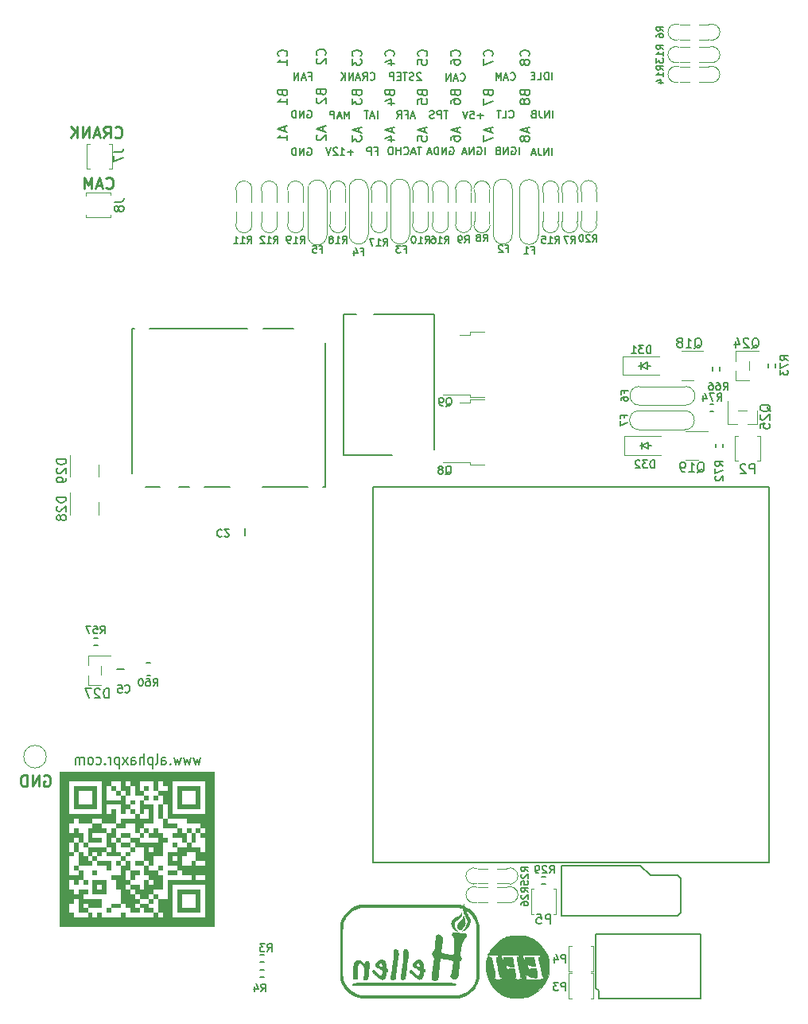
<source format=gbo>
G04 #@! TF.GenerationSoftware,KiCad,Pcbnew,7.0.1*
G04 #@! TF.CreationDate,2023-06-10T23:58:51+03:00*
G04 #@! TF.ProjectId,alphax_2ch,616c7068-6178-45f3-9263-682e6b696361,F*
G04 #@! TF.SameCoordinates,PX141f5e0PYa2cace0*
G04 #@! TF.FileFunction,Legend,Bot*
G04 #@! TF.FilePolarity,Positive*
%FSLAX46Y46*%
G04 Gerber Fmt 4.6, Leading zero omitted, Abs format (unit mm)*
G04 Created by KiCad (PCBNEW 7.0.1) date 2023-06-10 23:58:51*
%MOMM*%
%LPD*%
G01*
G04 APERTURE LIST*
%ADD10C,0.250000*%
%ADD11C,0.170000*%
%ADD12C,0.200000*%
%ADD13C,0.130000*%
%ADD14C,0.127000*%
%ADD15C,0.150000*%
%ADD16C,0.099060*%
%ADD17C,0.120000*%
%ADD18C,0.002540*%
%ADD19C,0.203200*%
G04 APERTURE END LIST*
D10*
X3214285Y24287715D02*
X3328571Y24344858D01*
X3328571Y24344858D02*
X3499999Y24344858D01*
X3499999Y24344858D02*
X3671428Y24287715D01*
X3671428Y24287715D02*
X3785713Y24173429D01*
X3785713Y24173429D02*
X3842856Y24059143D01*
X3842856Y24059143D02*
X3899999Y23830572D01*
X3899999Y23830572D02*
X3899999Y23659143D01*
X3899999Y23659143D02*
X3842856Y23430572D01*
X3842856Y23430572D02*
X3785713Y23316286D01*
X3785713Y23316286D02*
X3671428Y23202000D01*
X3671428Y23202000D02*
X3499999Y23144858D01*
X3499999Y23144858D02*
X3385713Y23144858D01*
X3385713Y23144858D02*
X3214285Y23202000D01*
X3214285Y23202000D02*
X3157142Y23259143D01*
X3157142Y23259143D02*
X3157142Y23659143D01*
X3157142Y23659143D02*
X3385713Y23659143D01*
X2642856Y23144858D02*
X2642856Y24344858D01*
X2642856Y24344858D02*
X1957142Y23144858D01*
X1957142Y23144858D02*
X1957142Y24344858D01*
X1385713Y23144858D02*
X1385713Y24344858D01*
X1385713Y24344858D02*
X1099999Y24344858D01*
X1099999Y24344858D02*
X928570Y24287715D01*
X928570Y24287715D02*
X814285Y24173429D01*
X814285Y24173429D02*
X757142Y24059143D01*
X757142Y24059143D02*
X699999Y23830572D01*
X699999Y23830572D02*
X699999Y23659143D01*
X699999Y23659143D02*
X757142Y23430572D01*
X757142Y23430572D02*
X814285Y23316286D01*
X814285Y23316286D02*
X928570Y23202000D01*
X928570Y23202000D02*
X1099999Y23144858D01*
X1099999Y23144858D02*
X1385713Y23144858D01*
D11*
X53793785Y90353795D02*
X53793785Y91153795D01*
X52993786Y91115700D02*
X53069976Y91153795D01*
X53069976Y91153795D02*
X53184262Y91153795D01*
X53184262Y91153795D02*
X53298548Y91115700D01*
X53298548Y91115700D02*
X53374738Y91039510D01*
X53374738Y91039510D02*
X53412833Y90963319D01*
X53412833Y90963319D02*
X53450929Y90810938D01*
X53450929Y90810938D02*
X53450929Y90696652D01*
X53450929Y90696652D02*
X53412833Y90544271D01*
X53412833Y90544271D02*
X53374738Y90468081D01*
X53374738Y90468081D02*
X53298548Y90391890D01*
X53298548Y90391890D02*
X53184262Y90353795D01*
X53184262Y90353795D02*
X53108071Y90353795D01*
X53108071Y90353795D02*
X52993786Y90391890D01*
X52993786Y90391890D02*
X52955690Y90429986D01*
X52955690Y90429986D02*
X52955690Y90696652D01*
X52955690Y90696652D02*
X53108071Y90696652D01*
X52612833Y90353795D02*
X52612833Y91153795D01*
X52612833Y91153795D02*
X52155690Y90353795D01*
X52155690Y90353795D02*
X52155690Y91153795D01*
X51508072Y90772843D02*
X51393786Y90734748D01*
X51393786Y90734748D02*
X51355691Y90696652D01*
X51355691Y90696652D02*
X51317595Y90620462D01*
X51317595Y90620462D02*
X51317595Y90506176D01*
X51317595Y90506176D02*
X51355691Y90429986D01*
X51355691Y90429986D02*
X51393786Y90391890D01*
X51393786Y90391890D02*
X51469976Y90353795D01*
X51469976Y90353795D02*
X51774738Y90353795D01*
X51774738Y90353795D02*
X51774738Y91153795D01*
X51774738Y91153795D02*
X51508072Y91153795D01*
X51508072Y91153795D02*
X51431881Y91115700D01*
X51431881Y91115700D02*
X51393786Y91077605D01*
X51393786Y91077605D02*
X51355691Y91001414D01*
X51355691Y91001414D02*
X51355691Y90925224D01*
X51355691Y90925224D02*
X51393786Y90849033D01*
X51393786Y90849033D02*
X51431881Y90810938D01*
X51431881Y90810938D02*
X51508072Y90772843D01*
X51508072Y90772843D02*
X51774738Y90772843D01*
D10*
X10771428Y92259143D02*
X10828571Y92202000D01*
X10828571Y92202000D02*
X10999999Y92144858D01*
X10999999Y92144858D02*
X11114285Y92144858D01*
X11114285Y92144858D02*
X11285714Y92202000D01*
X11285714Y92202000D02*
X11399999Y92316286D01*
X11399999Y92316286D02*
X11457142Y92430572D01*
X11457142Y92430572D02*
X11514285Y92659143D01*
X11514285Y92659143D02*
X11514285Y92830572D01*
X11514285Y92830572D02*
X11457142Y93059143D01*
X11457142Y93059143D02*
X11399999Y93173429D01*
X11399999Y93173429D02*
X11285714Y93287715D01*
X11285714Y93287715D02*
X11114285Y93344858D01*
X11114285Y93344858D02*
X10999999Y93344858D01*
X10999999Y93344858D02*
X10828571Y93287715D01*
X10828571Y93287715D02*
X10771428Y93230572D01*
X9571428Y92144858D02*
X9971428Y92716286D01*
X10257142Y92144858D02*
X10257142Y93344858D01*
X10257142Y93344858D02*
X9799999Y93344858D01*
X9799999Y93344858D02*
X9685714Y93287715D01*
X9685714Y93287715D02*
X9628571Y93230572D01*
X9628571Y93230572D02*
X9571428Y93116286D01*
X9571428Y93116286D02*
X9571428Y92944858D01*
X9571428Y92944858D02*
X9628571Y92830572D01*
X9628571Y92830572D02*
X9685714Y92773429D01*
X9685714Y92773429D02*
X9799999Y92716286D01*
X9799999Y92716286D02*
X10257142Y92716286D01*
X9114285Y92487715D02*
X8542857Y92487715D01*
X9228571Y92144858D02*
X8828571Y93344858D01*
X8828571Y93344858D02*
X8428571Y92144858D01*
X8028571Y92144858D02*
X8028571Y93344858D01*
X8028571Y93344858D02*
X7342857Y92144858D01*
X7342857Y92144858D02*
X7342857Y93344858D01*
X6771428Y92144858D02*
X6771428Y93344858D01*
X6085714Y92144858D02*
X6600000Y92830572D01*
X6085714Y93344858D02*
X6771428Y92659143D01*
D11*
X37944243Y98361205D02*
X37982339Y98323109D01*
X37982339Y98323109D02*
X38096624Y98285014D01*
X38096624Y98285014D02*
X38172815Y98285014D01*
X38172815Y98285014D02*
X38287101Y98323109D01*
X38287101Y98323109D02*
X38363291Y98399300D01*
X38363291Y98399300D02*
X38401386Y98475490D01*
X38401386Y98475490D02*
X38439482Y98627871D01*
X38439482Y98627871D02*
X38439482Y98742157D01*
X38439482Y98742157D02*
X38401386Y98894538D01*
X38401386Y98894538D02*
X38363291Y98970729D01*
X38363291Y98970729D02*
X38287101Y99046919D01*
X38287101Y99046919D02*
X38172815Y99085014D01*
X38172815Y99085014D02*
X38096624Y99085014D01*
X38096624Y99085014D02*
X37982339Y99046919D01*
X37982339Y99046919D02*
X37944243Y99008824D01*
X37144243Y98285014D02*
X37410910Y98665967D01*
X37601386Y98285014D02*
X37601386Y99085014D01*
X37601386Y99085014D02*
X37296624Y99085014D01*
X37296624Y99085014D02*
X37220434Y99046919D01*
X37220434Y99046919D02*
X37182339Y99008824D01*
X37182339Y99008824D02*
X37144243Y98932633D01*
X37144243Y98932633D02*
X37144243Y98818348D01*
X37144243Y98818348D02*
X37182339Y98742157D01*
X37182339Y98742157D02*
X37220434Y98704062D01*
X37220434Y98704062D02*
X37296624Y98665967D01*
X37296624Y98665967D02*
X37601386Y98665967D01*
X36839482Y98513586D02*
X36458529Y98513586D01*
X36915672Y98285014D02*
X36649005Y99085014D01*
X36649005Y99085014D02*
X36382339Y98285014D01*
X36115672Y98285014D02*
X36115672Y99085014D01*
X36115672Y99085014D02*
X35658529Y98285014D01*
X35658529Y98285014D02*
X35658529Y99085014D01*
X35277577Y98285014D02*
X35277577Y99085014D01*
X34820434Y98285014D02*
X35163292Y98742157D01*
X34820434Y99085014D02*
X35277577Y98627871D01*
X57289024Y98319904D02*
X57289024Y99119904D01*
X56908072Y98319904D02*
X56908072Y99119904D01*
X56908072Y99119904D02*
X56717596Y99119904D01*
X56717596Y99119904D02*
X56603310Y99081809D01*
X56603310Y99081809D02*
X56527120Y99005619D01*
X56527120Y99005619D02*
X56489025Y98929428D01*
X56489025Y98929428D02*
X56450929Y98777047D01*
X56450929Y98777047D02*
X56450929Y98662761D01*
X56450929Y98662761D02*
X56489025Y98510380D01*
X56489025Y98510380D02*
X56527120Y98434190D01*
X56527120Y98434190D02*
X56603310Y98357999D01*
X56603310Y98357999D02*
X56717596Y98319904D01*
X56717596Y98319904D02*
X56908072Y98319904D01*
X55727120Y98319904D02*
X56108072Y98319904D01*
X56108072Y98319904D02*
X56108072Y99119904D01*
X55460453Y98738952D02*
X55193787Y98738952D01*
X55079501Y98319904D02*
X55460453Y98319904D01*
X55460453Y98319904D02*
X55460453Y99119904D01*
X55460453Y99119904D02*
X55079501Y99119904D01*
D12*
X19890475Y26244858D02*
X19699999Y25444858D01*
X19699999Y25444858D02*
X19509523Y26016286D01*
X19509523Y26016286D02*
X19319047Y25444858D01*
X19319047Y25444858D02*
X19128571Y26244858D01*
X18842856Y26244858D02*
X18652380Y25444858D01*
X18652380Y25444858D02*
X18461904Y26016286D01*
X18461904Y26016286D02*
X18271428Y25444858D01*
X18271428Y25444858D02*
X18080952Y26244858D01*
X17795237Y26244858D02*
X17604761Y25444858D01*
X17604761Y25444858D02*
X17414285Y26016286D01*
X17414285Y26016286D02*
X17223809Y25444858D01*
X17223809Y25444858D02*
X17033333Y26244858D01*
X16652380Y25559143D02*
X16604761Y25502000D01*
X16604761Y25502000D02*
X16652380Y25444858D01*
X16652380Y25444858D02*
X16699999Y25502000D01*
X16699999Y25502000D02*
X16652380Y25559143D01*
X16652380Y25559143D02*
X16652380Y25444858D01*
X15747619Y25444858D02*
X15747619Y26073429D01*
X15747619Y26073429D02*
X15795238Y26187715D01*
X15795238Y26187715D02*
X15890476Y26244858D01*
X15890476Y26244858D02*
X16080952Y26244858D01*
X16080952Y26244858D02*
X16176190Y26187715D01*
X15747619Y25502000D02*
X15842857Y25444858D01*
X15842857Y25444858D02*
X16080952Y25444858D01*
X16080952Y25444858D02*
X16176190Y25502000D01*
X16176190Y25502000D02*
X16223809Y25616286D01*
X16223809Y25616286D02*
X16223809Y25730572D01*
X16223809Y25730572D02*
X16176190Y25844858D01*
X16176190Y25844858D02*
X16080952Y25902000D01*
X16080952Y25902000D02*
X15842857Y25902000D01*
X15842857Y25902000D02*
X15747619Y25959143D01*
X15128571Y25444858D02*
X15223809Y25502000D01*
X15223809Y25502000D02*
X15271428Y25616286D01*
X15271428Y25616286D02*
X15271428Y26644858D01*
X14747618Y26244858D02*
X14747618Y25044858D01*
X14747618Y26187715D02*
X14652380Y26244858D01*
X14652380Y26244858D02*
X14461904Y26244858D01*
X14461904Y26244858D02*
X14366666Y26187715D01*
X14366666Y26187715D02*
X14319047Y26130572D01*
X14319047Y26130572D02*
X14271428Y26016286D01*
X14271428Y26016286D02*
X14271428Y25673429D01*
X14271428Y25673429D02*
X14319047Y25559143D01*
X14319047Y25559143D02*
X14366666Y25502000D01*
X14366666Y25502000D02*
X14461904Y25444858D01*
X14461904Y25444858D02*
X14652380Y25444858D01*
X14652380Y25444858D02*
X14747618Y25502000D01*
X13842856Y25444858D02*
X13842856Y26644858D01*
X13414285Y25444858D02*
X13414285Y26073429D01*
X13414285Y26073429D02*
X13461904Y26187715D01*
X13461904Y26187715D02*
X13557142Y26244858D01*
X13557142Y26244858D02*
X13699999Y26244858D01*
X13699999Y26244858D02*
X13795237Y26187715D01*
X13795237Y26187715D02*
X13842856Y26130572D01*
X12509523Y25444858D02*
X12509523Y26073429D01*
X12509523Y26073429D02*
X12557142Y26187715D01*
X12557142Y26187715D02*
X12652380Y26244858D01*
X12652380Y26244858D02*
X12842856Y26244858D01*
X12842856Y26244858D02*
X12938094Y26187715D01*
X12509523Y25502000D02*
X12604761Y25444858D01*
X12604761Y25444858D02*
X12842856Y25444858D01*
X12842856Y25444858D02*
X12938094Y25502000D01*
X12938094Y25502000D02*
X12985713Y25616286D01*
X12985713Y25616286D02*
X12985713Y25730572D01*
X12985713Y25730572D02*
X12938094Y25844858D01*
X12938094Y25844858D02*
X12842856Y25902000D01*
X12842856Y25902000D02*
X12604761Y25902000D01*
X12604761Y25902000D02*
X12509523Y25959143D01*
X12128570Y25444858D02*
X11604761Y26244858D01*
X12128570Y26244858D02*
X11604761Y25444858D01*
X11223808Y26244858D02*
X11223808Y25044858D01*
X11223808Y26187715D02*
X11128570Y26244858D01*
X11128570Y26244858D02*
X10938094Y26244858D01*
X10938094Y26244858D02*
X10842856Y26187715D01*
X10842856Y26187715D02*
X10795237Y26130572D01*
X10795237Y26130572D02*
X10747618Y26016286D01*
X10747618Y26016286D02*
X10747618Y25673429D01*
X10747618Y25673429D02*
X10795237Y25559143D01*
X10795237Y25559143D02*
X10842856Y25502000D01*
X10842856Y25502000D02*
X10938094Y25444858D01*
X10938094Y25444858D02*
X11128570Y25444858D01*
X11128570Y25444858D02*
X11223808Y25502000D01*
X10319046Y25444858D02*
X10319046Y26244858D01*
X10319046Y26016286D02*
X10271427Y26130572D01*
X10271427Y26130572D02*
X10223808Y26187715D01*
X10223808Y26187715D02*
X10128570Y26244858D01*
X10128570Y26244858D02*
X10033332Y26244858D01*
X9699998Y25559143D02*
X9652379Y25502000D01*
X9652379Y25502000D02*
X9699998Y25444858D01*
X9699998Y25444858D02*
X9747617Y25502000D01*
X9747617Y25502000D02*
X9699998Y25559143D01*
X9699998Y25559143D02*
X9699998Y25444858D01*
X8795237Y25502000D02*
X8890475Y25444858D01*
X8890475Y25444858D02*
X9080951Y25444858D01*
X9080951Y25444858D02*
X9176189Y25502000D01*
X9176189Y25502000D02*
X9223808Y25559143D01*
X9223808Y25559143D02*
X9271427Y25673429D01*
X9271427Y25673429D02*
X9271427Y26016286D01*
X9271427Y26016286D02*
X9223808Y26130572D01*
X9223808Y26130572D02*
X9176189Y26187715D01*
X9176189Y26187715D02*
X9080951Y26244858D01*
X9080951Y26244858D02*
X8890475Y26244858D01*
X8890475Y26244858D02*
X8795237Y26187715D01*
X8223808Y25444858D02*
X8319046Y25502000D01*
X8319046Y25502000D02*
X8366665Y25559143D01*
X8366665Y25559143D02*
X8414284Y25673429D01*
X8414284Y25673429D02*
X8414284Y26016286D01*
X8414284Y26016286D02*
X8366665Y26130572D01*
X8366665Y26130572D02*
X8319046Y26187715D01*
X8319046Y26187715D02*
X8223808Y26244858D01*
X8223808Y26244858D02*
X8080951Y26244858D01*
X8080951Y26244858D02*
X7985713Y26187715D01*
X7985713Y26187715D02*
X7938094Y26130572D01*
X7938094Y26130572D02*
X7890475Y26016286D01*
X7890475Y26016286D02*
X7890475Y25673429D01*
X7890475Y25673429D02*
X7938094Y25559143D01*
X7938094Y25559143D02*
X7985713Y25502000D01*
X7985713Y25502000D02*
X8080951Y25444858D01*
X8080951Y25444858D02*
X8223808Y25444858D01*
X7461903Y25444858D02*
X7461903Y26244858D01*
X7461903Y26130572D02*
X7414284Y26187715D01*
X7414284Y26187715D02*
X7319046Y26244858D01*
X7319046Y26244858D02*
X7176189Y26244858D01*
X7176189Y26244858D02*
X7080951Y26187715D01*
X7080951Y26187715D02*
X7033332Y26073429D01*
X7033332Y26073429D02*
X7033332Y25444858D01*
X7033332Y26073429D02*
X6985713Y26187715D01*
X6985713Y26187715D02*
X6890475Y26244858D01*
X6890475Y26244858D02*
X6747618Y26244858D01*
X6747618Y26244858D02*
X6652379Y26187715D01*
X6652379Y26187715D02*
X6604760Y26073429D01*
X6604760Y26073429D02*
X6604760Y25444858D01*
D11*
X46222449Y95037761D02*
X45765306Y95037761D01*
X45993878Y94237761D02*
X45993878Y95037761D01*
X45498639Y94237761D02*
X45498639Y95037761D01*
X45498639Y95037761D02*
X45193877Y95037761D01*
X45193877Y95037761D02*
X45117687Y94999666D01*
X45117687Y94999666D02*
X45079592Y94961571D01*
X45079592Y94961571D02*
X45041496Y94885380D01*
X45041496Y94885380D02*
X45041496Y94771095D01*
X45041496Y94771095D02*
X45079592Y94694904D01*
X45079592Y94694904D02*
X45117687Y94656809D01*
X45117687Y94656809D02*
X45193877Y94618714D01*
X45193877Y94618714D02*
X45498639Y94618714D01*
X44736735Y94275856D02*
X44622449Y94237761D01*
X44622449Y94237761D02*
X44431973Y94237761D01*
X44431973Y94237761D02*
X44355782Y94275856D01*
X44355782Y94275856D02*
X44317687Y94313952D01*
X44317687Y94313952D02*
X44279592Y94390142D01*
X44279592Y94390142D02*
X44279592Y94466333D01*
X44279592Y94466333D02*
X44317687Y94542523D01*
X44317687Y94542523D02*
X44355782Y94580618D01*
X44355782Y94580618D02*
X44431973Y94618714D01*
X44431973Y94618714D02*
X44584354Y94656809D01*
X44584354Y94656809D02*
X44660544Y94694904D01*
X44660544Y94694904D02*
X44698639Y94732999D01*
X44698639Y94732999D02*
X44736735Y94809190D01*
X44736735Y94809190D02*
X44736735Y94885380D01*
X44736735Y94885380D02*
X44698639Y94961571D01*
X44698639Y94961571D02*
X44660544Y94999666D01*
X44660544Y94999666D02*
X44584354Y95037761D01*
X44584354Y95037761D02*
X44393877Y95037761D01*
X44393877Y95037761D02*
X44279592Y94999666D01*
X57304866Y90284014D02*
X57304866Y91084014D01*
X56923914Y90284014D02*
X56923914Y91084014D01*
X56923914Y91084014D02*
X56466771Y90284014D01*
X56466771Y90284014D02*
X56466771Y91084014D01*
X55857248Y91084014D02*
X55857248Y90512586D01*
X55857248Y90512586D02*
X55895343Y90398300D01*
X55895343Y90398300D02*
X55971534Y90322109D01*
X55971534Y90322109D02*
X56085819Y90284014D01*
X56085819Y90284014D02*
X56162010Y90284014D01*
X55514391Y90512586D02*
X55133438Y90512586D01*
X55590581Y90284014D02*
X55323914Y91084014D01*
X55323914Y91084014D02*
X55057248Y90284014D01*
X47541496Y98291425D02*
X47579592Y98253329D01*
X47579592Y98253329D02*
X47693877Y98215234D01*
X47693877Y98215234D02*
X47770068Y98215234D01*
X47770068Y98215234D02*
X47884354Y98253329D01*
X47884354Y98253329D02*
X47960544Y98329520D01*
X47960544Y98329520D02*
X47998639Y98405710D01*
X47998639Y98405710D02*
X48036735Y98558091D01*
X48036735Y98558091D02*
X48036735Y98672377D01*
X48036735Y98672377D02*
X47998639Y98824758D01*
X47998639Y98824758D02*
X47960544Y98900949D01*
X47960544Y98900949D02*
X47884354Y98977139D01*
X47884354Y98977139D02*
X47770068Y99015234D01*
X47770068Y99015234D02*
X47693877Y99015234D01*
X47693877Y99015234D02*
X47579592Y98977139D01*
X47579592Y98977139D02*
X47541496Y98939044D01*
X47236735Y98443806D02*
X46855782Y98443806D01*
X47312925Y98215234D02*
X47046258Y99015234D01*
X47046258Y99015234D02*
X46779592Y98215234D01*
X46512925Y98215234D02*
X46512925Y99015234D01*
X46512925Y99015234D02*
X46055782Y98215234D01*
X46055782Y98215234D02*
X46055782Y99015234D01*
X38450838Y90737952D02*
X38717504Y90737952D01*
X38717504Y90318904D02*
X38717504Y91118904D01*
X38717504Y91118904D02*
X38336552Y91118904D01*
X38031790Y90318904D02*
X38031790Y91118904D01*
X38031790Y91118904D02*
X37727028Y91118904D01*
X37727028Y91118904D02*
X37650838Y91080809D01*
X37650838Y91080809D02*
X37612743Y91042714D01*
X37612743Y91042714D02*
X37574647Y90966523D01*
X37574647Y90966523D02*
X37574647Y90852238D01*
X37574647Y90852238D02*
X37612743Y90776047D01*
X37612743Y90776047D02*
X37650838Y90737952D01*
X37650838Y90737952D02*
X37727028Y90699857D01*
X37727028Y90699857D02*
X38031790Y90699857D01*
X50142961Y90353795D02*
X50142961Y91153795D01*
X49342962Y91115700D02*
X49419152Y91153795D01*
X49419152Y91153795D02*
X49533438Y91153795D01*
X49533438Y91153795D02*
X49647724Y91115700D01*
X49647724Y91115700D02*
X49723914Y91039510D01*
X49723914Y91039510D02*
X49762009Y90963319D01*
X49762009Y90963319D02*
X49800105Y90810938D01*
X49800105Y90810938D02*
X49800105Y90696652D01*
X49800105Y90696652D02*
X49762009Y90544271D01*
X49762009Y90544271D02*
X49723914Y90468081D01*
X49723914Y90468081D02*
X49647724Y90391890D01*
X49647724Y90391890D02*
X49533438Y90353795D01*
X49533438Y90353795D02*
X49457247Y90353795D01*
X49457247Y90353795D02*
X49342962Y90391890D01*
X49342962Y90391890D02*
X49304866Y90429986D01*
X49304866Y90429986D02*
X49304866Y90696652D01*
X49304866Y90696652D02*
X49457247Y90696652D01*
X48962009Y90353795D02*
X48962009Y91153795D01*
X48962009Y91153795D02*
X48504866Y90353795D01*
X48504866Y90353795D02*
X48504866Y91153795D01*
X48162010Y90582367D02*
X47781057Y90582367D01*
X48238200Y90353795D02*
X47971533Y91153795D01*
X47971533Y91153795D02*
X47704867Y90353795D01*
X52746350Y94348842D02*
X52784446Y94310746D01*
X52784446Y94310746D02*
X52898731Y94272651D01*
X52898731Y94272651D02*
X52974922Y94272651D01*
X52974922Y94272651D02*
X53089208Y94310746D01*
X53089208Y94310746D02*
X53165398Y94386937D01*
X53165398Y94386937D02*
X53203493Y94463127D01*
X53203493Y94463127D02*
X53241589Y94615508D01*
X53241589Y94615508D02*
X53241589Y94729794D01*
X53241589Y94729794D02*
X53203493Y94882175D01*
X53203493Y94882175D02*
X53165398Y94958366D01*
X53165398Y94958366D02*
X53089208Y95034556D01*
X53089208Y95034556D02*
X52974922Y95072651D01*
X52974922Y95072651D02*
X52898731Y95072651D01*
X52898731Y95072651D02*
X52784446Y95034556D01*
X52784446Y95034556D02*
X52746350Y94996461D01*
X52022541Y94272651D02*
X52403493Y94272651D01*
X52403493Y94272651D02*
X52403493Y95072651D01*
X51870160Y95072651D02*
X51413017Y95072651D01*
X51641589Y94272651D02*
X51641589Y95072651D01*
X31273273Y91045919D02*
X31349463Y91084014D01*
X31349463Y91084014D02*
X31463749Y91084014D01*
X31463749Y91084014D02*
X31578035Y91045919D01*
X31578035Y91045919D02*
X31654225Y90969729D01*
X31654225Y90969729D02*
X31692320Y90893538D01*
X31692320Y90893538D02*
X31730416Y90741157D01*
X31730416Y90741157D02*
X31730416Y90626871D01*
X31730416Y90626871D02*
X31692320Y90474490D01*
X31692320Y90474490D02*
X31654225Y90398300D01*
X31654225Y90398300D02*
X31578035Y90322109D01*
X31578035Y90322109D02*
X31463749Y90284014D01*
X31463749Y90284014D02*
X31387558Y90284014D01*
X31387558Y90284014D02*
X31273273Y90322109D01*
X31273273Y90322109D02*
X31235177Y90360205D01*
X31235177Y90360205D02*
X31235177Y90626871D01*
X31235177Y90626871D02*
X31387558Y90626871D01*
X30892320Y90284014D02*
X30892320Y91084014D01*
X30892320Y91084014D02*
X30435177Y90284014D01*
X30435177Y90284014D02*
X30435177Y91084014D01*
X30054225Y90284014D02*
X30054225Y91084014D01*
X30054225Y91084014D02*
X29863749Y91084014D01*
X29863749Y91084014D02*
X29749463Y91045919D01*
X29749463Y91045919D02*
X29673273Y90969729D01*
X29673273Y90969729D02*
X29635178Y90893538D01*
X29635178Y90893538D02*
X29597082Y90741157D01*
X29597082Y90741157D02*
X29597082Y90626871D01*
X29597082Y90626871D02*
X29635178Y90474490D01*
X29635178Y90474490D02*
X29673273Y90398300D01*
X29673273Y90398300D02*
X29749463Y90322109D01*
X29749463Y90322109D02*
X29863749Y90284014D01*
X29863749Y90284014D02*
X30054225Y90284014D01*
X31273273Y95023392D02*
X31349463Y95061487D01*
X31349463Y95061487D02*
X31463749Y95061487D01*
X31463749Y95061487D02*
X31578035Y95023392D01*
X31578035Y95023392D02*
X31654225Y94947202D01*
X31654225Y94947202D02*
X31692320Y94871011D01*
X31692320Y94871011D02*
X31730416Y94718630D01*
X31730416Y94718630D02*
X31730416Y94604344D01*
X31730416Y94604344D02*
X31692320Y94451963D01*
X31692320Y94451963D02*
X31654225Y94375773D01*
X31654225Y94375773D02*
X31578035Y94299582D01*
X31578035Y94299582D02*
X31463749Y94261487D01*
X31463749Y94261487D02*
X31387558Y94261487D01*
X31387558Y94261487D02*
X31273273Y94299582D01*
X31273273Y94299582D02*
X31235177Y94337678D01*
X31235177Y94337678D02*
X31235177Y94604344D01*
X31235177Y94604344D02*
X31387558Y94604344D01*
X30892320Y94261487D02*
X30892320Y95061487D01*
X30892320Y95061487D02*
X30435177Y94261487D01*
X30435177Y94261487D02*
X30435177Y95061487D01*
X30054225Y94261487D02*
X30054225Y95061487D01*
X30054225Y95061487D02*
X29863749Y95061487D01*
X29863749Y95061487D02*
X29749463Y95023392D01*
X29749463Y95023392D02*
X29673273Y94947202D01*
X29673273Y94947202D02*
X29635178Y94871011D01*
X29635178Y94871011D02*
X29597082Y94718630D01*
X29597082Y94718630D02*
X29597082Y94604344D01*
X29597082Y94604344D02*
X29635178Y94451963D01*
X29635178Y94451963D02*
X29673273Y94375773D01*
X29673273Y94375773D02*
X29749463Y94299582D01*
X29749463Y94299582D02*
X29863749Y94261487D01*
X29863749Y94261487D02*
X30054225Y94261487D01*
X57396899Y94272651D02*
X57396899Y95072651D01*
X57015947Y94272651D02*
X57015947Y95072651D01*
X57015947Y95072651D02*
X56558804Y94272651D01*
X56558804Y94272651D02*
X56558804Y95072651D01*
X55949281Y95072651D02*
X55949281Y94501223D01*
X55949281Y94501223D02*
X55987376Y94386937D01*
X55987376Y94386937D02*
X56063567Y94310746D01*
X56063567Y94310746D02*
X56177852Y94272651D01*
X56177852Y94272651D02*
X56254043Y94272651D01*
X55301662Y94691699D02*
X55187376Y94653604D01*
X55187376Y94653604D02*
X55149281Y94615508D01*
X55149281Y94615508D02*
X55111185Y94539318D01*
X55111185Y94539318D02*
X55111185Y94425032D01*
X55111185Y94425032D02*
X55149281Y94348842D01*
X55149281Y94348842D02*
X55187376Y94310746D01*
X55187376Y94310746D02*
X55263566Y94272651D01*
X55263566Y94272651D02*
X55568328Y94272651D01*
X55568328Y94272651D02*
X55568328Y95072651D01*
X55568328Y95072651D02*
X55301662Y95072651D01*
X55301662Y95072651D02*
X55225471Y95034556D01*
X55225471Y95034556D02*
X55187376Y94996461D01*
X55187376Y94996461D02*
X55149281Y94920270D01*
X55149281Y94920270D02*
X55149281Y94844080D01*
X55149281Y94844080D02*
X55187376Y94767889D01*
X55187376Y94767889D02*
X55225471Y94729794D01*
X55225471Y94729794D02*
X55301662Y94691699D01*
X55301662Y94691699D02*
X55568328Y94691699D01*
X42657248Y94466333D02*
X42276295Y94466333D01*
X42733438Y94237761D02*
X42466771Y95037761D01*
X42466771Y95037761D02*
X42200105Y94237761D01*
X41666772Y94656809D02*
X41933438Y94656809D01*
X41933438Y94237761D02*
X41933438Y95037761D01*
X41933438Y95037761D02*
X41552486Y95037761D01*
X40790581Y94237761D02*
X41057248Y94618714D01*
X41247724Y94237761D02*
X41247724Y95037761D01*
X41247724Y95037761D02*
X40942962Y95037761D01*
X40942962Y95037761D02*
X40866772Y94999666D01*
X40866772Y94999666D02*
X40828677Y94961571D01*
X40828677Y94961571D02*
X40790581Y94885380D01*
X40790581Y94885380D02*
X40790581Y94771095D01*
X40790581Y94771095D02*
X40828677Y94694904D01*
X40828677Y94694904D02*
X40866772Y94656809D01*
X40866772Y94656809D02*
X40942962Y94618714D01*
X40942962Y94618714D02*
X41247724Y94618714D01*
X43330326Y99008824D02*
X43292230Y99046919D01*
X43292230Y99046919D02*
X43216040Y99085014D01*
X43216040Y99085014D02*
X43025564Y99085014D01*
X43025564Y99085014D02*
X42949373Y99046919D01*
X42949373Y99046919D02*
X42911278Y99008824D01*
X42911278Y99008824D02*
X42873183Y98932633D01*
X42873183Y98932633D02*
X42873183Y98856443D01*
X42873183Y98856443D02*
X42911278Y98742157D01*
X42911278Y98742157D02*
X43368421Y98285014D01*
X43368421Y98285014D02*
X42873183Y98285014D01*
X42568421Y98323109D02*
X42454135Y98285014D01*
X42454135Y98285014D02*
X42263659Y98285014D01*
X42263659Y98285014D02*
X42187468Y98323109D01*
X42187468Y98323109D02*
X42149373Y98361205D01*
X42149373Y98361205D02*
X42111278Y98437395D01*
X42111278Y98437395D02*
X42111278Y98513586D01*
X42111278Y98513586D02*
X42149373Y98589776D01*
X42149373Y98589776D02*
X42187468Y98627871D01*
X42187468Y98627871D02*
X42263659Y98665967D01*
X42263659Y98665967D02*
X42416040Y98704062D01*
X42416040Y98704062D02*
X42492230Y98742157D01*
X42492230Y98742157D02*
X42530325Y98780252D01*
X42530325Y98780252D02*
X42568421Y98856443D01*
X42568421Y98856443D02*
X42568421Y98932633D01*
X42568421Y98932633D02*
X42530325Y99008824D01*
X42530325Y99008824D02*
X42492230Y99046919D01*
X42492230Y99046919D02*
X42416040Y99085014D01*
X42416040Y99085014D02*
X42225563Y99085014D01*
X42225563Y99085014D02*
X42111278Y99046919D01*
X41882706Y99085014D02*
X41425563Y99085014D01*
X41654135Y98285014D02*
X41654135Y99085014D01*
X41158896Y98704062D02*
X40892230Y98704062D01*
X40777944Y98285014D02*
X41158896Y98285014D01*
X41158896Y98285014D02*
X41158896Y99085014D01*
X41158896Y99085014D02*
X40777944Y99085014D01*
X40435086Y98285014D02*
X40435086Y99085014D01*
X40435086Y99085014D02*
X40130324Y99085014D01*
X40130324Y99085014D02*
X40054134Y99046919D01*
X40054134Y99046919D02*
X40016039Y99008824D01*
X40016039Y99008824D02*
X39977943Y98932633D01*
X39977943Y98932633D02*
X39977943Y98818348D01*
X39977943Y98818348D02*
X40016039Y98742157D01*
X40016039Y98742157D02*
X40054134Y98704062D01*
X40054134Y98704062D02*
X40130324Y98665967D01*
X40130324Y98665967D02*
X40435086Y98665967D01*
X52882888Y98361205D02*
X52920984Y98323109D01*
X52920984Y98323109D02*
X53035269Y98285014D01*
X53035269Y98285014D02*
X53111460Y98285014D01*
X53111460Y98285014D02*
X53225746Y98323109D01*
X53225746Y98323109D02*
X53301936Y98399300D01*
X53301936Y98399300D02*
X53340031Y98475490D01*
X53340031Y98475490D02*
X53378127Y98627871D01*
X53378127Y98627871D02*
X53378127Y98742157D01*
X53378127Y98742157D02*
X53340031Y98894538D01*
X53340031Y98894538D02*
X53301936Y98970729D01*
X53301936Y98970729D02*
X53225746Y99046919D01*
X53225746Y99046919D02*
X53111460Y99085014D01*
X53111460Y99085014D02*
X53035269Y99085014D01*
X53035269Y99085014D02*
X52920984Y99046919D01*
X52920984Y99046919D02*
X52882888Y99008824D01*
X52578127Y98513586D02*
X52197174Y98513586D01*
X52654317Y98285014D02*
X52387650Y99085014D01*
X52387650Y99085014D02*
X52120984Y98285014D01*
X51854317Y98285014D02*
X51854317Y99085014D01*
X51854317Y99085014D02*
X51587651Y98513586D01*
X51587651Y98513586D02*
X51320984Y99085014D01*
X51320984Y99085014D02*
X51320984Y98285014D01*
X31416039Y98704062D02*
X31682705Y98704062D01*
X31682705Y98285014D02*
X31682705Y99085014D01*
X31682705Y99085014D02*
X31301753Y99085014D01*
X31035087Y98513586D02*
X30654134Y98513586D01*
X31111277Y98285014D02*
X30844610Y99085014D01*
X30844610Y99085014D02*
X30577944Y98285014D01*
X30311277Y98285014D02*
X30311277Y99085014D01*
X30311277Y99085014D02*
X29854134Y98285014D01*
X29854134Y98285014D02*
X29854134Y99085014D01*
D10*
X9828571Y86859143D02*
X9885714Y86802000D01*
X9885714Y86802000D02*
X10057142Y86744858D01*
X10057142Y86744858D02*
X10171428Y86744858D01*
X10171428Y86744858D02*
X10342857Y86802000D01*
X10342857Y86802000D02*
X10457142Y86916286D01*
X10457142Y86916286D02*
X10514285Y87030572D01*
X10514285Y87030572D02*
X10571428Y87259143D01*
X10571428Y87259143D02*
X10571428Y87430572D01*
X10571428Y87430572D02*
X10514285Y87659143D01*
X10514285Y87659143D02*
X10457142Y87773429D01*
X10457142Y87773429D02*
X10342857Y87887715D01*
X10342857Y87887715D02*
X10171428Y87944858D01*
X10171428Y87944858D02*
X10057142Y87944858D01*
X10057142Y87944858D02*
X9885714Y87887715D01*
X9885714Y87887715D02*
X9828571Y87830572D01*
X9371428Y87087715D02*
X8800000Y87087715D01*
X9485714Y86744858D02*
X9085714Y87944858D01*
X9085714Y87944858D02*
X8685714Y86744858D01*
X8285714Y86744858D02*
X8285714Y87944858D01*
X8285714Y87944858D02*
X7885714Y87087715D01*
X7885714Y87087715D02*
X7485714Y87944858D01*
X7485714Y87944858D02*
X7485714Y86744858D01*
D11*
X46409537Y91115700D02*
X46485727Y91153795D01*
X46485727Y91153795D02*
X46600013Y91153795D01*
X46600013Y91153795D02*
X46714299Y91115700D01*
X46714299Y91115700D02*
X46790489Y91039510D01*
X46790489Y91039510D02*
X46828584Y90963319D01*
X46828584Y90963319D02*
X46866680Y90810938D01*
X46866680Y90810938D02*
X46866680Y90696652D01*
X46866680Y90696652D02*
X46828584Y90544271D01*
X46828584Y90544271D02*
X46790489Y90468081D01*
X46790489Y90468081D02*
X46714299Y90391890D01*
X46714299Y90391890D02*
X46600013Y90353795D01*
X46600013Y90353795D02*
X46523822Y90353795D01*
X46523822Y90353795D02*
X46409537Y90391890D01*
X46409537Y90391890D02*
X46371441Y90429986D01*
X46371441Y90429986D02*
X46371441Y90696652D01*
X46371441Y90696652D02*
X46523822Y90696652D01*
X46028584Y90353795D02*
X46028584Y91153795D01*
X46028584Y91153795D02*
X45571441Y90353795D01*
X45571441Y90353795D02*
X45571441Y91153795D01*
X45190489Y90353795D02*
X45190489Y91153795D01*
X45190489Y91153795D02*
X45000013Y91153795D01*
X45000013Y91153795D02*
X44885727Y91115700D01*
X44885727Y91115700D02*
X44809537Y91039510D01*
X44809537Y91039510D02*
X44771442Y90963319D01*
X44771442Y90963319D02*
X44733346Y90810938D01*
X44733346Y90810938D02*
X44733346Y90696652D01*
X44733346Y90696652D02*
X44771442Y90544271D01*
X44771442Y90544271D02*
X44809537Y90468081D01*
X44809537Y90468081D02*
X44885727Y90391890D01*
X44885727Y90391890D02*
X45000013Y90353795D01*
X45000013Y90353795D02*
X45190489Y90353795D01*
X44428585Y90582367D02*
X44047632Y90582367D01*
X44504775Y90353795D02*
X44238108Y91153795D01*
X44238108Y91153795D02*
X43971442Y90353795D01*
X49974738Y94507633D02*
X49365215Y94507633D01*
X49669976Y94202871D02*
X49669976Y94812395D01*
X48603310Y95002871D02*
X48984262Y95002871D01*
X48984262Y95002871D02*
X49022358Y94621919D01*
X49022358Y94621919D02*
X48984262Y94660014D01*
X48984262Y94660014D02*
X48908072Y94698109D01*
X48908072Y94698109D02*
X48717596Y94698109D01*
X48717596Y94698109D02*
X48641405Y94660014D01*
X48641405Y94660014D02*
X48603310Y94621919D01*
X48603310Y94621919D02*
X48565215Y94545728D01*
X48565215Y94545728D02*
X48565215Y94355252D01*
X48565215Y94355252D02*
X48603310Y94279062D01*
X48603310Y94279062D02*
X48641405Y94240966D01*
X48641405Y94240966D02*
X48717596Y94202871D01*
X48717596Y94202871D02*
X48908072Y94202871D01*
X48908072Y94202871D02*
X48984262Y94240966D01*
X48984262Y94240966D02*
X49022358Y94279062D01*
X48336643Y95002871D02*
X48069976Y94202871D01*
X48069976Y94202871D02*
X47803310Y95002871D01*
X35720526Y94202871D02*
X35720526Y95002871D01*
X35720526Y95002871D02*
X35453860Y94431443D01*
X35453860Y94431443D02*
X35187193Y95002871D01*
X35187193Y95002871D02*
X35187193Y94202871D01*
X34844336Y94431443D02*
X34463383Y94431443D01*
X34920526Y94202871D02*
X34653859Y95002871D01*
X34653859Y95002871D02*
X34387193Y94202871D01*
X34120526Y94202871D02*
X34120526Y95002871D01*
X34120526Y95002871D02*
X33815764Y95002871D01*
X33815764Y95002871D02*
X33739574Y94964776D01*
X33739574Y94964776D02*
X33701479Y94926681D01*
X33701479Y94926681D02*
X33663383Y94850490D01*
X33663383Y94850490D02*
X33663383Y94736205D01*
X33663383Y94736205D02*
X33701479Y94660014D01*
X33701479Y94660014D02*
X33739574Y94621919D01*
X33739574Y94621919D02*
X33815764Y94583824D01*
X33815764Y94583824D02*
X34120526Y94583824D01*
X38708072Y94237761D02*
X38708072Y95037761D01*
X38365216Y94466333D02*
X37984263Y94466333D01*
X38441406Y94237761D02*
X38174739Y95037761D01*
X38174739Y95037761D02*
X37908073Y94237761D01*
X37755692Y95037761D02*
X37298549Y95037761D01*
X37527121Y94237761D02*
X37527121Y95037761D01*
X36155416Y90623666D02*
X35545893Y90623666D01*
X35850654Y90318904D02*
X35850654Y90928428D01*
X34745893Y90318904D02*
X35203036Y90318904D01*
X34974464Y90318904D02*
X34974464Y91118904D01*
X34974464Y91118904D02*
X35050655Y91004619D01*
X35050655Y91004619D02*
X35126845Y90928428D01*
X35126845Y90928428D02*
X35203036Y90890333D01*
X34441131Y91042714D02*
X34403035Y91080809D01*
X34403035Y91080809D02*
X34326845Y91118904D01*
X34326845Y91118904D02*
X34136369Y91118904D01*
X34136369Y91118904D02*
X34060178Y91080809D01*
X34060178Y91080809D02*
X34022083Y91042714D01*
X34022083Y91042714D02*
X33983988Y90966523D01*
X33983988Y90966523D02*
X33983988Y90890333D01*
X33983988Y90890333D02*
X34022083Y90776047D01*
X34022083Y90776047D02*
X34479226Y90318904D01*
X34479226Y90318904D02*
X33983988Y90318904D01*
X33755416Y91118904D02*
X33488749Y90318904D01*
X33488749Y90318904D02*
X33222083Y91118904D01*
X43393878Y91153795D02*
X42936735Y91153795D01*
X43165307Y90353795D02*
X43165307Y91153795D01*
X42708164Y90582367D02*
X42327211Y90582367D01*
X42784354Y90353795D02*
X42517687Y91153795D01*
X42517687Y91153795D02*
X42251021Y90353795D01*
X41527211Y90429986D02*
X41565307Y90391890D01*
X41565307Y90391890D02*
X41679592Y90353795D01*
X41679592Y90353795D02*
X41755783Y90353795D01*
X41755783Y90353795D02*
X41870069Y90391890D01*
X41870069Y90391890D02*
X41946259Y90468081D01*
X41946259Y90468081D02*
X41984354Y90544271D01*
X41984354Y90544271D02*
X42022450Y90696652D01*
X42022450Y90696652D02*
X42022450Y90810938D01*
X42022450Y90810938D02*
X41984354Y90963319D01*
X41984354Y90963319D02*
X41946259Y91039510D01*
X41946259Y91039510D02*
X41870069Y91115700D01*
X41870069Y91115700D02*
X41755783Y91153795D01*
X41755783Y91153795D02*
X41679592Y91153795D01*
X41679592Y91153795D02*
X41565307Y91115700D01*
X41565307Y91115700D02*
X41527211Y91077605D01*
X41184354Y90353795D02*
X41184354Y91153795D01*
X41184354Y90772843D02*
X40727211Y90772843D01*
X40727211Y90353795D02*
X40727211Y91153795D01*
X40193878Y91153795D02*
X40041497Y91153795D01*
X40041497Y91153795D02*
X39965307Y91115700D01*
X39965307Y91115700D02*
X39889116Y91039510D01*
X39889116Y91039510D02*
X39851021Y90887129D01*
X39851021Y90887129D02*
X39851021Y90620462D01*
X39851021Y90620462D02*
X39889116Y90468081D01*
X39889116Y90468081D02*
X39965307Y90391890D01*
X39965307Y90391890D02*
X40041497Y90353795D01*
X40041497Y90353795D02*
X40193878Y90353795D01*
X40193878Y90353795D02*
X40270069Y90391890D01*
X40270069Y90391890D02*
X40346259Y90468081D01*
X40346259Y90468081D02*
X40384355Y90620462D01*
X40384355Y90620462D02*
X40384355Y90887129D01*
X40384355Y90887129D02*
X40346259Y91039510D01*
X40346259Y91039510D02*
X40270069Y91115700D01*
X40270069Y91115700D02*
X40193878Y91153795D01*
D13*
G04 #@! TO.C,R8*
X49992467Y81127328D02*
X50242467Y81484471D01*
X50421038Y81127328D02*
X50421038Y81877328D01*
X50421038Y81877328D02*
X50135324Y81877328D01*
X50135324Y81877328D02*
X50063895Y81841614D01*
X50063895Y81841614D02*
X50028181Y81805900D01*
X50028181Y81805900D02*
X49992467Y81734471D01*
X49992467Y81734471D02*
X49992467Y81627328D01*
X49992467Y81627328D02*
X50028181Y81555900D01*
X50028181Y81555900D02*
X50063895Y81520185D01*
X50063895Y81520185D02*
X50135324Y81484471D01*
X50135324Y81484471D02*
X50421038Y81484471D01*
X49563895Y81555900D02*
X49635324Y81591614D01*
X49635324Y81591614D02*
X49671038Y81627328D01*
X49671038Y81627328D02*
X49706752Y81698757D01*
X49706752Y81698757D02*
X49706752Y81734471D01*
X49706752Y81734471D02*
X49671038Y81805900D01*
X49671038Y81805900D02*
X49635324Y81841614D01*
X49635324Y81841614D02*
X49563895Y81877328D01*
X49563895Y81877328D02*
X49421038Y81877328D01*
X49421038Y81877328D02*
X49349610Y81841614D01*
X49349610Y81841614D02*
X49313895Y81805900D01*
X49313895Y81805900D02*
X49278181Y81734471D01*
X49278181Y81734471D02*
X49278181Y81698757D01*
X49278181Y81698757D02*
X49313895Y81627328D01*
X49313895Y81627328D02*
X49349610Y81591614D01*
X49349610Y81591614D02*
X49421038Y81555900D01*
X49421038Y81555900D02*
X49563895Y81555900D01*
X49563895Y81555900D02*
X49635324Y81520185D01*
X49635324Y81520185D02*
X49671038Y81484471D01*
X49671038Y81484471D02*
X49706752Y81413042D01*
X49706752Y81413042D02*
X49706752Y81270185D01*
X49706752Y81270185D02*
X49671038Y81198757D01*
X49671038Y81198757D02*
X49635324Y81163042D01*
X49635324Y81163042D02*
X49563895Y81127328D01*
X49563895Y81127328D02*
X49421038Y81127328D01*
X49421038Y81127328D02*
X49349610Y81163042D01*
X49349610Y81163042D02*
X49313895Y81198757D01*
X49313895Y81198757D02*
X49278181Y81270185D01*
X49278181Y81270185D02*
X49278181Y81413042D01*
X49278181Y81413042D02*
X49313895Y81484471D01*
X49313895Y81484471D02*
X49349610Y81520185D01*
X49349610Y81520185D02*
X49421038Y81555900D01*
D14*
G04 #@! TO.C,R9*
X48009570Y80970534D02*
X48263570Y81333391D01*
X48444999Y80970534D02*
X48444999Y81732534D01*
X48444999Y81732534D02*
X48154713Y81732534D01*
X48154713Y81732534D02*
X48082142Y81696248D01*
X48082142Y81696248D02*
X48045856Y81659962D01*
X48045856Y81659962D02*
X48009570Y81587391D01*
X48009570Y81587391D02*
X48009570Y81478534D01*
X48009570Y81478534D02*
X48045856Y81405962D01*
X48045856Y81405962D02*
X48082142Y81369677D01*
X48082142Y81369677D02*
X48154713Y81333391D01*
X48154713Y81333391D02*
X48444999Y81333391D01*
X47646713Y80970534D02*
X47501570Y80970534D01*
X47501570Y80970534D02*
X47428999Y81006819D01*
X47428999Y81006819D02*
X47392713Y81043105D01*
X47392713Y81043105D02*
X47320142Y81151962D01*
X47320142Y81151962D02*
X47283856Y81297105D01*
X47283856Y81297105D02*
X47283856Y81587391D01*
X47283856Y81587391D02*
X47320142Y81659962D01*
X47320142Y81659962D02*
X47356428Y81696248D01*
X47356428Y81696248D02*
X47428999Y81732534D01*
X47428999Y81732534D02*
X47574142Y81732534D01*
X47574142Y81732534D02*
X47646713Y81696248D01*
X47646713Y81696248D02*
X47682999Y81659962D01*
X47682999Y81659962D02*
X47719285Y81587391D01*
X47719285Y81587391D02*
X47719285Y81405962D01*
X47719285Y81405962D02*
X47682999Y81333391D01*
X47682999Y81333391D02*
X47646713Y81297105D01*
X47646713Y81297105D02*
X47574142Y81260819D01*
X47574142Y81260819D02*
X47428999Y81260819D01*
X47428999Y81260819D02*
X47356428Y81297105D01*
X47356428Y81297105D02*
X47320142Y81333391D01*
X47320142Y81333391D02*
X47283856Y81405962D01*
G04 #@! TO.C,F7*
X64953372Y62354000D02*
X64953372Y62608000D01*
X65352515Y62608000D02*
X64590515Y62608000D01*
X64590515Y62608000D02*
X64590515Y62245143D01*
X64590515Y62027428D02*
X64590515Y61519428D01*
X64590515Y61519428D02*
X65352515Y61846000D01*
G04 #@! TO.C,F4*
X36953999Y80046628D02*
X37207999Y80046628D01*
X37207999Y79647485D02*
X37207999Y80409485D01*
X37207999Y80409485D02*
X36845142Y80409485D01*
X36228285Y80155485D02*
X36228285Y79647485D01*
X36409713Y80445770D02*
X36591142Y79901485D01*
X36591142Y79901485D02*
X36119427Y79901485D01*
D11*
G04 #@! TO.C,P2*
X78838094Y56437381D02*
X78838094Y57437381D01*
X78838094Y57437381D02*
X78457142Y57437381D01*
X78457142Y57437381D02*
X78361904Y57389762D01*
X78361904Y57389762D02*
X78314285Y57342143D01*
X78314285Y57342143D02*
X78266666Y57246905D01*
X78266666Y57246905D02*
X78266666Y57104048D01*
X78266666Y57104048D02*
X78314285Y57008810D01*
X78314285Y57008810D02*
X78361904Y56961191D01*
X78361904Y56961191D02*
X78457142Y56913572D01*
X78457142Y56913572D02*
X78838094Y56913572D01*
X77885713Y57342143D02*
X77838094Y57389762D01*
X77838094Y57389762D02*
X77742856Y57437381D01*
X77742856Y57437381D02*
X77504761Y57437381D01*
X77504761Y57437381D02*
X77409523Y57389762D01*
X77409523Y57389762D02*
X77361904Y57342143D01*
X77361904Y57342143D02*
X77314285Y57246905D01*
X77314285Y57246905D02*
X77314285Y57151667D01*
X77314285Y57151667D02*
X77361904Y57008810D01*
X77361904Y57008810D02*
X77933332Y56437381D01*
X77933332Y56437381D02*
X77314285Y56437381D01*
D13*
G04 #@! TO.C,R11*
X24848143Y80945036D02*
X25098143Y81302179D01*
X25276714Y80945036D02*
X25276714Y81695036D01*
X25276714Y81695036D02*
X24991000Y81695036D01*
X24991000Y81695036D02*
X24919571Y81659322D01*
X24919571Y81659322D02*
X24883857Y81623608D01*
X24883857Y81623608D02*
X24848143Y81552179D01*
X24848143Y81552179D02*
X24848143Y81445036D01*
X24848143Y81445036D02*
X24883857Y81373608D01*
X24883857Y81373608D02*
X24919571Y81337893D01*
X24919571Y81337893D02*
X24991000Y81302179D01*
X24991000Y81302179D02*
X25276714Y81302179D01*
X24133857Y80945036D02*
X24562428Y80945036D01*
X24348143Y80945036D02*
X24348143Y81695036D01*
X24348143Y81695036D02*
X24419571Y81587893D01*
X24419571Y81587893D02*
X24491000Y81516465D01*
X24491000Y81516465D02*
X24562428Y81480750D01*
X23419571Y80945036D02*
X23848142Y80945036D01*
X23633857Y80945036D02*
X23633857Y81695036D01*
X23633857Y81695036D02*
X23705285Y81587893D01*
X23705285Y81587893D02*
X23776714Y81516465D01*
X23776714Y81516465D02*
X23848142Y81480750D01*
G04 #@! TO.C,R6*
X69162964Y103525001D02*
X68805821Y103775001D01*
X69162964Y103953572D02*
X68412964Y103953572D01*
X68412964Y103953572D02*
X68412964Y103667858D01*
X68412964Y103667858D02*
X68448678Y103596429D01*
X68448678Y103596429D02*
X68484392Y103560715D01*
X68484392Y103560715D02*
X68555821Y103525001D01*
X68555821Y103525001D02*
X68662964Y103525001D01*
X68662964Y103525001D02*
X68734392Y103560715D01*
X68734392Y103560715D02*
X68770107Y103596429D01*
X68770107Y103596429D02*
X68805821Y103667858D01*
X68805821Y103667858D02*
X68805821Y103953572D01*
X68412964Y102882143D02*
X68412964Y103025001D01*
X68412964Y103025001D02*
X68448678Y103096429D01*
X68448678Y103096429D02*
X68484392Y103132143D01*
X68484392Y103132143D02*
X68591535Y103203572D01*
X68591535Y103203572D02*
X68734392Y103239286D01*
X68734392Y103239286D02*
X69020107Y103239286D01*
X69020107Y103239286D02*
X69091535Y103203572D01*
X69091535Y103203572D02*
X69127250Y103167858D01*
X69127250Y103167858D02*
X69162964Y103096429D01*
X69162964Y103096429D02*
X69162964Y102953572D01*
X69162964Y102953572D02*
X69127250Y102882143D01*
X69127250Y102882143D02*
X69091535Y102846429D01*
X69091535Y102846429D02*
X69020107Y102810715D01*
X69020107Y102810715D02*
X68841535Y102810715D01*
X68841535Y102810715D02*
X68770107Y102846429D01*
X68770107Y102846429D02*
X68734392Y102882143D01*
X68734392Y102882143D02*
X68698678Y102953572D01*
X68698678Y102953572D02*
X68698678Y103096429D01*
X68698678Y103096429D02*
X68734392Y103167858D01*
X68734392Y103167858D02*
X68770107Y103203572D01*
X68770107Y103203572D02*
X68841535Y103239286D01*
G04 #@! TO.C,R17*
X39326143Y80691036D02*
X39576143Y81048179D01*
X39754714Y80691036D02*
X39754714Y81441036D01*
X39754714Y81441036D02*
X39469000Y81441036D01*
X39469000Y81441036D02*
X39397571Y81405322D01*
X39397571Y81405322D02*
X39361857Y81369608D01*
X39361857Y81369608D02*
X39326143Y81298179D01*
X39326143Y81298179D02*
X39326143Y81191036D01*
X39326143Y81191036D02*
X39361857Y81119608D01*
X39361857Y81119608D02*
X39397571Y81083893D01*
X39397571Y81083893D02*
X39469000Y81048179D01*
X39469000Y81048179D02*
X39754714Y81048179D01*
X38611857Y80691036D02*
X39040428Y80691036D01*
X38826143Y80691036D02*
X38826143Y81441036D01*
X38826143Y81441036D02*
X38897571Y81333893D01*
X38897571Y81333893D02*
X38969000Y81262465D01*
X38969000Y81262465D02*
X39040428Y81226750D01*
X38361857Y81441036D02*
X37861857Y81441036D01*
X37861857Y81441036D02*
X38183285Y80691036D01*
D14*
G04 #@! TO.C,F6*
X65003382Y64954000D02*
X65003382Y65208000D01*
X65402525Y65208000D02*
X64640525Y65208000D01*
X64640525Y65208000D02*
X64640525Y64845143D01*
X64640525Y64228285D02*
X64640525Y64373428D01*
X64640525Y64373428D02*
X64676811Y64446000D01*
X64676811Y64446000D02*
X64713097Y64482285D01*
X64713097Y64482285D02*
X64821954Y64554857D01*
X64821954Y64554857D02*
X64967097Y64591143D01*
X64967097Y64591143D02*
X65257382Y64591143D01*
X65257382Y64591143D02*
X65329954Y64554857D01*
X65329954Y64554857D02*
X65366240Y64518571D01*
X65366240Y64518571D02*
X65402525Y64446000D01*
X65402525Y64446000D02*
X65402525Y64300857D01*
X65402525Y64300857D02*
X65366240Y64228285D01*
X65366240Y64228285D02*
X65329954Y64192000D01*
X65329954Y64192000D02*
X65257382Y64155714D01*
X65257382Y64155714D02*
X65075954Y64155714D01*
X65075954Y64155714D02*
X65003382Y64192000D01*
X65003382Y64192000D02*
X64967097Y64228285D01*
X64967097Y64228285D02*
X64930811Y64300857D01*
X64930811Y64300857D02*
X64930811Y64446000D01*
X64930811Y64446000D02*
X64967097Y64518571D01*
X64967097Y64518571D02*
X65003382Y64554857D01*
X65003382Y64554857D02*
X65075954Y64591143D01*
D13*
G04 #@! TO.C,R16*
X45882143Y80945036D02*
X46132143Y81302179D01*
X46310714Y80945036D02*
X46310714Y81695036D01*
X46310714Y81695036D02*
X46025000Y81695036D01*
X46025000Y81695036D02*
X45953571Y81659322D01*
X45953571Y81659322D02*
X45917857Y81623608D01*
X45917857Y81623608D02*
X45882143Y81552179D01*
X45882143Y81552179D02*
X45882143Y81445036D01*
X45882143Y81445036D02*
X45917857Y81373608D01*
X45917857Y81373608D02*
X45953571Y81337893D01*
X45953571Y81337893D02*
X46025000Y81302179D01*
X46025000Y81302179D02*
X46310714Y81302179D01*
X45167857Y80945036D02*
X45596428Y80945036D01*
X45382143Y80945036D02*
X45382143Y81695036D01*
X45382143Y81695036D02*
X45453571Y81587893D01*
X45453571Y81587893D02*
X45525000Y81516465D01*
X45525000Y81516465D02*
X45596428Y81480750D01*
X44525000Y81695036D02*
X44667857Y81695036D01*
X44667857Y81695036D02*
X44739285Y81659322D01*
X44739285Y81659322D02*
X44775000Y81623608D01*
X44775000Y81623608D02*
X44846428Y81516465D01*
X44846428Y81516465D02*
X44882142Y81373608D01*
X44882142Y81373608D02*
X44882142Y81087893D01*
X44882142Y81087893D02*
X44846428Y81016465D01*
X44846428Y81016465D02*
X44810714Y80980750D01*
X44810714Y80980750D02*
X44739285Y80945036D01*
X44739285Y80945036D02*
X44596428Y80945036D01*
X44596428Y80945036D02*
X44525000Y80980750D01*
X44525000Y80980750D02*
X44489285Y81016465D01*
X44489285Y81016465D02*
X44453571Y81087893D01*
X44453571Y81087893D02*
X44453571Y81266465D01*
X44453571Y81266465D02*
X44489285Y81337893D01*
X44489285Y81337893D02*
X44525000Y81373608D01*
X44525000Y81373608D02*
X44596428Y81409322D01*
X44596428Y81409322D02*
X44739285Y81409322D01*
X44739285Y81409322D02*
X44810714Y81373608D01*
X44810714Y81373608D02*
X44846428Y81337893D01*
X44846428Y81337893D02*
X44882142Y81266465D01*
D11*
G04 #@! TO.C,P3*
X58695237Y1420652D02*
X58695237Y2240652D01*
X58695237Y2240652D02*
X58382856Y2240652D01*
X58382856Y2240652D02*
X58304761Y2201604D01*
X58304761Y2201604D02*
X58265714Y2162557D01*
X58265714Y2162557D02*
X58226666Y2084461D01*
X58226666Y2084461D02*
X58226666Y1967319D01*
X58226666Y1967319D02*
X58265714Y1889223D01*
X58265714Y1889223D02*
X58304761Y1850176D01*
X58304761Y1850176D02*
X58382856Y1811128D01*
X58382856Y1811128D02*
X58695237Y1811128D01*
X57953333Y2240652D02*
X57445714Y2240652D01*
X57445714Y2240652D02*
X57719047Y1928271D01*
X57719047Y1928271D02*
X57601904Y1928271D01*
X57601904Y1928271D02*
X57523809Y1889223D01*
X57523809Y1889223D02*
X57484761Y1850176D01*
X57484761Y1850176D02*
X57445714Y1772080D01*
X57445714Y1772080D02*
X57445714Y1576842D01*
X57445714Y1576842D02*
X57484761Y1498747D01*
X57484761Y1498747D02*
X57523809Y1459699D01*
X57523809Y1459699D02*
X57601904Y1420652D01*
X57601904Y1420652D02*
X57836190Y1420652D01*
X57836190Y1420652D02*
X57914285Y1459699D01*
X57914285Y1459699D02*
X57953333Y1498747D01*
D15*
G04 #@! TO.C,P5*
X57138094Y8537381D02*
X57138094Y9537381D01*
X57138094Y9537381D02*
X56757142Y9537381D01*
X56757142Y9537381D02*
X56661904Y9489762D01*
X56661904Y9489762D02*
X56614285Y9442143D01*
X56614285Y9442143D02*
X56566666Y9346905D01*
X56566666Y9346905D02*
X56566666Y9204048D01*
X56566666Y9204048D02*
X56614285Y9108810D01*
X56614285Y9108810D02*
X56661904Y9061191D01*
X56661904Y9061191D02*
X56757142Y9013572D01*
X56757142Y9013572D02*
X57138094Y9013572D01*
X55661904Y9537381D02*
X56138094Y9537381D01*
X56138094Y9537381D02*
X56185713Y9061191D01*
X56185713Y9061191D02*
X56138094Y9108810D01*
X56138094Y9108810D02*
X56042856Y9156429D01*
X56042856Y9156429D02*
X55804761Y9156429D01*
X55804761Y9156429D02*
X55709523Y9108810D01*
X55709523Y9108810D02*
X55661904Y9061191D01*
X55661904Y9061191D02*
X55614285Y8965953D01*
X55614285Y8965953D02*
X55614285Y8727858D01*
X55614285Y8727858D02*
X55661904Y8632620D01*
X55661904Y8632620D02*
X55709523Y8585000D01*
X55709523Y8585000D02*
X55804761Y8537381D01*
X55804761Y8537381D02*
X56042856Y8537381D01*
X56042856Y8537381D02*
X56138094Y8585000D01*
X56138094Y8585000D02*
X56185713Y8632620D01*
D14*
G04 #@! TO.C,R10*
X43789856Y80947485D02*
X44043856Y81310342D01*
X44225285Y80947485D02*
X44225285Y81709485D01*
X44225285Y81709485D02*
X43934999Y81709485D01*
X43934999Y81709485D02*
X43862428Y81673199D01*
X43862428Y81673199D02*
X43826142Y81636913D01*
X43826142Y81636913D02*
X43789856Y81564342D01*
X43789856Y81564342D02*
X43789856Y81455485D01*
X43789856Y81455485D02*
X43826142Y81382913D01*
X43826142Y81382913D02*
X43862428Y81346628D01*
X43862428Y81346628D02*
X43934999Y81310342D01*
X43934999Y81310342D02*
X44225285Y81310342D01*
X43064142Y80947485D02*
X43499571Y80947485D01*
X43281856Y80947485D02*
X43281856Y81709485D01*
X43281856Y81709485D02*
X43354428Y81600628D01*
X43354428Y81600628D02*
X43426999Y81528056D01*
X43426999Y81528056D02*
X43499571Y81491770D01*
X42592428Y81709485D02*
X42519857Y81709485D01*
X42519857Y81709485D02*
X42447285Y81673199D01*
X42447285Y81673199D02*
X42411000Y81636913D01*
X42411000Y81636913D02*
X42374714Y81564342D01*
X42374714Y81564342D02*
X42338428Y81419199D01*
X42338428Y81419199D02*
X42338428Y81237770D01*
X42338428Y81237770D02*
X42374714Y81092628D01*
X42374714Y81092628D02*
X42411000Y81020056D01*
X42411000Y81020056D02*
X42447285Y80983770D01*
X42447285Y80983770D02*
X42519857Y80947485D01*
X42519857Y80947485D02*
X42592428Y80947485D01*
X42592428Y80947485D02*
X42665000Y80983770D01*
X42665000Y80983770D02*
X42701285Y81020056D01*
X42701285Y81020056D02*
X42737571Y81092628D01*
X42737571Y81092628D02*
X42773857Y81237770D01*
X42773857Y81237770D02*
X42773857Y81419199D01*
X42773857Y81419199D02*
X42737571Y81564342D01*
X42737571Y81564342D02*
X42701285Y81636913D01*
X42701285Y81636913D02*
X42665000Y81673199D01*
X42665000Y81673199D02*
X42592428Y81709485D01*
G04 #@! TO.C,R19*
X30489856Y80947485D02*
X30743856Y81310342D01*
X30925285Y80947485D02*
X30925285Y81709485D01*
X30925285Y81709485D02*
X30634999Y81709485D01*
X30634999Y81709485D02*
X30562428Y81673199D01*
X30562428Y81673199D02*
X30526142Y81636913D01*
X30526142Y81636913D02*
X30489856Y81564342D01*
X30489856Y81564342D02*
X30489856Y81455485D01*
X30489856Y81455485D02*
X30526142Y81382913D01*
X30526142Y81382913D02*
X30562428Y81346628D01*
X30562428Y81346628D02*
X30634999Y81310342D01*
X30634999Y81310342D02*
X30925285Y81310342D01*
X29764142Y80947485D02*
X30199571Y80947485D01*
X29981856Y80947485D02*
X29981856Y81709485D01*
X29981856Y81709485D02*
X30054428Y81600628D01*
X30054428Y81600628D02*
X30126999Y81528056D01*
X30126999Y81528056D02*
X30199571Y81491770D01*
X29401285Y80947485D02*
X29256142Y80947485D01*
X29256142Y80947485D02*
X29183571Y80983770D01*
X29183571Y80983770D02*
X29147285Y81020056D01*
X29147285Y81020056D02*
X29074714Y81128913D01*
X29074714Y81128913D02*
X29038428Y81274056D01*
X29038428Y81274056D02*
X29038428Y81564342D01*
X29038428Y81564342D02*
X29074714Y81636913D01*
X29074714Y81636913D02*
X29111000Y81673199D01*
X29111000Y81673199D02*
X29183571Y81709485D01*
X29183571Y81709485D02*
X29328714Y81709485D01*
X29328714Y81709485D02*
X29401285Y81673199D01*
X29401285Y81673199D02*
X29437571Y81636913D01*
X29437571Y81636913D02*
X29473857Y81564342D01*
X29473857Y81564342D02*
X29473857Y81382913D01*
X29473857Y81382913D02*
X29437571Y81310342D01*
X29437571Y81310342D02*
X29401285Y81274056D01*
X29401285Y81274056D02*
X29328714Y81237770D01*
X29328714Y81237770D02*
X29183571Y81237770D01*
X29183571Y81237770D02*
X29111000Y81274056D01*
X29111000Y81274056D02*
X29074714Y81310342D01*
X29074714Y81310342D02*
X29038428Y81382913D01*
G04 #@! TO.C,F1*
X55149999Y80246628D02*
X55403999Y80246628D01*
X55403999Y79847485D02*
X55403999Y80609485D01*
X55403999Y80609485D02*
X55041142Y80609485D01*
X54351713Y79847485D02*
X54787142Y79847485D01*
X54569427Y79847485D02*
X54569427Y80609485D01*
X54569427Y80609485D02*
X54641999Y80500628D01*
X54641999Y80500628D02*
X54714570Y80428056D01*
X54714570Y80428056D02*
X54787142Y80391770D01*
D13*
G04 #@! TO.C,R14*
X69162964Y99382144D02*
X68805821Y99632144D01*
X69162964Y99810715D02*
X68412964Y99810715D01*
X68412964Y99810715D02*
X68412964Y99525001D01*
X68412964Y99525001D02*
X68448678Y99453572D01*
X68448678Y99453572D02*
X68484392Y99417858D01*
X68484392Y99417858D02*
X68555821Y99382144D01*
X68555821Y99382144D02*
X68662964Y99382144D01*
X68662964Y99382144D02*
X68734392Y99417858D01*
X68734392Y99417858D02*
X68770107Y99453572D01*
X68770107Y99453572D02*
X68805821Y99525001D01*
X68805821Y99525001D02*
X68805821Y99810715D01*
X69162964Y98667858D02*
X69162964Y99096429D01*
X69162964Y98882144D02*
X68412964Y98882144D01*
X68412964Y98882144D02*
X68520107Y98953572D01*
X68520107Y98953572D02*
X68591535Y99025001D01*
X68591535Y99025001D02*
X68627250Y99096429D01*
X68662964Y98025000D02*
X69162964Y98025000D01*
X68377250Y98203572D02*
X68912964Y98382143D01*
X68912964Y98382143D02*
X68912964Y97917858D01*
D14*
G04 #@! TO.C,F3*
X41503999Y80296628D02*
X41757999Y80296628D01*
X41757999Y79897485D02*
X41757999Y80659485D01*
X41757999Y80659485D02*
X41395142Y80659485D01*
X41177427Y80659485D02*
X40705713Y80659485D01*
X40705713Y80659485D02*
X40959713Y80369199D01*
X40959713Y80369199D02*
X40850856Y80369199D01*
X40850856Y80369199D02*
X40778285Y80332913D01*
X40778285Y80332913D02*
X40741999Y80296628D01*
X40741999Y80296628D02*
X40705713Y80224056D01*
X40705713Y80224056D02*
X40705713Y80042628D01*
X40705713Y80042628D02*
X40741999Y79970056D01*
X40741999Y79970056D02*
X40778285Y79933770D01*
X40778285Y79933770D02*
X40850856Y79897485D01*
X40850856Y79897485D02*
X41068570Y79897485D01*
X41068570Y79897485D02*
X41141142Y79933770D01*
X41141142Y79933770D02*
X41177427Y79970056D01*
G04 #@! TO.C,R26*
X54752515Y11889857D02*
X54389658Y12143857D01*
X54752515Y12325286D02*
X53990515Y12325286D01*
X53990515Y12325286D02*
X53990515Y12035000D01*
X53990515Y12035000D02*
X54026801Y11962429D01*
X54026801Y11962429D02*
X54063087Y11926143D01*
X54063087Y11926143D02*
X54135658Y11889857D01*
X54135658Y11889857D02*
X54244515Y11889857D01*
X54244515Y11889857D02*
X54317087Y11926143D01*
X54317087Y11926143D02*
X54353372Y11962429D01*
X54353372Y11962429D02*
X54389658Y12035000D01*
X54389658Y12035000D02*
X54389658Y12325286D01*
X54063087Y11599572D02*
X54026801Y11563286D01*
X54026801Y11563286D02*
X53990515Y11490714D01*
X53990515Y11490714D02*
X53990515Y11309286D01*
X53990515Y11309286D02*
X54026801Y11236714D01*
X54026801Y11236714D02*
X54063087Y11200429D01*
X54063087Y11200429D02*
X54135658Y11164143D01*
X54135658Y11164143D02*
X54208230Y11164143D01*
X54208230Y11164143D02*
X54317087Y11200429D01*
X54317087Y11200429D02*
X54752515Y11635857D01*
X54752515Y11635857D02*
X54752515Y11164143D01*
X53990515Y10511000D02*
X53990515Y10656143D01*
X53990515Y10656143D02*
X54026801Y10728715D01*
X54026801Y10728715D02*
X54063087Y10765000D01*
X54063087Y10765000D02*
X54171944Y10837572D01*
X54171944Y10837572D02*
X54317087Y10873858D01*
X54317087Y10873858D02*
X54607372Y10873858D01*
X54607372Y10873858D02*
X54679944Y10837572D01*
X54679944Y10837572D02*
X54716230Y10801286D01*
X54716230Y10801286D02*
X54752515Y10728715D01*
X54752515Y10728715D02*
X54752515Y10583572D01*
X54752515Y10583572D02*
X54716230Y10511000D01*
X54716230Y10511000D02*
X54679944Y10474715D01*
X54679944Y10474715D02*
X54607372Y10438429D01*
X54607372Y10438429D02*
X54425944Y10438429D01*
X54425944Y10438429D02*
X54353372Y10474715D01*
X54353372Y10474715D02*
X54317087Y10511000D01*
X54317087Y10511000D02*
X54280801Y10583572D01*
X54280801Y10583572D02*
X54280801Y10728715D01*
X54280801Y10728715D02*
X54317087Y10801286D01*
X54317087Y10801286D02*
X54353372Y10837572D01*
X54353372Y10837572D02*
X54425944Y10873858D01*
G04 #@! TO.C,R25*
X54752515Y14089857D02*
X54389658Y14343857D01*
X54752515Y14525286D02*
X53990515Y14525286D01*
X53990515Y14525286D02*
X53990515Y14235000D01*
X53990515Y14235000D02*
X54026801Y14162429D01*
X54026801Y14162429D02*
X54063087Y14126143D01*
X54063087Y14126143D02*
X54135658Y14089857D01*
X54135658Y14089857D02*
X54244515Y14089857D01*
X54244515Y14089857D02*
X54317087Y14126143D01*
X54317087Y14126143D02*
X54353372Y14162429D01*
X54353372Y14162429D02*
X54389658Y14235000D01*
X54389658Y14235000D02*
X54389658Y14525286D01*
X54063087Y13799572D02*
X54026801Y13763286D01*
X54026801Y13763286D02*
X53990515Y13690714D01*
X53990515Y13690714D02*
X53990515Y13509286D01*
X53990515Y13509286D02*
X54026801Y13436714D01*
X54026801Y13436714D02*
X54063087Y13400429D01*
X54063087Y13400429D02*
X54135658Y13364143D01*
X54135658Y13364143D02*
X54208230Y13364143D01*
X54208230Y13364143D02*
X54317087Y13400429D01*
X54317087Y13400429D02*
X54752515Y13835857D01*
X54752515Y13835857D02*
X54752515Y13364143D01*
X53990515Y12674715D02*
X53990515Y13037572D01*
X53990515Y13037572D02*
X54353372Y13073858D01*
X54353372Y13073858D02*
X54317087Y13037572D01*
X54317087Y13037572D02*
X54280801Y12965000D01*
X54280801Y12965000D02*
X54280801Y12783572D01*
X54280801Y12783572D02*
X54317087Y12711000D01*
X54317087Y12711000D02*
X54353372Y12674715D01*
X54353372Y12674715D02*
X54425944Y12638429D01*
X54425944Y12638429D02*
X54607372Y12638429D01*
X54607372Y12638429D02*
X54679944Y12674715D01*
X54679944Y12674715D02*
X54716230Y12711000D01*
X54716230Y12711000D02*
X54752515Y12783572D01*
X54752515Y12783572D02*
X54752515Y12965000D01*
X54752515Y12965000D02*
X54716230Y13037572D01*
X54716230Y13037572D02*
X54679944Y13073858D01*
D13*
G04 #@! TO.C,R15*
X57614143Y80945036D02*
X57864143Y81302179D01*
X58042714Y80945036D02*
X58042714Y81695036D01*
X58042714Y81695036D02*
X57757000Y81695036D01*
X57757000Y81695036D02*
X57685571Y81659322D01*
X57685571Y81659322D02*
X57649857Y81623608D01*
X57649857Y81623608D02*
X57614143Y81552179D01*
X57614143Y81552179D02*
X57614143Y81445036D01*
X57614143Y81445036D02*
X57649857Y81373608D01*
X57649857Y81373608D02*
X57685571Y81337893D01*
X57685571Y81337893D02*
X57757000Y81302179D01*
X57757000Y81302179D02*
X58042714Y81302179D01*
X56899857Y80945036D02*
X57328428Y80945036D01*
X57114143Y80945036D02*
X57114143Y81695036D01*
X57114143Y81695036D02*
X57185571Y81587893D01*
X57185571Y81587893D02*
X57257000Y81516465D01*
X57257000Y81516465D02*
X57328428Y81480750D01*
X56221285Y81695036D02*
X56578428Y81695036D01*
X56578428Y81695036D02*
X56614142Y81337893D01*
X56614142Y81337893D02*
X56578428Y81373608D01*
X56578428Y81373608D02*
X56507000Y81409322D01*
X56507000Y81409322D02*
X56328428Y81409322D01*
X56328428Y81409322D02*
X56257000Y81373608D01*
X56257000Y81373608D02*
X56221285Y81337893D01*
X56221285Y81337893D02*
X56185571Y81266465D01*
X56185571Y81266465D02*
X56185571Y81087893D01*
X56185571Y81087893D02*
X56221285Y81016465D01*
X56221285Y81016465D02*
X56257000Y80980750D01*
X56257000Y80980750D02*
X56328428Y80945036D01*
X56328428Y80945036D02*
X56507000Y80945036D01*
X56507000Y80945036D02*
X56578428Y80980750D01*
X56578428Y80980750D02*
X56614142Y81016465D01*
D14*
G04 #@! TO.C,R7*
X59290999Y80947485D02*
X59544999Y81310342D01*
X59726428Y80947485D02*
X59726428Y81709485D01*
X59726428Y81709485D02*
X59436142Y81709485D01*
X59436142Y81709485D02*
X59363571Y81673199D01*
X59363571Y81673199D02*
X59327285Y81636913D01*
X59327285Y81636913D02*
X59290999Y81564342D01*
X59290999Y81564342D02*
X59290999Y81455485D01*
X59290999Y81455485D02*
X59327285Y81382913D01*
X59327285Y81382913D02*
X59363571Y81346628D01*
X59363571Y81346628D02*
X59436142Y81310342D01*
X59436142Y81310342D02*
X59726428Y81310342D01*
X59036999Y81709485D02*
X58528999Y81709485D01*
X58528999Y81709485D02*
X58855571Y80947485D01*
D13*
G04 #@! TO.C,R13*
X69162964Y101586144D02*
X68805821Y101836144D01*
X69162964Y102014715D02*
X68412964Y102014715D01*
X68412964Y102014715D02*
X68412964Y101729001D01*
X68412964Y101729001D02*
X68448678Y101657572D01*
X68448678Y101657572D02*
X68484392Y101621858D01*
X68484392Y101621858D02*
X68555821Y101586144D01*
X68555821Y101586144D02*
X68662964Y101586144D01*
X68662964Y101586144D02*
X68734392Y101621858D01*
X68734392Y101621858D02*
X68770107Y101657572D01*
X68770107Y101657572D02*
X68805821Y101729001D01*
X68805821Y101729001D02*
X68805821Y102014715D01*
X69162964Y100871858D02*
X69162964Y101300429D01*
X69162964Y101086144D02*
X68412964Y101086144D01*
X68412964Y101086144D02*
X68520107Y101157572D01*
X68520107Y101157572D02*
X68591535Y101229001D01*
X68591535Y101229001D02*
X68627250Y101300429D01*
X68412964Y100621858D02*
X68412964Y100157572D01*
X68412964Y100157572D02*
X68698678Y100407572D01*
X68698678Y100407572D02*
X68698678Y100300429D01*
X68698678Y100300429D02*
X68734392Y100229000D01*
X68734392Y100229000D02*
X68770107Y100193286D01*
X68770107Y100193286D02*
X68841535Y100157572D01*
X68841535Y100157572D02*
X69020107Y100157572D01*
X69020107Y100157572D02*
X69091535Y100193286D01*
X69091535Y100193286D02*
X69127250Y100229000D01*
X69127250Y100229000D02*
X69162964Y100300429D01*
X69162964Y100300429D02*
X69162964Y100514715D01*
X69162964Y100514715D02*
X69127250Y100586143D01*
X69127250Y100586143D02*
X69091535Y100621858D01*
G04 #@! TO.C,R20*
X61626094Y81099416D02*
X61876094Y81456559D01*
X62054665Y81099416D02*
X62054665Y81849416D01*
X62054665Y81849416D02*
X61768951Y81849416D01*
X61768951Y81849416D02*
X61697522Y81813702D01*
X61697522Y81813702D02*
X61661808Y81777988D01*
X61661808Y81777988D02*
X61626094Y81706559D01*
X61626094Y81706559D02*
X61626094Y81599416D01*
X61626094Y81599416D02*
X61661808Y81527988D01*
X61661808Y81527988D02*
X61697522Y81492273D01*
X61697522Y81492273D02*
X61768951Y81456559D01*
X61768951Y81456559D02*
X62054665Y81456559D01*
X61340379Y81777988D02*
X61304665Y81813702D01*
X61304665Y81813702D02*
X61233237Y81849416D01*
X61233237Y81849416D02*
X61054665Y81849416D01*
X61054665Y81849416D02*
X60983237Y81813702D01*
X60983237Y81813702D02*
X60947522Y81777988D01*
X60947522Y81777988D02*
X60911808Y81706559D01*
X60911808Y81706559D02*
X60911808Y81635130D01*
X60911808Y81635130D02*
X60947522Y81527988D01*
X60947522Y81527988D02*
X61376094Y81099416D01*
X61376094Y81099416D02*
X60911808Y81099416D01*
X60447522Y81849416D02*
X60376093Y81849416D01*
X60376093Y81849416D02*
X60304665Y81813702D01*
X60304665Y81813702D02*
X60268951Y81777988D01*
X60268951Y81777988D02*
X60233236Y81706559D01*
X60233236Y81706559D02*
X60197522Y81563702D01*
X60197522Y81563702D02*
X60197522Y81385130D01*
X60197522Y81385130D02*
X60233236Y81242273D01*
X60233236Y81242273D02*
X60268951Y81170845D01*
X60268951Y81170845D02*
X60304665Y81135130D01*
X60304665Y81135130D02*
X60376093Y81099416D01*
X60376093Y81099416D02*
X60447522Y81099416D01*
X60447522Y81099416D02*
X60518951Y81135130D01*
X60518951Y81135130D02*
X60554665Y81170845D01*
X60554665Y81170845D02*
X60590379Y81242273D01*
X60590379Y81242273D02*
X60626093Y81385130D01*
X60626093Y81385130D02*
X60626093Y81563702D01*
X60626093Y81563702D02*
X60590379Y81706559D01*
X60590379Y81706559D02*
X60554665Y81777988D01*
X60554665Y81777988D02*
X60518951Y81813702D01*
X60518951Y81813702D02*
X60447522Y81849416D01*
D15*
G04 #@! TO.C,P1*
X46988809Y96903762D02*
X47036428Y96760905D01*
X47036428Y96760905D02*
X47084047Y96713286D01*
X47084047Y96713286D02*
X47179285Y96665667D01*
X47179285Y96665667D02*
X47322142Y96665667D01*
X47322142Y96665667D02*
X47417380Y96713286D01*
X47417380Y96713286D02*
X47465000Y96760905D01*
X47465000Y96760905D02*
X47512619Y96856143D01*
X47512619Y96856143D02*
X47512619Y97237095D01*
X47512619Y97237095D02*
X46512619Y97237095D01*
X46512619Y97237095D02*
X46512619Y96903762D01*
X46512619Y96903762D02*
X46560238Y96808524D01*
X46560238Y96808524D02*
X46607857Y96760905D01*
X46607857Y96760905D02*
X46703095Y96713286D01*
X46703095Y96713286D02*
X46798333Y96713286D01*
X46798333Y96713286D02*
X46893571Y96760905D01*
X46893571Y96760905D02*
X46941190Y96808524D01*
X46941190Y96808524D02*
X46988809Y96903762D01*
X46988809Y96903762D02*
X46988809Y97237095D01*
X46512619Y95808524D02*
X46512619Y95999000D01*
X46512619Y95999000D02*
X46560238Y96094238D01*
X46560238Y96094238D02*
X46607857Y96141857D01*
X46607857Y96141857D02*
X46750714Y96237095D01*
X46750714Y96237095D02*
X46941190Y96284714D01*
X46941190Y96284714D02*
X47322142Y96284714D01*
X47322142Y96284714D02*
X47417380Y96237095D01*
X47417380Y96237095D02*
X47465000Y96189476D01*
X47465000Y96189476D02*
X47512619Y96094238D01*
X47512619Y96094238D02*
X47512619Y95903762D01*
X47512619Y95903762D02*
X47465000Y95808524D01*
X47465000Y95808524D02*
X47417380Y95760905D01*
X47417380Y95760905D02*
X47322142Y95713286D01*
X47322142Y95713286D02*
X47084047Y95713286D01*
X47084047Y95713286D02*
X46988809Y95760905D01*
X46988809Y95760905D02*
X46941190Y95808524D01*
X46941190Y95808524D02*
X46893571Y95903762D01*
X46893571Y95903762D02*
X46893571Y96094238D01*
X46893571Y96094238D02*
X46941190Y96189476D01*
X46941190Y96189476D02*
X46988809Y96237095D01*
X46988809Y96237095D02*
X47084047Y96284714D01*
X32688809Y97003762D02*
X32736428Y96860905D01*
X32736428Y96860905D02*
X32784047Y96813286D01*
X32784047Y96813286D02*
X32879285Y96765667D01*
X32879285Y96765667D02*
X33022142Y96765667D01*
X33022142Y96765667D02*
X33117380Y96813286D01*
X33117380Y96813286D02*
X33165000Y96860905D01*
X33165000Y96860905D02*
X33212619Y96956143D01*
X33212619Y96956143D02*
X33212619Y97337095D01*
X33212619Y97337095D02*
X32212619Y97337095D01*
X32212619Y97337095D02*
X32212619Y97003762D01*
X32212619Y97003762D02*
X32260238Y96908524D01*
X32260238Y96908524D02*
X32307857Y96860905D01*
X32307857Y96860905D02*
X32403095Y96813286D01*
X32403095Y96813286D02*
X32498333Y96813286D01*
X32498333Y96813286D02*
X32593571Y96860905D01*
X32593571Y96860905D02*
X32641190Y96908524D01*
X32641190Y96908524D02*
X32688809Y97003762D01*
X32688809Y97003762D02*
X32688809Y97337095D01*
X32307857Y96384714D02*
X32260238Y96337095D01*
X32260238Y96337095D02*
X32212619Y96241857D01*
X32212619Y96241857D02*
X32212619Y96003762D01*
X32212619Y96003762D02*
X32260238Y95908524D01*
X32260238Y95908524D02*
X32307857Y95860905D01*
X32307857Y95860905D02*
X32403095Y95813286D01*
X32403095Y95813286D02*
X32498333Y95813286D01*
X32498333Y95813286D02*
X32641190Y95860905D01*
X32641190Y95860905D02*
X33212619Y96432333D01*
X33212619Y96432333D02*
X33212619Y95813286D01*
X47417380Y100865667D02*
X47465000Y100913286D01*
X47465000Y100913286D02*
X47512619Y101056143D01*
X47512619Y101056143D02*
X47512619Y101151381D01*
X47512619Y101151381D02*
X47465000Y101294238D01*
X47465000Y101294238D02*
X47369761Y101389476D01*
X47369761Y101389476D02*
X47274523Y101437095D01*
X47274523Y101437095D02*
X47084047Y101484714D01*
X47084047Y101484714D02*
X46941190Y101484714D01*
X46941190Y101484714D02*
X46750714Y101437095D01*
X46750714Y101437095D02*
X46655476Y101389476D01*
X46655476Y101389476D02*
X46560238Y101294238D01*
X46560238Y101294238D02*
X46512619Y101151381D01*
X46512619Y101151381D02*
X46512619Y101056143D01*
X46512619Y101056143D02*
X46560238Y100913286D01*
X46560238Y100913286D02*
X46607857Y100865667D01*
X46512619Y100008524D02*
X46512619Y100199000D01*
X46512619Y100199000D02*
X46560238Y100294238D01*
X46560238Y100294238D02*
X46607857Y100341857D01*
X46607857Y100341857D02*
X46750714Y100437095D01*
X46750714Y100437095D02*
X46941190Y100484714D01*
X46941190Y100484714D02*
X47322142Y100484714D01*
X47322142Y100484714D02*
X47417380Y100437095D01*
X47417380Y100437095D02*
X47465000Y100389476D01*
X47465000Y100389476D02*
X47512619Y100294238D01*
X47512619Y100294238D02*
X47512619Y100103762D01*
X47512619Y100103762D02*
X47465000Y100008524D01*
X47465000Y100008524D02*
X47417380Y99960905D01*
X47417380Y99960905D02*
X47322142Y99913286D01*
X47322142Y99913286D02*
X47084047Y99913286D01*
X47084047Y99913286D02*
X46988809Y99960905D01*
X46988809Y99960905D02*
X46941190Y100008524D01*
X46941190Y100008524D02*
X46893571Y100103762D01*
X46893571Y100103762D02*
X46893571Y100294238D01*
X46893571Y100294238D02*
X46941190Y100389476D01*
X46941190Y100389476D02*
X46988809Y100437095D01*
X46988809Y100437095D02*
X47084047Y100484714D01*
X50917380Y100865667D02*
X50965000Y100913286D01*
X50965000Y100913286D02*
X51012619Y101056143D01*
X51012619Y101056143D02*
X51012619Y101151381D01*
X51012619Y101151381D02*
X50965000Y101294238D01*
X50965000Y101294238D02*
X50869761Y101389476D01*
X50869761Y101389476D02*
X50774523Y101437095D01*
X50774523Y101437095D02*
X50584047Y101484714D01*
X50584047Y101484714D02*
X50441190Y101484714D01*
X50441190Y101484714D02*
X50250714Y101437095D01*
X50250714Y101437095D02*
X50155476Y101389476D01*
X50155476Y101389476D02*
X50060238Y101294238D01*
X50060238Y101294238D02*
X50012619Y101151381D01*
X50012619Y101151381D02*
X50012619Y101056143D01*
X50012619Y101056143D02*
X50060238Y100913286D01*
X50060238Y100913286D02*
X50107857Y100865667D01*
X50012619Y100532333D02*
X50012619Y99865667D01*
X50012619Y99865667D02*
X51012619Y100294238D01*
X39988809Y96903762D02*
X40036428Y96760905D01*
X40036428Y96760905D02*
X40084047Y96713286D01*
X40084047Y96713286D02*
X40179285Y96665667D01*
X40179285Y96665667D02*
X40322142Y96665667D01*
X40322142Y96665667D02*
X40417380Y96713286D01*
X40417380Y96713286D02*
X40465000Y96760905D01*
X40465000Y96760905D02*
X40512619Y96856143D01*
X40512619Y96856143D02*
X40512619Y97237095D01*
X40512619Y97237095D02*
X39512619Y97237095D01*
X39512619Y97237095D02*
X39512619Y96903762D01*
X39512619Y96903762D02*
X39560238Y96808524D01*
X39560238Y96808524D02*
X39607857Y96760905D01*
X39607857Y96760905D02*
X39703095Y96713286D01*
X39703095Y96713286D02*
X39798333Y96713286D01*
X39798333Y96713286D02*
X39893571Y96760905D01*
X39893571Y96760905D02*
X39941190Y96808524D01*
X39941190Y96808524D02*
X39988809Y96903762D01*
X39988809Y96903762D02*
X39988809Y97237095D01*
X39845952Y95808524D02*
X40512619Y95808524D01*
X39465000Y96046619D02*
X40179285Y96284714D01*
X40179285Y96284714D02*
X40179285Y95665667D01*
X28588809Y96903762D02*
X28636428Y96760905D01*
X28636428Y96760905D02*
X28684047Y96713286D01*
X28684047Y96713286D02*
X28779285Y96665667D01*
X28779285Y96665667D02*
X28922142Y96665667D01*
X28922142Y96665667D02*
X29017380Y96713286D01*
X29017380Y96713286D02*
X29065000Y96760905D01*
X29065000Y96760905D02*
X29112619Y96856143D01*
X29112619Y96856143D02*
X29112619Y97237095D01*
X29112619Y97237095D02*
X28112619Y97237095D01*
X28112619Y97237095D02*
X28112619Y96903762D01*
X28112619Y96903762D02*
X28160238Y96808524D01*
X28160238Y96808524D02*
X28207857Y96760905D01*
X28207857Y96760905D02*
X28303095Y96713286D01*
X28303095Y96713286D02*
X28398333Y96713286D01*
X28398333Y96713286D02*
X28493571Y96760905D01*
X28493571Y96760905D02*
X28541190Y96808524D01*
X28541190Y96808524D02*
X28588809Y96903762D01*
X28588809Y96903762D02*
X28588809Y97237095D01*
X29112619Y95713286D02*
X29112619Y96284714D01*
X29112619Y95999000D02*
X28112619Y95999000D01*
X28112619Y95999000D02*
X28255476Y96094238D01*
X28255476Y96094238D02*
X28350714Y96189476D01*
X28350714Y96189476D02*
X28398333Y96284714D01*
X40417380Y100865667D02*
X40465000Y100913286D01*
X40465000Y100913286D02*
X40512619Y101056143D01*
X40512619Y101056143D02*
X40512619Y101151381D01*
X40512619Y101151381D02*
X40465000Y101294238D01*
X40465000Y101294238D02*
X40369761Y101389476D01*
X40369761Y101389476D02*
X40274523Y101437095D01*
X40274523Y101437095D02*
X40084047Y101484714D01*
X40084047Y101484714D02*
X39941190Y101484714D01*
X39941190Y101484714D02*
X39750714Y101437095D01*
X39750714Y101437095D02*
X39655476Y101389476D01*
X39655476Y101389476D02*
X39560238Y101294238D01*
X39560238Y101294238D02*
X39512619Y101151381D01*
X39512619Y101151381D02*
X39512619Y101056143D01*
X39512619Y101056143D02*
X39560238Y100913286D01*
X39560238Y100913286D02*
X39607857Y100865667D01*
X39845952Y100008524D02*
X40512619Y100008524D01*
X39465000Y100246619D02*
X40179285Y100484714D01*
X40179285Y100484714D02*
X40179285Y99865667D01*
X54388809Y96903762D02*
X54436428Y96760905D01*
X54436428Y96760905D02*
X54484047Y96713286D01*
X54484047Y96713286D02*
X54579285Y96665667D01*
X54579285Y96665667D02*
X54722142Y96665667D01*
X54722142Y96665667D02*
X54817380Y96713286D01*
X54817380Y96713286D02*
X54865000Y96760905D01*
X54865000Y96760905D02*
X54912619Y96856143D01*
X54912619Y96856143D02*
X54912619Y97237095D01*
X54912619Y97237095D02*
X53912619Y97237095D01*
X53912619Y97237095D02*
X53912619Y96903762D01*
X53912619Y96903762D02*
X53960238Y96808524D01*
X53960238Y96808524D02*
X54007857Y96760905D01*
X54007857Y96760905D02*
X54103095Y96713286D01*
X54103095Y96713286D02*
X54198333Y96713286D01*
X54198333Y96713286D02*
X54293571Y96760905D01*
X54293571Y96760905D02*
X54341190Y96808524D01*
X54341190Y96808524D02*
X54388809Y96903762D01*
X54388809Y96903762D02*
X54388809Y97237095D01*
X54341190Y96094238D02*
X54293571Y96189476D01*
X54293571Y96189476D02*
X54245952Y96237095D01*
X54245952Y96237095D02*
X54150714Y96284714D01*
X54150714Y96284714D02*
X54103095Y96284714D01*
X54103095Y96284714D02*
X54007857Y96237095D01*
X54007857Y96237095D02*
X53960238Y96189476D01*
X53960238Y96189476D02*
X53912619Y96094238D01*
X53912619Y96094238D02*
X53912619Y95903762D01*
X53912619Y95903762D02*
X53960238Y95808524D01*
X53960238Y95808524D02*
X54007857Y95760905D01*
X54007857Y95760905D02*
X54103095Y95713286D01*
X54103095Y95713286D02*
X54150714Y95713286D01*
X54150714Y95713286D02*
X54245952Y95760905D01*
X54245952Y95760905D02*
X54293571Y95808524D01*
X54293571Y95808524D02*
X54341190Y95903762D01*
X54341190Y95903762D02*
X54341190Y96094238D01*
X54341190Y96094238D02*
X54388809Y96189476D01*
X54388809Y96189476D02*
X54436428Y96237095D01*
X54436428Y96237095D02*
X54531666Y96284714D01*
X54531666Y96284714D02*
X54722142Y96284714D01*
X54722142Y96284714D02*
X54817380Y96237095D01*
X54817380Y96237095D02*
X54865000Y96189476D01*
X54865000Y96189476D02*
X54912619Y96094238D01*
X54912619Y96094238D02*
X54912619Y95903762D01*
X54912619Y95903762D02*
X54865000Y95808524D01*
X54865000Y95808524D02*
X54817380Y95760905D01*
X54817380Y95760905D02*
X54722142Y95713286D01*
X54722142Y95713286D02*
X54531666Y95713286D01*
X54531666Y95713286D02*
X54436428Y95760905D01*
X54436428Y95760905D02*
X54388809Y95808524D01*
X54388809Y95808524D02*
X54341190Y95903762D01*
X54817380Y100865667D02*
X54865000Y100913286D01*
X54865000Y100913286D02*
X54912619Y101056143D01*
X54912619Y101056143D02*
X54912619Y101151381D01*
X54912619Y101151381D02*
X54865000Y101294238D01*
X54865000Y101294238D02*
X54769761Y101389476D01*
X54769761Y101389476D02*
X54674523Y101437095D01*
X54674523Y101437095D02*
X54484047Y101484714D01*
X54484047Y101484714D02*
X54341190Y101484714D01*
X54341190Y101484714D02*
X54150714Y101437095D01*
X54150714Y101437095D02*
X54055476Y101389476D01*
X54055476Y101389476D02*
X53960238Y101294238D01*
X53960238Y101294238D02*
X53912619Y101151381D01*
X53912619Y101151381D02*
X53912619Y101056143D01*
X53912619Y101056143D02*
X53960238Y100913286D01*
X53960238Y100913286D02*
X54007857Y100865667D01*
X54341190Y100294238D02*
X54293571Y100389476D01*
X54293571Y100389476D02*
X54245952Y100437095D01*
X54245952Y100437095D02*
X54150714Y100484714D01*
X54150714Y100484714D02*
X54103095Y100484714D01*
X54103095Y100484714D02*
X54007857Y100437095D01*
X54007857Y100437095D02*
X53960238Y100389476D01*
X53960238Y100389476D02*
X53912619Y100294238D01*
X53912619Y100294238D02*
X53912619Y100103762D01*
X53912619Y100103762D02*
X53960238Y100008524D01*
X53960238Y100008524D02*
X54007857Y99960905D01*
X54007857Y99960905D02*
X54103095Y99913286D01*
X54103095Y99913286D02*
X54150714Y99913286D01*
X54150714Y99913286D02*
X54245952Y99960905D01*
X54245952Y99960905D02*
X54293571Y100008524D01*
X54293571Y100008524D02*
X54341190Y100103762D01*
X54341190Y100103762D02*
X54341190Y100294238D01*
X54341190Y100294238D02*
X54388809Y100389476D01*
X54388809Y100389476D02*
X54436428Y100437095D01*
X54436428Y100437095D02*
X54531666Y100484714D01*
X54531666Y100484714D02*
X54722142Y100484714D01*
X54722142Y100484714D02*
X54817380Y100437095D01*
X54817380Y100437095D02*
X54865000Y100389476D01*
X54865000Y100389476D02*
X54912619Y100294238D01*
X54912619Y100294238D02*
X54912619Y100103762D01*
X54912619Y100103762D02*
X54865000Y100008524D01*
X54865000Y100008524D02*
X54817380Y99960905D01*
X54817380Y99960905D02*
X54722142Y99913286D01*
X54722142Y99913286D02*
X54531666Y99913286D01*
X54531666Y99913286D02*
X54436428Y99960905D01*
X54436428Y99960905D02*
X54388809Y100008524D01*
X54388809Y100008524D02*
X54341190Y100103762D01*
X43726904Y93213286D02*
X43726904Y92737096D01*
X44012619Y93308524D02*
X43012619Y92975191D01*
X43012619Y92975191D02*
X44012619Y92641858D01*
X43012619Y91832334D02*
X43012619Y92308524D01*
X43012619Y92308524D02*
X43488809Y92356143D01*
X43488809Y92356143D02*
X43441190Y92308524D01*
X43441190Y92308524D02*
X43393571Y92213286D01*
X43393571Y92213286D02*
X43393571Y91975191D01*
X43393571Y91975191D02*
X43441190Y91879953D01*
X43441190Y91879953D02*
X43488809Y91832334D01*
X43488809Y91832334D02*
X43584047Y91784715D01*
X43584047Y91784715D02*
X43822142Y91784715D01*
X43822142Y91784715D02*
X43917380Y91832334D01*
X43917380Y91832334D02*
X43965000Y91879953D01*
X43965000Y91879953D02*
X44012619Y91975191D01*
X44012619Y91975191D02*
X44012619Y92213286D01*
X44012619Y92213286D02*
X43965000Y92308524D01*
X43965000Y92308524D02*
X43917380Y92356143D01*
X36917380Y100865667D02*
X36965000Y100913286D01*
X36965000Y100913286D02*
X37012619Y101056143D01*
X37012619Y101056143D02*
X37012619Y101151381D01*
X37012619Y101151381D02*
X36965000Y101294238D01*
X36965000Y101294238D02*
X36869761Y101389476D01*
X36869761Y101389476D02*
X36774523Y101437095D01*
X36774523Y101437095D02*
X36584047Y101484714D01*
X36584047Y101484714D02*
X36441190Y101484714D01*
X36441190Y101484714D02*
X36250714Y101437095D01*
X36250714Y101437095D02*
X36155476Y101389476D01*
X36155476Y101389476D02*
X36060238Y101294238D01*
X36060238Y101294238D02*
X36012619Y101151381D01*
X36012619Y101151381D02*
X36012619Y101056143D01*
X36012619Y101056143D02*
X36060238Y100913286D01*
X36060238Y100913286D02*
X36107857Y100865667D01*
X36012619Y100532333D02*
X36012619Y99913286D01*
X36012619Y99913286D02*
X36393571Y100246619D01*
X36393571Y100246619D02*
X36393571Y100103762D01*
X36393571Y100103762D02*
X36441190Y100008524D01*
X36441190Y100008524D02*
X36488809Y99960905D01*
X36488809Y99960905D02*
X36584047Y99913286D01*
X36584047Y99913286D02*
X36822142Y99913286D01*
X36822142Y99913286D02*
X36917380Y99960905D01*
X36917380Y99960905D02*
X36965000Y100008524D01*
X36965000Y100008524D02*
X37012619Y100103762D01*
X37012619Y100103762D02*
X37012619Y100389476D01*
X37012619Y100389476D02*
X36965000Y100484714D01*
X36965000Y100484714D02*
X36917380Y100532333D01*
X32926904Y93313286D02*
X32926904Y92837096D01*
X33212619Y93408524D02*
X32212619Y93075191D01*
X32212619Y93075191D02*
X33212619Y92741858D01*
X32307857Y92456143D02*
X32260238Y92408524D01*
X32260238Y92408524D02*
X32212619Y92313286D01*
X32212619Y92313286D02*
X32212619Y92075191D01*
X32212619Y92075191D02*
X32260238Y91979953D01*
X32260238Y91979953D02*
X32307857Y91932334D01*
X32307857Y91932334D02*
X32403095Y91884715D01*
X32403095Y91884715D02*
X32498333Y91884715D01*
X32498333Y91884715D02*
X32641190Y91932334D01*
X32641190Y91932334D02*
X33212619Y92503762D01*
X33212619Y92503762D02*
X33212619Y91884715D01*
X40226904Y93213286D02*
X40226904Y92737096D01*
X40512619Y93308524D02*
X39512619Y92975191D01*
X39512619Y92975191D02*
X40512619Y92641858D01*
X39845952Y91879953D02*
X40512619Y91879953D01*
X39465000Y92118048D02*
X40179285Y92356143D01*
X40179285Y92356143D02*
X40179285Y91737096D01*
X33117380Y100965667D02*
X33165000Y101013286D01*
X33165000Y101013286D02*
X33212619Y101156143D01*
X33212619Y101156143D02*
X33212619Y101251381D01*
X33212619Y101251381D02*
X33165000Y101394238D01*
X33165000Y101394238D02*
X33069761Y101489476D01*
X33069761Y101489476D02*
X32974523Y101537095D01*
X32974523Y101537095D02*
X32784047Y101584714D01*
X32784047Y101584714D02*
X32641190Y101584714D01*
X32641190Y101584714D02*
X32450714Y101537095D01*
X32450714Y101537095D02*
X32355476Y101489476D01*
X32355476Y101489476D02*
X32260238Y101394238D01*
X32260238Y101394238D02*
X32212619Y101251381D01*
X32212619Y101251381D02*
X32212619Y101156143D01*
X32212619Y101156143D02*
X32260238Y101013286D01*
X32260238Y101013286D02*
X32307857Y100965667D01*
X32307857Y100584714D02*
X32260238Y100537095D01*
X32260238Y100537095D02*
X32212619Y100441857D01*
X32212619Y100441857D02*
X32212619Y100203762D01*
X32212619Y100203762D02*
X32260238Y100108524D01*
X32260238Y100108524D02*
X32307857Y100060905D01*
X32307857Y100060905D02*
X32403095Y100013286D01*
X32403095Y100013286D02*
X32498333Y100013286D01*
X32498333Y100013286D02*
X32641190Y100060905D01*
X32641190Y100060905D02*
X33212619Y100632333D01*
X33212619Y100632333D02*
X33212619Y100013286D01*
X47226904Y93213286D02*
X47226904Y92737096D01*
X47512619Y93308524D02*
X46512619Y92975191D01*
X46512619Y92975191D02*
X47512619Y92641858D01*
X46512619Y91879953D02*
X46512619Y92070429D01*
X46512619Y92070429D02*
X46560238Y92165667D01*
X46560238Y92165667D02*
X46607857Y92213286D01*
X46607857Y92213286D02*
X46750714Y92308524D01*
X46750714Y92308524D02*
X46941190Y92356143D01*
X46941190Y92356143D02*
X47322142Y92356143D01*
X47322142Y92356143D02*
X47417380Y92308524D01*
X47417380Y92308524D02*
X47465000Y92260905D01*
X47465000Y92260905D02*
X47512619Y92165667D01*
X47512619Y92165667D02*
X47512619Y91975191D01*
X47512619Y91975191D02*
X47465000Y91879953D01*
X47465000Y91879953D02*
X47417380Y91832334D01*
X47417380Y91832334D02*
X47322142Y91784715D01*
X47322142Y91784715D02*
X47084047Y91784715D01*
X47084047Y91784715D02*
X46988809Y91832334D01*
X46988809Y91832334D02*
X46941190Y91879953D01*
X46941190Y91879953D02*
X46893571Y91975191D01*
X46893571Y91975191D02*
X46893571Y92165667D01*
X46893571Y92165667D02*
X46941190Y92260905D01*
X46941190Y92260905D02*
X46988809Y92308524D01*
X46988809Y92308524D02*
X47084047Y92356143D01*
X50488809Y96903762D02*
X50536428Y96760905D01*
X50536428Y96760905D02*
X50584047Y96713286D01*
X50584047Y96713286D02*
X50679285Y96665667D01*
X50679285Y96665667D02*
X50822142Y96665667D01*
X50822142Y96665667D02*
X50917380Y96713286D01*
X50917380Y96713286D02*
X50965000Y96760905D01*
X50965000Y96760905D02*
X51012619Y96856143D01*
X51012619Y96856143D02*
X51012619Y97237095D01*
X51012619Y97237095D02*
X50012619Y97237095D01*
X50012619Y97237095D02*
X50012619Y96903762D01*
X50012619Y96903762D02*
X50060238Y96808524D01*
X50060238Y96808524D02*
X50107857Y96760905D01*
X50107857Y96760905D02*
X50203095Y96713286D01*
X50203095Y96713286D02*
X50298333Y96713286D01*
X50298333Y96713286D02*
X50393571Y96760905D01*
X50393571Y96760905D02*
X50441190Y96808524D01*
X50441190Y96808524D02*
X50488809Y96903762D01*
X50488809Y96903762D02*
X50488809Y97237095D01*
X50012619Y96332333D02*
X50012619Y95665667D01*
X50012619Y95665667D02*
X51012619Y96094238D01*
X43488809Y96903762D02*
X43536428Y96760905D01*
X43536428Y96760905D02*
X43584047Y96713286D01*
X43584047Y96713286D02*
X43679285Y96665667D01*
X43679285Y96665667D02*
X43822142Y96665667D01*
X43822142Y96665667D02*
X43917380Y96713286D01*
X43917380Y96713286D02*
X43965000Y96760905D01*
X43965000Y96760905D02*
X44012619Y96856143D01*
X44012619Y96856143D02*
X44012619Y97237095D01*
X44012619Y97237095D02*
X43012619Y97237095D01*
X43012619Y97237095D02*
X43012619Y96903762D01*
X43012619Y96903762D02*
X43060238Y96808524D01*
X43060238Y96808524D02*
X43107857Y96760905D01*
X43107857Y96760905D02*
X43203095Y96713286D01*
X43203095Y96713286D02*
X43298333Y96713286D01*
X43298333Y96713286D02*
X43393571Y96760905D01*
X43393571Y96760905D02*
X43441190Y96808524D01*
X43441190Y96808524D02*
X43488809Y96903762D01*
X43488809Y96903762D02*
X43488809Y97237095D01*
X43012619Y95760905D02*
X43012619Y96237095D01*
X43012619Y96237095D02*
X43488809Y96284714D01*
X43488809Y96284714D02*
X43441190Y96237095D01*
X43441190Y96237095D02*
X43393571Y96141857D01*
X43393571Y96141857D02*
X43393571Y95903762D01*
X43393571Y95903762D02*
X43441190Y95808524D01*
X43441190Y95808524D02*
X43488809Y95760905D01*
X43488809Y95760905D02*
X43584047Y95713286D01*
X43584047Y95713286D02*
X43822142Y95713286D01*
X43822142Y95713286D02*
X43917380Y95760905D01*
X43917380Y95760905D02*
X43965000Y95808524D01*
X43965000Y95808524D02*
X44012619Y95903762D01*
X44012619Y95903762D02*
X44012619Y96141857D01*
X44012619Y96141857D02*
X43965000Y96237095D01*
X43965000Y96237095D02*
X43917380Y96284714D01*
X43917380Y100865667D02*
X43965000Y100913286D01*
X43965000Y100913286D02*
X44012619Y101056143D01*
X44012619Y101056143D02*
X44012619Y101151381D01*
X44012619Y101151381D02*
X43965000Y101294238D01*
X43965000Y101294238D02*
X43869761Y101389476D01*
X43869761Y101389476D02*
X43774523Y101437095D01*
X43774523Y101437095D02*
X43584047Y101484714D01*
X43584047Y101484714D02*
X43441190Y101484714D01*
X43441190Y101484714D02*
X43250714Y101437095D01*
X43250714Y101437095D02*
X43155476Y101389476D01*
X43155476Y101389476D02*
X43060238Y101294238D01*
X43060238Y101294238D02*
X43012619Y101151381D01*
X43012619Y101151381D02*
X43012619Y101056143D01*
X43012619Y101056143D02*
X43060238Y100913286D01*
X43060238Y100913286D02*
X43107857Y100865667D01*
X43012619Y99960905D02*
X43012619Y100437095D01*
X43012619Y100437095D02*
X43488809Y100484714D01*
X43488809Y100484714D02*
X43441190Y100437095D01*
X43441190Y100437095D02*
X43393571Y100341857D01*
X43393571Y100341857D02*
X43393571Y100103762D01*
X43393571Y100103762D02*
X43441190Y100008524D01*
X43441190Y100008524D02*
X43488809Y99960905D01*
X43488809Y99960905D02*
X43584047Y99913286D01*
X43584047Y99913286D02*
X43822142Y99913286D01*
X43822142Y99913286D02*
X43917380Y99960905D01*
X43917380Y99960905D02*
X43965000Y100008524D01*
X43965000Y100008524D02*
X44012619Y100103762D01*
X44012619Y100103762D02*
X44012619Y100341857D01*
X44012619Y100341857D02*
X43965000Y100437095D01*
X43965000Y100437095D02*
X43917380Y100484714D01*
X36726904Y93213286D02*
X36726904Y92737096D01*
X37012619Y93308524D02*
X36012619Y92975191D01*
X36012619Y92975191D02*
X37012619Y92641858D01*
X36012619Y92403762D02*
X36012619Y91784715D01*
X36012619Y91784715D02*
X36393571Y92118048D01*
X36393571Y92118048D02*
X36393571Y91975191D01*
X36393571Y91975191D02*
X36441190Y91879953D01*
X36441190Y91879953D02*
X36488809Y91832334D01*
X36488809Y91832334D02*
X36584047Y91784715D01*
X36584047Y91784715D02*
X36822142Y91784715D01*
X36822142Y91784715D02*
X36917380Y91832334D01*
X36917380Y91832334D02*
X36965000Y91879953D01*
X36965000Y91879953D02*
X37012619Y91975191D01*
X37012619Y91975191D02*
X37012619Y92260905D01*
X37012619Y92260905D02*
X36965000Y92356143D01*
X36965000Y92356143D02*
X36917380Y92403762D01*
X29017380Y100865667D02*
X29065000Y100913286D01*
X29065000Y100913286D02*
X29112619Y101056143D01*
X29112619Y101056143D02*
X29112619Y101151381D01*
X29112619Y101151381D02*
X29065000Y101294238D01*
X29065000Y101294238D02*
X28969761Y101389476D01*
X28969761Y101389476D02*
X28874523Y101437095D01*
X28874523Y101437095D02*
X28684047Y101484714D01*
X28684047Y101484714D02*
X28541190Y101484714D01*
X28541190Y101484714D02*
X28350714Y101437095D01*
X28350714Y101437095D02*
X28255476Y101389476D01*
X28255476Y101389476D02*
X28160238Y101294238D01*
X28160238Y101294238D02*
X28112619Y101151381D01*
X28112619Y101151381D02*
X28112619Y101056143D01*
X28112619Y101056143D02*
X28160238Y100913286D01*
X28160238Y100913286D02*
X28207857Y100865667D01*
X29112619Y99913286D02*
X29112619Y100484714D01*
X29112619Y100199000D02*
X28112619Y100199000D01*
X28112619Y100199000D02*
X28255476Y100294238D01*
X28255476Y100294238D02*
X28350714Y100389476D01*
X28350714Y100389476D02*
X28398333Y100484714D01*
X28826904Y93313286D02*
X28826904Y92837096D01*
X29112619Y93408524D02*
X28112619Y93075191D01*
X28112619Y93075191D02*
X29112619Y92741858D01*
X29112619Y91884715D02*
X29112619Y92456143D01*
X29112619Y92170429D02*
X28112619Y92170429D01*
X28112619Y92170429D02*
X28255476Y92265667D01*
X28255476Y92265667D02*
X28350714Y92360905D01*
X28350714Y92360905D02*
X28398333Y92456143D01*
X36488809Y96903762D02*
X36536428Y96760905D01*
X36536428Y96760905D02*
X36584047Y96713286D01*
X36584047Y96713286D02*
X36679285Y96665667D01*
X36679285Y96665667D02*
X36822142Y96665667D01*
X36822142Y96665667D02*
X36917380Y96713286D01*
X36917380Y96713286D02*
X36965000Y96760905D01*
X36965000Y96760905D02*
X37012619Y96856143D01*
X37012619Y96856143D02*
X37012619Y97237095D01*
X37012619Y97237095D02*
X36012619Y97237095D01*
X36012619Y97237095D02*
X36012619Y96903762D01*
X36012619Y96903762D02*
X36060238Y96808524D01*
X36060238Y96808524D02*
X36107857Y96760905D01*
X36107857Y96760905D02*
X36203095Y96713286D01*
X36203095Y96713286D02*
X36298333Y96713286D01*
X36298333Y96713286D02*
X36393571Y96760905D01*
X36393571Y96760905D02*
X36441190Y96808524D01*
X36441190Y96808524D02*
X36488809Y96903762D01*
X36488809Y96903762D02*
X36488809Y97237095D01*
X36012619Y96332333D02*
X36012619Y95713286D01*
X36012619Y95713286D02*
X36393571Y96046619D01*
X36393571Y96046619D02*
X36393571Y95903762D01*
X36393571Y95903762D02*
X36441190Y95808524D01*
X36441190Y95808524D02*
X36488809Y95760905D01*
X36488809Y95760905D02*
X36584047Y95713286D01*
X36584047Y95713286D02*
X36822142Y95713286D01*
X36822142Y95713286D02*
X36917380Y95760905D01*
X36917380Y95760905D02*
X36965000Y95808524D01*
X36965000Y95808524D02*
X37012619Y95903762D01*
X37012619Y95903762D02*
X37012619Y96189476D01*
X37012619Y96189476D02*
X36965000Y96284714D01*
X36965000Y96284714D02*
X36917380Y96332333D01*
X54626904Y93213286D02*
X54626904Y92737096D01*
X54912619Y93308524D02*
X53912619Y92975191D01*
X53912619Y92975191D02*
X54912619Y92641858D01*
X54341190Y92165667D02*
X54293571Y92260905D01*
X54293571Y92260905D02*
X54245952Y92308524D01*
X54245952Y92308524D02*
X54150714Y92356143D01*
X54150714Y92356143D02*
X54103095Y92356143D01*
X54103095Y92356143D02*
X54007857Y92308524D01*
X54007857Y92308524D02*
X53960238Y92260905D01*
X53960238Y92260905D02*
X53912619Y92165667D01*
X53912619Y92165667D02*
X53912619Y91975191D01*
X53912619Y91975191D02*
X53960238Y91879953D01*
X53960238Y91879953D02*
X54007857Y91832334D01*
X54007857Y91832334D02*
X54103095Y91784715D01*
X54103095Y91784715D02*
X54150714Y91784715D01*
X54150714Y91784715D02*
X54245952Y91832334D01*
X54245952Y91832334D02*
X54293571Y91879953D01*
X54293571Y91879953D02*
X54341190Y91975191D01*
X54341190Y91975191D02*
X54341190Y92165667D01*
X54341190Y92165667D02*
X54388809Y92260905D01*
X54388809Y92260905D02*
X54436428Y92308524D01*
X54436428Y92308524D02*
X54531666Y92356143D01*
X54531666Y92356143D02*
X54722142Y92356143D01*
X54722142Y92356143D02*
X54817380Y92308524D01*
X54817380Y92308524D02*
X54865000Y92260905D01*
X54865000Y92260905D02*
X54912619Y92165667D01*
X54912619Y92165667D02*
X54912619Y91975191D01*
X54912619Y91975191D02*
X54865000Y91879953D01*
X54865000Y91879953D02*
X54817380Y91832334D01*
X54817380Y91832334D02*
X54722142Y91784715D01*
X54722142Y91784715D02*
X54531666Y91784715D01*
X54531666Y91784715D02*
X54436428Y91832334D01*
X54436428Y91832334D02*
X54388809Y91879953D01*
X54388809Y91879953D02*
X54341190Y91975191D01*
X50726904Y93213286D02*
X50726904Y92737096D01*
X51012619Y93308524D02*
X50012619Y92975191D01*
X50012619Y92975191D02*
X51012619Y92641858D01*
X50012619Y92403762D02*
X50012619Y91737096D01*
X50012619Y91737096D02*
X51012619Y92165667D01*
D13*
G04 #@! TO.C,R12*
X27682143Y80945036D02*
X27932143Y81302179D01*
X28110714Y80945036D02*
X28110714Y81695036D01*
X28110714Y81695036D02*
X27825000Y81695036D01*
X27825000Y81695036D02*
X27753571Y81659322D01*
X27753571Y81659322D02*
X27717857Y81623608D01*
X27717857Y81623608D02*
X27682143Y81552179D01*
X27682143Y81552179D02*
X27682143Y81445036D01*
X27682143Y81445036D02*
X27717857Y81373608D01*
X27717857Y81373608D02*
X27753571Y81337893D01*
X27753571Y81337893D02*
X27825000Y81302179D01*
X27825000Y81302179D02*
X28110714Y81302179D01*
X26967857Y80945036D02*
X27396428Y80945036D01*
X27182143Y80945036D02*
X27182143Y81695036D01*
X27182143Y81695036D02*
X27253571Y81587893D01*
X27253571Y81587893D02*
X27325000Y81516465D01*
X27325000Y81516465D02*
X27396428Y81480750D01*
X26682142Y81623608D02*
X26646428Y81659322D01*
X26646428Y81659322D02*
X26575000Y81695036D01*
X26575000Y81695036D02*
X26396428Y81695036D01*
X26396428Y81695036D02*
X26325000Y81659322D01*
X26325000Y81659322D02*
X26289285Y81623608D01*
X26289285Y81623608D02*
X26253571Y81552179D01*
X26253571Y81552179D02*
X26253571Y81480750D01*
X26253571Y81480750D02*
X26289285Y81373608D01*
X26289285Y81373608D02*
X26717857Y80945036D01*
X26717857Y80945036D02*
X26253571Y80945036D01*
G04 #@! TO.C,R18*
X34982143Y80945036D02*
X35232143Y81302179D01*
X35410714Y80945036D02*
X35410714Y81695036D01*
X35410714Y81695036D02*
X35125000Y81695036D01*
X35125000Y81695036D02*
X35053571Y81659322D01*
X35053571Y81659322D02*
X35017857Y81623608D01*
X35017857Y81623608D02*
X34982143Y81552179D01*
X34982143Y81552179D02*
X34982143Y81445036D01*
X34982143Y81445036D02*
X35017857Y81373608D01*
X35017857Y81373608D02*
X35053571Y81337893D01*
X35053571Y81337893D02*
X35125000Y81302179D01*
X35125000Y81302179D02*
X35410714Y81302179D01*
X34267857Y80945036D02*
X34696428Y80945036D01*
X34482143Y80945036D02*
X34482143Y81695036D01*
X34482143Y81695036D02*
X34553571Y81587893D01*
X34553571Y81587893D02*
X34625000Y81516465D01*
X34625000Y81516465D02*
X34696428Y81480750D01*
X33839285Y81373608D02*
X33910714Y81409322D01*
X33910714Y81409322D02*
X33946428Y81445036D01*
X33946428Y81445036D02*
X33982142Y81516465D01*
X33982142Y81516465D02*
X33982142Y81552179D01*
X33982142Y81552179D02*
X33946428Y81623608D01*
X33946428Y81623608D02*
X33910714Y81659322D01*
X33910714Y81659322D02*
X33839285Y81695036D01*
X33839285Y81695036D02*
X33696428Y81695036D01*
X33696428Y81695036D02*
X33625000Y81659322D01*
X33625000Y81659322D02*
X33589285Y81623608D01*
X33589285Y81623608D02*
X33553571Y81552179D01*
X33553571Y81552179D02*
X33553571Y81516465D01*
X33553571Y81516465D02*
X33589285Y81445036D01*
X33589285Y81445036D02*
X33625000Y81409322D01*
X33625000Y81409322D02*
X33696428Y81373608D01*
X33696428Y81373608D02*
X33839285Y81373608D01*
X33839285Y81373608D02*
X33910714Y81337893D01*
X33910714Y81337893D02*
X33946428Y81302179D01*
X33946428Y81302179D02*
X33982142Y81230750D01*
X33982142Y81230750D02*
X33982142Y81087893D01*
X33982142Y81087893D02*
X33946428Y81016465D01*
X33946428Y81016465D02*
X33910714Y80980750D01*
X33910714Y80980750D02*
X33839285Y80945036D01*
X33839285Y80945036D02*
X33696428Y80945036D01*
X33696428Y80945036D02*
X33625000Y80980750D01*
X33625000Y80980750D02*
X33589285Y81016465D01*
X33589285Y81016465D02*
X33553571Y81087893D01*
X33553571Y81087893D02*
X33553571Y81230750D01*
X33553571Y81230750D02*
X33589285Y81302179D01*
X33589285Y81302179D02*
X33625000Y81337893D01*
X33625000Y81337893D02*
X33696428Y81373608D01*
D11*
G04 #@! TO.C,P4*
X58705237Y4410652D02*
X58705237Y5230652D01*
X58705237Y5230652D02*
X58392856Y5230652D01*
X58392856Y5230652D02*
X58314761Y5191604D01*
X58314761Y5191604D02*
X58275714Y5152557D01*
X58275714Y5152557D02*
X58236666Y5074461D01*
X58236666Y5074461D02*
X58236666Y4957319D01*
X58236666Y4957319D02*
X58275714Y4879223D01*
X58275714Y4879223D02*
X58314761Y4840176D01*
X58314761Y4840176D02*
X58392856Y4801128D01*
X58392856Y4801128D02*
X58705237Y4801128D01*
X57533809Y4957319D02*
X57533809Y4410652D01*
X57729047Y5269699D02*
X57924285Y4683985D01*
X57924285Y4683985D02*
X57416666Y4683985D01*
D14*
G04 #@! TO.C,F5*
X32603999Y80296628D02*
X32857999Y80296628D01*
X32857999Y79897485D02*
X32857999Y80659485D01*
X32857999Y80659485D02*
X32495142Y80659485D01*
X31841999Y80659485D02*
X32204856Y80659485D01*
X32204856Y80659485D02*
X32241142Y80296628D01*
X32241142Y80296628D02*
X32204856Y80332913D01*
X32204856Y80332913D02*
X32132285Y80369199D01*
X32132285Y80369199D02*
X31950856Y80369199D01*
X31950856Y80369199D02*
X31878285Y80332913D01*
X31878285Y80332913D02*
X31841999Y80296628D01*
X31841999Y80296628D02*
X31805713Y80224056D01*
X31805713Y80224056D02*
X31805713Y80042628D01*
X31805713Y80042628D02*
X31841999Y79970056D01*
X31841999Y79970056D02*
X31878285Y79933770D01*
X31878285Y79933770D02*
X31950856Y79897485D01*
X31950856Y79897485D02*
X32132285Y79897485D01*
X32132285Y79897485D02*
X32204856Y79933770D01*
X32204856Y79933770D02*
X32241142Y79970056D01*
G04 #@! TO.C,F2*
X52405999Y80396628D02*
X52659999Y80396628D01*
X52659999Y79997485D02*
X52659999Y80759485D01*
X52659999Y80759485D02*
X52297142Y80759485D01*
X52043142Y80686913D02*
X52006856Y80723199D01*
X52006856Y80723199D02*
X51934285Y80759485D01*
X51934285Y80759485D02*
X51752856Y80759485D01*
X51752856Y80759485D02*
X51680285Y80723199D01*
X51680285Y80723199D02*
X51643999Y80686913D01*
X51643999Y80686913D02*
X51607713Y80614342D01*
X51607713Y80614342D02*
X51607713Y80541770D01*
X51607713Y80541770D02*
X51643999Y80432913D01*
X51643999Y80432913D02*
X52079427Y79997485D01*
X52079427Y79997485D02*
X51607713Y79997485D01*
D11*
G04 #@! TO.C,R29*
X57036190Y13900352D02*
X57309523Y14290828D01*
X57504761Y13900352D02*
X57504761Y14720352D01*
X57504761Y14720352D02*
X57192380Y14720352D01*
X57192380Y14720352D02*
X57114285Y14681304D01*
X57114285Y14681304D02*
X57075238Y14642257D01*
X57075238Y14642257D02*
X57036190Y14564161D01*
X57036190Y14564161D02*
X57036190Y14447019D01*
X57036190Y14447019D02*
X57075238Y14368923D01*
X57075238Y14368923D02*
X57114285Y14329876D01*
X57114285Y14329876D02*
X57192380Y14290828D01*
X57192380Y14290828D02*
X57504761Y14290828D01*
X56723809Y14642257D02*
X56684761Y14681304D01*
X56684761Y14681304D02*
X56606666Y14720352D01*
X56606666Y14720352D02*
X56411428Y14720352D01*
X56411428Y14720352D02*
X56333333Y14681304D01*
X56333333Y14681304D02*
X56294285Y14642257D01*
X56294285Y14642257D02*
X56255238Y14564161D01*
X56255238Y14564161D02*
X56255238Y14486066D01*
X56255238Y14486066D02*
X56294285Y14368923D01*
X56294285Y14368923D02*
X56762857Y13900352D01*
X56762857Y13900352D02*
X56255238Y13900352D01*
X55864762Y13900352D02*
X55708571Y13900352D01*
X55708571Y13900352D02*
X55630476Y13939399D01*
X55630476Y13939399D02*
X55591428Y13978447D01*
X55591428Y13978447D02*
X55513333Y14095590D01*
X55513333Y14095590D02*
X55474286Y14251780D01*
X55474286Y14251780D02*
X55474286Y14564161D01*
X55474286Y14564161D02*
X55513333Y14642257D01*
X55513333Y14642257D02*
X55552381Y14681304D01*
X55552381Y14681304D02*
X55630476Y14720352D01*
X55630476Y14720352D02*
X55786667Y14720352D01*
X55786667Y14720352D02*
X55864762Y14681304D01*
X55864762Y14681304D02*
X55903809Y14642257D01*
X55903809Y14642257D02*
X55942857Y14564161D01*
X55942857Y14564161D02*
X55942857Y14368923D01*
X55942857Y14368923D02*
X55903809Y14290828D01*
X55903809Y14290828D02*
X55864762Y14251780D01*
X55864762Y14251780D02*
X55786667Y14212733D01*
X55786667Y14212733D02*
X55630476Y14212733D01*
X55630476Y14212733D02*
X55552381Y14251780D01*
X55552381Y14251780D02*
X55513333Y14290828D01*
X55513333Y14290828D02*
X55474286Y14368923D01*
G04 #@! TO.C,R4*
X26336190Y1300352D02*
X26609523Y1690828D01*
X26804761Y1300352D02*
X26804761Y2120352D01*
X26804761Y2120352D02*
X26492380Y2120352D01*
X26492380Y2120352D02*
X26414285Y2081304D01*
X26414285Y2081304D02*
X26375238Y2042257D01*
X26375238Y2042257D02*
X26336190Y1964161D01*
X26336190Y1964161D02*
X26336190Y1847019D01*
X26336190Y1847019D02*
X26375238Y1768923D01*
X26375238Y1768923D02*
X26414285Y1729876D01*
X26414285Y1729876D02*
X26492380Y1690828D01*
X26492380Y1690828D02*
X26804761Y1690828D01*
X25633333Y1847019D02*
X25633333Y1300352D01*
X25828571Y2159399D02*
X26023809Y1573685D01*
X26023809Y1573685D02*
X25516190Y1573685D01*
G04 #@! TO.C,R60*
X14836189Y33800353D02*
X15109523Y34190829D01*
X15304761Y33800353D02*
X15304761Y34620354D01*
X15304761Y34620354D02*
X14992380Y34620354D01*
X14992380Y34620354D02*
X14914285Y34581306D01*
X14914285Y34581306D02*
X14875237Y34542258D01*
X14875237Y34542258D02*
X14836189Y34464163D01*
X14836189Y34464163D02*
X14836189Y34347020D01*
X14836189Y34347020D02*
X14875237Y34268925D01*
X14875237Y34268925D02*
X14914285Y34229877D01*
X14914285Y34229877D02*
X14992380Y34190829D01*
X14992380Y34190829D02*
X15304761Y34190829D01*
X14133331Y34620354D02*
X14289522Y34620354D01*
X14289522Y34620354D02*
X14367617Y34581306D01*
X14367617Y34581306D02*
X14406665Y34542258D01*
X14406665Y34542258D02*
X14484760Y34425115D01*
X14484760Y34425115D02*
X14523808Y34268925D01*
X14523808Y34268925D02*
X14523808Y33956543D01*
X14523808Y33956543D02*
X14484760Y33878448D01*
X14484760Y33878448D02*
X14445713Y33839400D01*
X14445713Y33839400D02*
X14367617Y33800353D01*
X14367617Y33800353D02*
X14211427Y33800353D01*
X14211427Y33800353D02*
X14133331Y33839400D01*
X14133331Y33839400D02*
X14094284Y33878448D01*
X14094284Y33878448D02*
X14055236Y33956543D01*
X14055236Y33956543D02*
X14055236Y34151782D01*
X14055236Y34151782D02*
X14094284Y34229877D01*
X14094284Y34229877D02*
X14133331Y34268925D01*
X14133331Y34268925D02*
X14211427Y34307972D01*
X14211427Y34307972D02*
X14367617Y34307972D01*
X14367617Y34307972D02*
X14445713Y34268925D01*
X14445713Y34268925D02*
X14484760Y34229877D01*
X14484760Y34229877D02*
X14523808Y34151782D01*
X13547617Y34620354D02*
X13469521Y34620354D01*
X13469521Y34620354D02*
X13391426Y34581306D01*
X13391426Y34581306D02*
X13352378Y34542258D01*
X13352378Y34542258D02*
X13313331Y34464163D01*
X13313331Y34464163D02*
X13274283Y34307972D01*
X13274283Y34307972D02*
X13274283Y34112734D01*
X13274283Y34112734D02*
X13313331Y33956543D01*
X13313331Y33956543D02*
X13352378Y33878448D01*
X13352378Y33878448D02*
X13391426Y33839400D01*
X13391426Y33839400D02*
X13469521Y33800353D01*
X13469521Y33800353D02*
X13547617Y33800353D01*
X13547617Y33800353D02*
X13625712Y33839400D01*
X13625712Y33839400D02*
X13664760Y33878448D01*
X13664760Y33878448D02*
X13703807Y33956543D01*
X13703807Y33956543D02*
X13742855Y34112734D01*
X13742855Y34112734D02*
X13742855Y34307972D01*
X13742855Y34307972D02*
X13703807Y34464163D01*
X13703807Y34464163D02*
X13664760Y34542258D01*
X13664760Y34542258D02*
X13625712Y34581306D01*
X13625712Y34581306D02*
X13547617Y34620354D01*
D15*
G04 #@! TO.C,J8*
X10712619Y85333334D02*
X11426904Y85333334D01*
X11426904Y85333334D02*
X11569761Y85380953D01*
X11569761Y85380953D02*
X11665000Y85476191D01*
X11665000Y85476191D02*
X11712619Y85619048D01*
X11712619Y85619048D02*
X11712619Y85714286D01*
X11141190Y84714286D02*
X11093571Y84809524D01*
X11093571Y84809524D02*
X11045952Y84857143D01*
X11045952Y84857143D02*
X10950714Y84904762D01*
X10950714Y84904762D02*
X10903095Y84904762D01*
X10903095Y84904762D02*
X10807857Y84857143D01*
X10807857Y84857143D02*
X10760238Y84809524D01*
X10760238Y84809524D02*
X10712619Y84714286D01*
X10712619Y84714286D02*
X10712619Y84523810D01*
X10712619Y84523810D02*
X10760238Y84428572D01*
X10760238Y84428572D02*
X10807857Y84380953D01*
X10807857Y84380953D02*
X10903095Y84333334D01*
X10903095Y84333334D02*
X10950714Y84333334D01*
X10950714Y84333334D02*
X11045952Y84380953D01*
X11045952Y84380953D02*
X11093571Y84428572D01*
X11093571Y84428572D02*
X11141190Y84523810D01*
X11141190Y84523810D02*
X11141190Y84714286D01*
X11141190Y84714286D02*
X11188809Y84809524D01*
X11188809Y84809524D02*
X11236428Y84857143D01*
X11236428Y84857143D02*
X11331666Y84904762D01*
X11331666Y84904762D02*
X11522142Y84904762D01*
X11522142Y84904762D02*
X11617380Y84857143D01*
X11617380Y84857143D02*
X11665000Y84809524D01*
X11665000Y84809524D02*
X11712619Y84714286D01*
X11712619Y84714286D02*
X11712619Y84523810D01*
X11712619Y84523810D02*
X11665000Y84428572D01*
X11665000Y84428572D02*
X11617380Y84380953D01*
X11617380Y84380953D02*
X11522142Y84333334D01*
X11522142Y84333334D02*
X11331666Y84333334D01*
X11331666Y84333334D02*
X11236428Y84380953D01*
X11236428Y84380953D02*
X11188809Y84428572D01*
X11188809Y84428572D02*
X11141190Y84523810D01*
D11*
G04 #@! TO.C,D32*
X68195713Y57020652D02*
X68195713Y57840652D01*
X68195713Y57840652D02*
X68000475Y57840652D01*
X68000475Y57840652D02*
X67883332Y57801604D01*
X67883332Y57801604D02*
X67805237Y57723509D01*
X67805237Y57723509D02*
X67766190Y57645414D01*
X67766190Y57645414D02*
X67727142Y57489223D01*
X67727142Y57489223D02*
X67727142Y57372080D01*
X67727142Y57372080D02*
X67766190Y57215890D01*
X67766190Y57215890D02*
X67805237Y57137795D01*
X67805237Y57137795D02*
X67883332Y57059699D01*
X67883332Y57059699D02*
X68000475Y57020652D01*
X68000475Y57020652D02*
X68195713Y57020652D01*
X67453809Y57840652D02*
X66946190Y57840652D01*
X66946190Y57840652D02*
X67219523Y57528271D01*
X67219523Y57528271D02*
X67102380Y57528271D01*
X67102380Y57528271D02*
X67024285Y57489223D01*
X67024285Y57489223D02*
X66985237Y57450176D01*
X66985237Y57450176D02*
X66946190Y57372080D01*
X66946190Y57372080D02*
X66946190Y57176842D01*
X66946190Y57176842D02*
X66985237Y57098747D01*
X66985237Y57098747D02*
X67024285Y57059699D01*
X67024285Y57059699D02*
X67102380Y57020652D01*
X67102380Y57020652D02*
X67336666Y57020652D01*
X67336666Y57020652D02*
X67414761Y57059699D01*
X67414761Y57059699D02*
X67453809Y57098747D01*
X66633809Y57762557D02*
X66594761Y57801604D01*
X66594761Y57801604D02*
X66516666Y57840652D01*
X66516666Y57840652D02*
X66321428Y57840652D01*
X66321428Y57840652D02*
X66243333Y57801604D01*
X66243333Y57801604D02*
X66204285Y57762557D01*
X66204285Y57762557D02*
X66165238Y57684461D01*
X66165238Y57684461D02*
X66165238Y57606366D01*
X66165238Y57606366D02*
X66204285Y57489223D01*
X66204285Y57489223D02*
X66672857Y57020652D01*
X66672857Y57020652D02*
X66165238Y57020652D01*
D15*
G04 #@! TO.C,D28*
X5562619Y53914286D02*
X4562619Y53914286D01*
X4562619Y53914286D02*
X4562619Y53676191D01*
X4562619Y53676191D02*
X4610238Y53533334D01*
X4610238Y53533334D02*
X4705476Y53438096D01*
X4705476Y53438096D02*
X4800714Y53390477D01*
X4800714Y53390477D02*
X4991190Y53342858D01*
X4991190Y53342858D02*
X5134047Y53342858D01*
X5134047Y53342858D02*
X5324523Y53390477D01*
X5324523Y53390477D02*
X5419761Y53438096D01*
X5419761Y53438096D02*
X5515000Y53533334D01*
X5515000Y53533334D02*
X5562619Y53676191D01*
X5562619Y53676191D02*
X5562619Y53914286D01*
X4657857Y52961905D02*
X4610238Y52914286D01*
X4610238Y52914286D02*
X4562619Y52819048D01*
X4562619Y52819048D02*
X4562619Y52580953D01*
X4562619Y52580953D02*
X4610238Y52485715D01*
X4610238Y52485715D02*
X4657857Y52438096D01*
X4657857Y52438096D02*
X4753095Y52390477D01*
X4753095Y52390477D02*
X4848333Y52390477D01*
X4848333Y52390477D02*
X4991190Y52438096D01*
X4991190Y52438096D02*
X5562619Y53009524D01*
X5562619Y53009524D02*
X5562619Y52390477D01*
X4991190Y51819048D02*
X4943571Y51914286D01*
X4943571Y51914286D02*
X4895952Y51961905D01*
X4895952Y51961905D02*
X4800714Y52009524D01*
X4800714Y52009524D02*
X4753095Y52009524D01*
X4753095Y52009524D02*
X4657857Y51961905D01*
X4657857Y51961905D02*
X4610238Y51914286D01*
X4610238Y51914286D02*
X4562619Y51819048D01*
X4562619Y51819048D02*
X4562619Y51628572D01*
X4562619Y51628572D02*
X4610238Y51533334D01*
X4610238Y51533334D02*
X4657857Y51485715D01*
X4657857Y51485715D02*
X4753095Y51438096D01*
X4753095Y51438096D02*
X4800714Y51438096D01*
X4800714Y51438096D02*
X4895952Y51485715D01*
X4895952Y51485715D02*
X4943571Y51533334D01*
X4943571Y51533334D02*
X4991190Y51628572D01*
X4991190Y51628572D02*
X4991190Y51819048D01*
X4991190Y51819048D02*
X5038809Y51914286D01*
X5038809Y51914286D02*
X5086428Y51961905D01*
X5086428Y51961905D02*
X5181666Y52009524D01*
X5181666Y52009524D02*
X5372142Y52009524D01*
X5372142Y52009524D02*
X5467380Y51961905D01*
X5467380Y51961905D02*
X5515000Y51914286D01*
X5515000Y51914286D02*
X5562619Y51819048D01*
X5562619Y51819048D02*
X5562619Y51628572D01*
X5562619Y51628572D02*
X5515000Y51533334D01*
X5515000Y51533334D02*
X5467380Y51485715D01*
X5467380Y51485715D02*
X5372142Y51438096D01*
X5372142Y51438096D02*
X5181666Y51438096D01*
X5181666Y51438096D02*
X5086428Y51485715D01*
X5086428Y51485715D02*
X5038809Y51533334D01*
X5038809Y51533334D02*
X4991190Y51628572D01*
D11*
G04 #@! TO.C,R66*
X75536190Y65300352D02*
X75809523Y65690828D01*
X76004761Y65300352D02*
X76004761Y66120352D01*
X76004761Y66120352D02*
X75692380Y66120352D01*
X75692380Y66120352D02*
X75614285Y66081304D01*
X75614285Y66081304D02*
X75575238Y66042257D01*
X75575238Y66042257D02*
X75536190Y65964161D01*
X75536190Y65964161D02*
X75536190Y65847019D01*
X75536190Y65847019D02*
X75575238Y65768923D01*
X75575238Y65768923D02*
X75614285Y65729876D01*
X75614285Y65729876D02*
X75692380Y65690828D01*
X75692380Y65690828D02*
X76004761Y65690828D01*
X74833333Y66120352D02*
X74989523Y66120352D01*
X74989523Y66120352D02*
X75067619Y66081304D01*
X75067619Y66081304D02*
X75106666Y66042257D01*
X75106666Y66042257D02*
X75184761Y65925114D01*
X75184761Y65925114D02*
X75223809Y65768923D01*
X75223809Y65768923D02*
X75223809Y65456542D01*
X75223809Y65456542D02*
X75184761Y65378447D01*
X75184761Y65378447D02*
X75145714Y65339399D01*
X75145714Y65339399D02*
X75067619Y65300352D01*
X75067619Y65300352D02*
X74911428Y65300352D01*
X74911428Y65300352D02*
X74833333Y65339399D01*
X74833333Y65339399D02*
X74794285Y65378447D01*
X74794285Y65378447D02*
X74755238Y65456542D01*
X74755238Y65456542D02*
X74755238Y65651780D01*
X74755238Y65651780D02*
X74794285Y65729876D01*
X74794285Y65729876D02*
X74833333Y65768923D01*
X74833333Y65768923D02*
X74911428Y65807971D01*
X74911428Y65807971D02*
X75067619Y65807971D01*
X75067619Y65807971D02*
X75145714Y65768923D01*
X75145714Y65768923D02*
X75184761Y65729876D01*
X75184761Y65729876D02*
X75223809Y65651780D01*
X74052381Y66120352D02*
X74208571Y66120352D01*
X74208571Y66120352D02*
X74286667Y66081304D01*
X74286667Y66081304D02*
X74325714Y66042257D01*
X74325714Y66042257D02*
X74403809Y65925114D01*
X74403809Y65925114D02*
X74442857Y65768923D01*
X74442857Y65768923D02*
X74442857Y65456542D01*
X74442857Y65456542D02*
X74403809Y65378447D01*
X74403809Y65378447D02*
X74364762Y65339399D01*
X74364762Y65339399D02*
X74286667Y65300352D01*
X74286667Y65300352D02*
X74130476Y65300352D01*
X74130476Y65300352D02*
X74052381Y65339399D01*
X74052381Y65339399D02*
X74013333Y65378447D01*
X74013333Y65378447D02*
X73974286Y65456542D01*
X73974286Y65456542D02*
X73974286Y65651780D01*
X73974286Y65651780D02*
X74013333Y65729876D01*
X74013333Y65729876D02*
X74052381Y65768923D01*
X74052381Y65768923D02*
X74130476Y65807971D01*
X74130476Y65807971D02*
X74286667Y65807971D01*
X74286667Y65807971D02*
X74364762Y65768923D01*
X74364762Y65768923D02*
X74403809Y65729876D01*
X74403809Y65729876D02*
X74442857Y65651780D01*
G04 #@! TO.C,Q8*
X45945095Y56317557D02*
X46023190Y56356604D01*
X46023190Y56356604D02*
X46101285Y56434699D01*
X46101285Y56434699D02*
X46218428Y56551842D01*
X46218428Y56551842D02*
X46296523Y56590890D01*
X46296523Y56590890D02*
X46374619Y56590890D01*
X46335571Y56395652D02*
X46413666Y56434699D01*
X46413666Y56434699D02*
X46491761Y56512795D01*
X46491761Y56512795D02*
X46530809Y56668985D01*
X46530809Y56668985D02*
X46530809Y56942319D01*
X46530809Y56942319D02*
X46491761Y57098509D01*
X46491761Y57098509D02*
X46413666Y57176604D01*
X46413666Y57176604D02*
X46335571Y57215652D01*
X46335571Y57215652D02*
X46179380Y57215652D01*
X46179380Y57215652D02*
X46101285Y57176604D01*
X46101285Y57176604D02*
X46023190Y57098509D01*
X46023190Y57098509D02*
X45984142Y56942319D01*
X45984142Y56942319D02*
X45984142Y56668985D01*
X45984142Y56668985D02*
X46023190Y56512795D01*
X46023190Y56512795D02*
X46101285Y56434699D01*
X46101285Y56434699D02*
X46179380Y56395652D01*
X46179380Y56395652D02*
X46335571Y56395652D01*
X45515571Y56864223D02*
X45593666Y56903271D01*
X45593666Y56903271D02*
X45632713Y56942319D01*
X45632713Y56942319D02*
X45671761Y57020414D01*
X45671761Y57020414D02*
X45671761Y57059461D01*
X45671761Y57059461D02*
X45632713Y57137557D01*
X45632713Y57137557D02*
X45593666Y57176604D01*
X45593666Y57176604D02*
X45515571Y57215652D01*
X45515571Y57215652D02*
X45359380Y57215652D01*
X45359380Y57215652D02*
X45281285Y57176604D01*
X45281285Y57176604D02*
X45242237Y57137557D01*
X45242237Y57137557D02*
X45203190Y57059461D01*
X45203190Y57059461D02*
X45203190Y57020414D01*
X45203190Y57020414D02*
X45242237Y56942319D01*
X45242237Y56942319D02*
X45281285Y56903271D01*
X45281285Y56903271D02*
X45359380Y56864223D01*
X45359380Y56864223D02*
X45515571Y56864223D01*
X45515571Y56864223D02*
X45593666Y56825176D01*
X45593666Y56825176D02*
X45632713Y56786128D01*
X45632713Y56786128D02*
X45671761Y56708033D01*
X45671761Y56708033D02*
X45671761Y56551842D01*
X45671761Y56551842D02*
X45632713Y56473747D01*
X45632713Y56473747D02*
X45593666Y56434699D01*
X45593666Y56434699D02*
X45515571Y56395652D01*
X45515571Y56395652D02*
X45359380Y56395652D01*
X45359380Y56395652D02*
X45281285Y56434699D01*
X45281285Y56434699D02*
X45242237Y56473747D01*
X45242237Y56473747D02*
X45203190Y56551842D01*
X45203190Y56551842D02*
X45203190Y56708033D01*
X45203190Y56708033D02*
X45242237Y56786128D01*
X45242237Y56786128D02*
X45281285Y56825176D01*
X45281285Y56825176D02*
X45359380Y56864223D01*
G04 #@! TO.C,R57*
X9236190Y39400352D02*
X9509523Y39790828D01*
X9704761Y39400352D02*
X9704761Y40220352D01*
X9704761Y40220352D02*
X9392380Y40220352D01*
X9392380Y40220352D02*
X9314285Y40181304D01*
X9314285Y40181304D02*
X9275238Y40142257D01*
X9275238Y40142257D02*
X9236190Y40064161D01*
X9236190Y40064161D02*
X9236190Y39947019D01*
X9236190Y39947019D02*
X9275238Y39868923D01*
X9275238Y39868923D02*
X9314285Y39829876D01*
X9314285Y39829876D02*
X9392380Y39790828D01*
X9392380Y39790828D02*
X9704761Y39790828D01*
X8494285Y40220352D02*
X8884761Y40220352D01*
X8884761Y40220352D02*
X8923809Y39829876D01*
X8923809Y39829876D02*
X8884761Y39868923D01*
X8884761Y39868923D02*
X8806666Y39907971D01*
X8806666Y39907971D02*
X8611428Y39907971D01*
X8611428Y39907971D02*
X8533333Y39868923D01*
X8533333Y39868923D02*
X8494285Y39829876D01*
X8494285Y39829876D02*
X8455238Y39751780D01*
X8455238Y39751780D02*
X8455238Y39556542D01*
X8455238Y39556542D02*
X8494285Y39478447D01*
X8494285Y39478447D02*
X8533333Y39439399D01*
X8533333Y39439399D02*
X8611428Y39400352D01*
X8611428Y39400352D02*
X8806666Y39400352D01*
X8806666Y39400352D02*
X8884761Y39439399D01*
X8884761Y39439399D02*
X8923809Y39478447D01*
X8181905Y40220352D02*
X7635238Y40220352D01*
X7635238Y40220352D02*
X7986667Y39400352D01*
D15*
G04 #@! TO.C,Q19*
X72771428Y56542143D02*
X72866666Y56589762D01*
X72866666Y56589762D02*
X72961904Y56685000D01*
X72961904Y56685000D02*
X73104761Y56827858D01*
X73104761Y56827858D02*
X73199999Y56875477D01*
X73199999Y56875477D02*
X73295237Y56875477D01*
X73247618Y56637381D02*
X73342856Y56685000D01*
X73342856Y56685000D02*
X73438094Y56780239D01*
X73438094Y56780239D02*
X73485713Y56970715D01*
X73485713Y56970715D02*
X73485713Y57304048D01*
X73485713Y57304048D02*
X73438094Y57494524D01*
X73438094Y57494524D02*
X73342856Y57589762D01*
X73342856Y57589762D02*
X73247618Y57637381D01*
X73247618Y57637381D02*
X73057142Y57637381D01*
X73057142Y57637381D02*
X72961904Y57589762D01*
X72961904Y57589762D02*
X72866666Y57494524D01*
X72866666Y57494524D02*
X72819047Y57304048D01*
X72819047Y57304048D02*
X72819047Y56970715D01*
X72819047Y56970715D02*
X72866666Y56780239D01*
X72866666Y56780239D02*
X72961904Y56685000D01*
X72961904Y56685000D02*
X73057142Y56637381D01*
X73057142Y56637381D02*
X73247618Y56637381D01*
X71866666Y56637381D02*
X72438094Y56637381D01*
X72152380Y56637381D02*
X72152380Y57637381D01*
X72152380Y57637381D02*
X72247618Y57494524D01*
X72247618Y57494524D02*
X72342856Y57399286D01*
X72342856Y57399286D02*
X72438094Y57351667D01*
X71390475Y56637381D02*
X71199999Y56637381D01*
X71199999Y56637381D02*
X71104761Y56685000D01*
X71104761Y56685000D02*
X71057142Y56732620D01*
X71057142Y56732620D02*
X70961904Y56875477D01*
X70961904Y56875477D02*
X70914285Y57065953D01*
X70914285Y57065953D02*
X70914285Y57446905D01*
X70914285Y57446905D02*
X70961904Y57542143D01*
X70961904Y57542143D02*
X71009523Y57589762D01*
X71009523Y57589762D02*
X71104761Y57637381D01*
X71104761Y57637381D02*
X71295237Y57637381D01*
X71295237Y57637381D02*
X71390475Y57589762D01*
X71390475Y57589762D02*
X71438094Y57542143D01*
X71438094Y57542143D02*
X71485713Y57446905D01*
X71485713Y57446905D02*
X71485713Y57208810D01*
X71485713Y57208810D02*
X71438094Y57113572D01*
X71438094Y57113572D02*
X71390475Y57065953D01*
X71390475Y57065953D02*
X71295237Y57018334D01*
X71295237Y57018334D02*
X71104761Y57018334D01*
X71104761Y57018334D02*
X71009523Y57065953D01*
X71009523Y57065953D02*
X70961904Y57113572D01*
X70961904Y57113572D02*
X70914285Y57208810D01*
G04 #@! TO.C,Q18*
X72471428Y69742143D02*
X72566666Y69789762D01*
X72566666Y69789762D02*
X72661904Y69885000D01*
X72661904Y69885000D02*
X72804761Y70027858D01*
X72804761Y70027858D02*
X72899999Y70075477D01*
X72899999Y70075477D02*
X72995237Y70075477D01*
X72947618Y69837381D02*
X73042856Y69885000D01*
X73042856Y69885000D02*
X73138094Y69980239D01*
X73138094Y69980239D02*
X73185713Y70170715D01*
X73185713Y70170715D02*
X73185713Y70504048D01*
X73185713Y70504048D02*
X73138094Y70694524D01*
X73138094Y70694524D02*
X73042856Y70789762D01*
X73042856Y70789762D02*
X72947618Y70837381D01*
X72947618Y70837381D02*
X72757142Y70837381D01*
X72757142Y70837381D02*
X72661904Y70789762D01*
X72661904Y70789762D02*
X72566666Y70694524D01*
X72566666Y70694524D02*
X72519047Y70504048D01*
X72519047Y70504048D02*
X72519047Y70170715D01*
X72519047Y70170715D02*
X72566666Y69980239D01*
X72566666Y69980239D02*
X72661904Y69885000D01*
X72661904Y69885000D02*
X72757142Y69837381D01*
X72757142Y69837381D02*
X72947618Y69837381D01*
X71566666Y69837381D02*
X72138094Y69837381D01*
X71852380Y69837381D02*
X71852380Y70837381D01*
X71852380Y70837381D02*
X71947618Y70694524D01*
X71947618Y70694524D02*
X72042856Y70599286D01*
X72042856Y70599286D02*
X72138094Y70551667D01*
X70995237Y70408810D02*
X71090475Y70456429D01*
X71090475Y70456429D02*
X71138094Y70504048D01*
X71138094Y70504048D02*
X71185713Y70599286D01*
X71185713Y70599286D02*
X71185713Y70646905D01*
X71185713Y70646905D02*
X71138094Y70742143D01*
X71138094Y70742143D02*
X71090475Y70789762D01*
X71090475Y70789762D02*
X70995237Y70837381D01*
X70995237Y70837381D02*
X70804761Y70837381D01*
X70804761Y70837381D02*
X70709523Y70789762D01*
X70709523Y70789762D02*
X70661904Y70742143D01*
X70661904Y70742143D02*
X70614285Y70646905D01*
X70614285Y70646905D02*
X70614285Y70599286D01*
X70614285Y70599286D02*
X70661904Y70504048D01*
X70661904Y70504048D02*
X70709523Y70456429D01*
X70709523Y70456429D02*
X70804761Y70408810D01*
X70804761Y70408810D02*
X70995237Y70408810D01*
X70995237Y70408810D02*
X71090475Y70361191D01*
X71090475Y70361191D02*
X71138094Y70313572D01*
X71138094Y70313572D02*
X71185713Y70218334D01*
X71185713Y70218334D02*
X71185713Y70027858D01*
X71185713Y70027858D02*
X71138094Y69932620D01*
X71138094Y69932620D02*
X71090475Y69885000D01*
X71090475Y69885000D02*
X70995237Y69837381D01*
X70995237Y69837381D02*
X70804761Y69837381D01*
X70804761Y69837381D02*
X70709523Y69885000D01*
X70709523Y69885000D02*
X70661904Y69932620D01*
X70661904Y69932620D02*
X70614285Y70027858D01*
X70614285Y70027858D02*
X70614285Y70218334D01*
X70614285Y70218334D02*
X70661904Y70313572D01*
X70661904Y70313572D02*
X70709523Y70361191D01*
X70709523Y70361191D02*
X70804761Y70408810D01*
G04 #@! TO.C,D29*
X5562619Y57951786D02*
X4562619Y57951786D01*
X4562619Y57951786D02*
X4562619Y57713691D01*
X4562619Y57713691D02*
X4610238Y57570834D01*
X4610238Y57570834D02*
X4705476Y57475596D01*
X4705476Y57475596D02*
X4800714Y57427977D01*
X4800714Y57427977D02*
X4991190Y57380358D01*
X4991190Y57380358D02*
X5134047Y57380358D01*
X5134047Y57380358D02*
X5324523Y57427977D01*
X5324523Y57427977D02*
X5419761Y57475596D01*
X5419761Y57475596D02*
X5515000Y57570834D01*
X5515000Y57570834D02*
X5562619Y57713691D01*
X5562619Y57713691D02*
X5562619Y57951786D01*
X4657857Y56999405D02*
X4610238Y56951786D01*
X4610238Y56951786D02*
X4562619Y56856548D01*
X4562619Y56856548D02*
X4562619Y56618453D01*
X4562619Y56618453D02*
X4610238Y56523215D01*
X4610238Y56523215D02*
X4657857Y56475596D01*
X4657857Y56475596D02*
X4753095Y56427977D01*
X4753095Y56427977D02*
X4848333Y56427977D01*
X4848333Y56427977D02*
X4991190Y56475596D01*
X4991190Y56475596D02*
X5562619Y57047024D01*
X5562619Y57047024D02*
X5562619Y56427977D01*
X5562619Y55951786D02*
X5562619Y55761310D01*
X5562619Y55761310D02*
X5515000Y55666072D01*
X5515000Y55666072D02*
X5467380Y55618453D01*
X5467380Y55618453D02*
X5324523Y55523215D01*
X5324523Y55523215D02*
X5134047Y55475596D01*
X5134047Y55475596D02*
X4753095Y55475596D01*
X4753095Y55475596D02*
X4657857Y55523215D01*
X4657857Y55523215D02*
X4610238Y55570834D01*
X4610238Y55570834D02*
X4562619Y55666072D01*
X4562619Y55666072D02*
X4562619Y55856548D01*
X4562619Y55856548D02*
X4610238Y55951786D01*
X4610238Y55951786D02*
X4657857Y55999405D01*
X4657857Y55999405D02*
X4753095Y56047024D01*
X4753095Y56047024D02*
X4991190Y56047024D01*
X4991190Y56047024D02*
X5086428Y55999405D01*
X5086428Y55999405D02*
X5134047Y55951786D01*
X5134047Y55951786D02*
X5181666Y55856548D01*
X5181666Y55856548D02*
X5181666Y55666072D01*
X5181666Y55666072D02*
X5134047Y55570834D01*
X5134047Y55570834D02*
X5086428Y55523215D01*
X5086428Y55523215D02*
X4991190Y55475596D01*
D11*
G04 #@! TO.C,C5*
X11836189Y33178448D02*
X11875237Y33139400D01*
X11875237Y33139400D02*
X11992380Y33100353D01*
X11992380Y33100353D02*
X12070475Y33100353D01*
X12070475Y33100353D02*
X12187618Y33139400D01*
X12187618Y33139400D02*
X12265714Y33217496D01*
X12265714Y33217496D02*
X12304761Y33295591D01*
X12304761Y33295591D02*
X12343809Y33451782D01*
X12343809Y33451782D02*
X12343809Y33568925D01*
X12343809Y33568925D02*
X12304761Y33725115D01*
X12304761Y33725115D02*
X12265714Y33803211D01*
X12265714Y33803211D02*
X12187618Y33881306D01*
X12187618Y33881306D02*
X12070475Y33920354D01*
X12070475Y33920354D02*
X11992380Y33920354D01*
X11992380Y33920354D02*
X11875237Y33881306D01*
X11875237Y33881306D02*
X11836189Y33842258D01*
X11094284Y33920354D02*
X11484760Y33920354D01*
X11484760Y33920354D02*
X11523808Y33529877D01*
X11523808Y33529877D02*
X11484760Y33568925D01*
X11484760Y33568925D02*
X11406665Y33607972D01*
X11406665Y33607972D02*
X11211427Y33607972D01*
X11211427Y33607972D02*
X11133331Y33568925D01*
X11133331Y33568925D02*
X11094284Y33529877D01*
X11094284Y33529877D02*
X11055236Y33451782D01*
X11055236Y33451782D02*
X11055236Y33256543D01*
X11055236Y33256543D02*
X11094284Y33178448D01*
X11094284Y33178448D02*
X11133331Y33139400D01*
X11133331Y33139400D02*
X11211427Y33100353D01*
X11211427Y33100353D02*
X11406665Y33100353D01*
X11406665Y33100353D02*
X11484760Y33139400D01*
X11484760Y33139400D02*
X11523808Y33178448D01*
D15*
G04 #@! TO.C,J7*
X10662619Y90633334D02*
X11376904Y90633334D01*
X11376904Y90633334D02*
X11519761Y90680953D01*
X11519761Y90680953D02*
X11615000Y90776191D01*
X11615000Y90776191D02*
X11662619Y90919048D01*
X11662619Y90919048D02*
X11662619Y91014286D01*
X10662619Y90252381D02*
X10662619Y89585715D01*
X10662619Y89585715D02*
X11662619Y90014286D01*
G04 #@! TO.C,Q25*
X80557857Y63033929D02*
X80510238Y63129167D01*
X80510238Y63129167D02*
X80415000Y63224405D01*
X80415000Y63224405D02*
X80272142Y63367262D01*
X80272142Y63367262D02*
X80224523Y63462500D01*
X80224523Y63462500D02*
X80224523Y63557738D01*
X80462619Y63510119D02*
X80415000Y63605357D01*
X80415000Y63605357D02*
X80319761Y63700595D01*
X80319761Y63700595D02*
X80129285Y63748214D01*
X80129285Y63748214D02*
X79795952Y63748214D01*
X79795952Y63748214D02*
X79605476Y63700595D01*
X79605476Y63700595D02*
X79510238Y63605357D01*
X79510238Y63605357D02*
X79462619Y63510119D01*
X79462619Y63510119D02*
X79462619Y63319643D01*
X79462619Y63319643D02*
X79510238Y63224405D01*
X79510238Y63224405D02*
X79605476Y63129167D01*
X79605476Y63129167D02*
X79795952Y63081548D01*
X79795952Y63081548D02*
X80129285Y63081548D01*
X80129285Y63081548D02*
X80319761Y63129167D01*
X80319761Y63129167D02*
X80415000Y63224405D01*
X80415000Y63224405D02*
X80462619Y63319643D01*
X80462619Y63319643D02*
X80462619Y63510119D01*
X79557857Y62700595D02*
X79510238Y62652976D01*
X79510238Y62652976D02*
X79462619Y62557738D01*
X79462619Y62557738D02*
X79462619Y62319643D01*
X79462619Y62319643D02*
X79510238Y62224405D01*
X79510238Y62224405D02*
X79557857Y62176786D01*
X79557857Y62176786D02*
X79653095Y62129167D01*
X79653095Y62129167D02*
X79748333Y62129167D01*
X79748333Y62129167D02*
X79891190Y62176786D01*
X79891190Y62176786D02*
X80462619Y62748214D01*
X80462619Y62748214D02*
X80462619Y62129167D01*
X79462619Y61224405D02*
X79462619Y61700595D01*
X79462619Y61700595D02*
X79938809Y61748214D01*
X79938809Y61748214D02*
X79891190Y61700595D01*
X79891190Y61700595D02*
X79843571Y61605357D01*
X79843571Y61605357D02*
X79843571Y61367262D01*
X79843571Y61367262D02*
X79891190Y61272024D01*
X79891190Y61272024D02*
X79938809Y61224405D01*
X79938809Y61224405D02*
X80034047Y61176786D01*
X80034047Y61176786D02*
X80272142Y61176786D01*
X80272142Y61176786D02*
X80367380Y61224405D01*
X80367380Y61224405D02*
X80415000Y61272024D01*
X80415000Y61272024D02*
X80462619Y61367262D01*
X80462619Y61367262D02*
X80462619Y61605357D01*
X80462619Y61605357D02*
X80415000Y61700595D01*
X80415000Y61700595D02*
X80367380Y61748214D01*
G04 #@! TO.C,D27*
X10114285Y32537381D02*
X10114285Y33537381D01*
X10114285Y33537381D02*
X9876190Y33537381D01*
X9876190Y33537381D02*
X9733333Y33489762D01*
X9733333Y33489762D02*
X9638095Y33394524D01*
X9638095Y33394524D02*
X9590476Y33299286D01*
X9590476Y33299286D02*
X9542857Y33108810D01*
X9542857Y33108810D02*
X9542857Y32965953D01*
X9542857Y32965953D02*
X9590476Y32775477D01*
X9590476Y32775477D02*
X9638095Y32680239D01*
X9638095Y32680239D02*
X9733333Y32585000D01*
X9733333Y32585000D02*
X9876190Y32537381D01*
X9876190Y32537381D02*
X10114285Y32537381D01*
X9161904Y33442143D02*
X9114285Y33489762D01*
X9114285Y33489762D02*
X9019047Y33537381D01*
X9019047Y33537381D02*
X8780952Y33537381D01*
X8780952Y33537381D02*
X8685714Y33489762D01*
X8685714Y33489762D02*
X8638095Y33442143D01*
X8638095Y33442143D02*
X8590476Y33346905D01*
X8590476Y33346905D02*
X8590476Y33251667D01*
X8590476Y33251667D02*
X8638095Y33108810D01*
X8638095Y33108810D02*
X9209523Y32537381D01*
X9209523Y32537381D02*
X8590476Y32537381D01*
X8257142Y33537381D02*
X7590476Y33537381D01*
X7590476Y33537381D02*
X8019047Y32537381D01*
D11*
G04 #@! TO.C,R73*
X82399648Y68471750D02*
X82009172Y68745083D01*
X82399648Y68940321D02*
X81579648Y68940321D01*
X81579648Y68940321D02*
X81579648Y68627940D01*
X81579648Y68627940D02*
X81618696Y68549845D01*
X81618696Y68549845D02*
X81657743Y68510798D01*
X81657743Y68510798D02*
X81735839Y68471750D01*
X81735839Y68471750D02*
X81852981Y68471750D01*
X81852981Y68471750D02*
X81931077Y68510798D01*
X81931077Y68510798D02*
X81970124Y68549845D01*
X81970124Y68549845D02*
X82009172Y68627940D01*
X82009172Y68627940D02*
X82009172Y68940321D01*
X81579648Y68198417D02*
X81579648Y67651750D01*
X81579648Y67651750D02*
X82399648Y68003179D01*
X81579648Y67417465D02*
X81579648Y66909846D01*
X81579648Y66909846D02*
X81892029Y67183179D01*
X81892029Y67183179D02*
X81892029Y67066036D01*
X81892029Y67066036D02*
X81931077Y66987941D01*
X81931077Y66987941D02*
X81970124Y66948893D01*
X81970124Y66948893D02*
X82048220Y66909846D01*
X82048220Y66909846D02*
X82243458Y66909846D01*
X82243458Y66909846D02*
X82321553Y66948893D01*
X82321553Y66948893D02*
X82360601Y66987941D01*
X82360601Y66987941D02*
X82399648Y67066036D01*
X82399648Y67066036D02*
X82399648Y67300322D01*
X82399648Y67300322D02*
X82360601Y67378417D01*
X82360601Y67378417D02*
X82321553Y67417465D01*
G04 #@! TO.C,D31*
X67795713Y69220652D02*
X67795713Y70040652D01*
X67795713Y70040652D02*
X67600475Y70040652D01*
X67600475Y70040652D02*
X67483332Y70001604D01*
X67483332Y70001604D02*
X67405237Y69923509D01*
X67405237Y69923509D02*
X67366190Y69845414D01*
X67366190Y69845414D02*
X67327142Y69689223D01*
X67327142Y69689223D02*
X67327142Y69572080D01*
X67327142Y69572080D02*
X67366190Y69415890D01*
X67366190Y69415890D02*
X67405237Y69337795D01*
X67405237Y69337795D02*
X67483332Y69259699D01*
X67483332Y69259699D02*
X67600475Y69220652D01*
X67600475Y69220652D02*
X67795713Y69220652D01*
X67053809Y70040652D02*
X66546190Y70040652D01*
X66546190Y70040652D02*
X66819523Y69728271D01*
X66819523Y69728271D02*
X66702380Y69728271D01*
X66702380Y69728271D02*
X66624285Y69689223D01*
X66624285Y69689223D02*
X66585237Y69650176D01*
X66585237Y69650176D02*
X66546190Y69572080D01*
X66546190Y69572080D02*
X66546190Y69376842D01*
X66546190Y69376842D02*
X66585237Y69298747D01*
X66585237Y69298747D02*
X66624285Y69259699D01*
X66624285Y69259699D02*
X66702380Y69220652D01*
X66702380Y69220652D02*
X66936666Y69220652D01*
X66936666Y69220652D02*
X67014761Y69259699D01*
X67014761Y69259699D02*
X67053809Y69298747D01*
X65765238Y69220652D02*
X66233809Y69220652D01*
X65999523Y69220652D02*
X65999523Y70040652D01*
X65999523Y70040652D02*
X66077619Y69923509D01*
X66077619Y69923509D02*
X66155714Y69845414D01*
X66155714Y69845414D02*
X66233809Y69806366D01*
D15*
G04 #@! TO.C,Q24*
X78571428Y69742143D02*
X78666666Y69789762D01*
X78666666Y69789762D02*
X78761904Y69885000D01*
X78761904Y69885000D02*
X78904761Y70027858D01*
X78904761Y70027858D02*
X78999999Y70075477D01*
X78999999Y70075477D02*
X79095237Y70075477D01*
X79047618Y69837381D02*
X79142856Y69885000D01*
X79142856Y69885000D02*
X79238094Y69980239D01*
X79238094Y69980239D02*
X79285713Y70170715D01*
X79285713Y70170715D02*
X79285713Y70504048D01*
X79285713Y70504048D02*
X79238094Y70694524D01*
X79238094Y70694524D02*
X79142856Y70789762D01*
X79142856Y70789762D02*
X79047618Y70837381D01*
X79047618Y70837381D02*
X78857142Y70837381D01*
X78857142Y70837381D02*
X78761904Y70789762D01*
X78761904Y70789762D02*
X78666666Y70694524D01*
X78666666Y70694524D02*
X78619047Y70504048D01*
X78619047Y70504048D02*
X78619047Y70170715D01*
X78619047Y70170715D02*
X78666666Y69980239D01*
X78666666Y69980239D02*
X78761904Y69885000D01*
X78761904Y69885000D02*
X78857142Y69837381D01*
X78857142Y69837381D02*
X79047618Y69837381D01*
X78238094Y70742143D02*
X78190475Y70789762D01*
X78190475Y70789762D02*
X78095237Y70837381D01*
X78095237Y70837381D02*
X77857142Y70837381D01*
X77857142Y70837381D02*
X77761904Y70789762D01*
X77761904Y70789762D02*
X77714285Y70742143D01*
X77714285Y70742143D02*
X77666666Y70646905D01*
X77666666Y70646905D02*
X77666666Y70551667D01*
X77666666Y70551667D02*
X77714285Y70408810D01*
X77714285Y70408810D02*
X78285713Y69837381D01*
X78285713Y69837381D02*
X77666666Y69837381D01*
X76809523Y70504048D02*
X76809523Y69837381D01*
X77047618Y70885000D02*
X77285713Y70170715D01*
X77285713Y70170715D02*
X76666666Y70170715D01*
D11*
G04 #@! TO.C,R74*
X74871749Y64154175D02*
X75145082Y64544651D01*
X75340320Y64154175D02*
X75340320Y64974175D01*
X75340320Y64974175D02*
X75027939Y64974175D01*
X75027939Y64974175D02*
X74949844Y64935127D01*
X74949844Y64935127D02*
X74910797Y64896080D01*
X74910797Y64896080D02*
X74871749Y64817984D01*
X74871749Y64817984D02*
X74871749Y64700842D01*
X74871749Y64700842D02*
X74910797Y64622746D01*
X74910797Y64622746D02*
X74949844Y64583699D01*
X74949844Y64583699D02*
X75027939Y64544651D01*
X75027939Y64544651D02*
X75340320Y64544651D01*
X74598416Y64974175D02*
X74051749Y64974175D01*
X74051749Y64974175D02*
X74403178Y64154175D01*
X73387940Y64700842D02*
X73387940Y64154175D01*
X73583178Y65013222D02*
X73778416Y64427508D01*
X73778416Y64427508D02*
X73270797Y64427508D01*
G04 #@! TO.C,R3*
X26971749Y5554175D02*
X27245082Y5944651D01*
X27440320Y5554175D02*
X27440320Y6374175D01*
X27440320Y6374175D02*
X27127939Y6374175D01*
X27127939Y6374175D02*
X27049844Y6335127D01*
X27049844Y6335127D02*
X27010797Y6296080D01*
X27010797Y6296080D02*
X26971749Y6217984D01*
X26971749Y6217984D02*
X26971749Y6100842D01*
X26971749Y6100842D02*
X27010797Y6022746D01*
X27010797Y6022746D02*
X27049844Y5983699D01*
X27049844Y5983699D02*
X27127939Y5944651D01*
X27127939Y5944651D02*
X27440320Y5944651D01*
X26698416Y6374175D02*
X26190797Y6374175D01*
X26190797Y6374175D02*
X26464130Y6061794D01*
X26464130Y6061794D02*
X26346987Y6061794D01*
X26346987Y6061794D02*
X26268892Y6022746D01*
X26268892Y6022746D02*
X26229844Y5983699D01*
X26229844Y5983699D02*
X26190797Y5905603D01*
X26190797Y5905603D02*
X26190797Y5710365D01*
X26190797Y5710365D02*
X26229844Y5632270D01*
X26229844Y5632270D02*
X26268892Y5593222D01*
X26268892Y5593222D02*
X26346987Y5554175D01*
X26346987Y5554175D02*
X26581273Y5554175D01*
X26581273Y5554175D02*
X26659368Y5593222D01*
X26659368Y5593222D02*
X26698416Y5632270D01*
G04 #@! TO.C,C2*
X22123809Y50421553D02*
X22084761Y50460600D01*
X22084761Y50460600D02*
X21967618Y50499648D01*
X21967618Y50499648D02*
X21889523Y50499648D01*
X21889523Y50499648D02*
X21772380Y50460600D01*
X21772380Y50460600D02*
X21694285Y50382505D01*
X21694285Y50382505D02*
X21655237Y50304410D01*
X21655237Y50304410D02*
X21616189Y50148219D01*
X21616189Y50148219D02*
X21616189Y50031076D01*
X21616189Y50031076D02*
X21655237Y49874885D01*
X21655237Y49874885D02*
X21694285Y49796790D01*
X21694285Y49796790D02*
X21772380Y49718695D01*
X21772380Y49718695D02*
X21889523Y49679647D01*
X21889523Y49679647D02*
X21967618Y49679647D01*
X21967618Y49679647D02*
X22084761Y49718695D01*
X22084761Y49718695D02*
X22123809Y49757742D01*
X22436190Y49757742D02*
X22475238Y49718695D01*
X22475238Y49718695D02*
X22553333Y49679647D01*
X22553333Y49679647D02*
X22748572Y49679647D01*
X22748572Y49679647D02*
X22826667Y49718695D01*
X22826667Y49718695D02*
X22865715Y49757742D01*
X22865715Y49757742D02*
X22904762Y49835838D01*
X22904762Y49835838D02*
X22904762Y49913933D01*
X22904762Y49913933D02*
X22865715Y50031076D01*
X22865715Y50031076D02*
X22397143Y50499648D01*
X22397143Y50499648D02*
X22904762Y50499648D01*
G04 #@! TO.C,R72*
X75499648Y57236191D02*
X75109172Y57509524D01*
X75499648Y57704762D02*
X74679648Y57704762D01*
X74679648Y57704762D02*
X74679648Y57392381D01*
X74679648Y57392381D02*
X74718696Y57314286D01*
X74718696Y57314286D02*
X74757743Y57275239D01*
X74757743Y57275239D02*
X74835839Y57236191D01*
X74835839Y57236191D02*
X74952981Y57236191D01*
X74952981Y57236191D02*
X75031077Y57275239D01*
X75031077Y57275239D02*
X75070124Y57314286D01*
X75070124Y57314286D02*
X75109172Y57392381D01*
X75109172Y57392381D02*
X75109172Y57704762D01*
X74679648Y56962858D02*
X74679648Y56416191D01*
X74679648Y56416191D02*
X75499648Y56767620D01*
X74757743Y56142858D02*
X74718696Y56103810D01*
X74718696Y56103810D02*
X74679648Y56025715D01*
X74679648Y56025715D02*
X74679648Y55830477D01*
X74679648Y55830477D02*
X74718696Y55752382D01*
X74718696Y55752382D02*
X74757743Y55713334D01*
X74757743Y55713334D02*
X74835839Y55674287D01*
X74835839Y55674287D02*
X74913934Y55674287D01*
X74913934Y55674287D02*
X75031077Y55713334D01*
X75031077Y55713334D02*
X75499648Y56181906D01*
X75499648Y56181906D02*
X75499648Y55674287D01*
G04 #@! TO.C,Q9*
X46003095Y63592557D02*
X46081190Y63631604D01*
X46081190Y63631604D02*
X46159285Y63709699D01*
X46159285Y63709699D02*
X46276428Y63826842D01*
X46276428Y63826842D02*
X46354523Y63865890D01*
X46354523Y63865890D02*
X46432619Y63865890D01*
X46393571Y63670652D02*
X46471666Y63709699D01*
X46471666Y63709699D02*
X46549761Y63787795D01*
X46549761Y63787795D02*
X46588809Y63943985D01*
X46588809Y63943985D02*
X46588809Y64217319D01*
X46588809Y64217319D02*
X46549761Y64373509D01*
X46549761Y64373509D02*
X46471666Y64451604D01*
X46471666Y64451604D02*
X46393571Y64490652D01*
X46393571Y64490652D02*
X46237380Y64490652D01*
X46237380Y64490652D02*
X46159285Y64451604D01*
X46159285Y64451604D02*
X46081190Y64373509D01*
X46081190Y64373509D02*
X46042142Y64217319D01*
X46042142Y64217319D02*
X46042142Y63943985D01*
X46042142Y63943985D02*
X46081190Y63787795D01*
X46081190Y63787795D02*
X46159285Y63709699D01*
X46159285Y63709699D02*
X46237380Y63670652D01*
X46237380Y63670652D02*
X46393571Y63670652D01*
X45651666Y63670652D02*
X45495475Y63670652D01*
X45495475Y63670652D02*
X45417380Y63709699D01*
X45417380Y63709699D02*
X45378332Y63748747D01*
X45378332Y63748747D02*
X45300237Y63865890D01*
X45300237Y63865890D02*
X45261190Y64022080D01*
X45261190Y64022080D02*
X45261190Y64334461D01*
X45261190Y64334461D02*
X45300237Y64412557D01*
X45300237Y64412557D02*
X45339285Y64451604D01*
X45339285Y64451604D02*
X45417380Y64490652D01*
X45417380Y64490652D02*
X45573571Y64490652D01*
X45573571Y64490652D02*
X45651666Y64451604D01*
X45651666Y64451604D02*
X45690713Y64412557D01*
X45690713Y64412557D02*
X45729761Y64334461D01*
X45729761Y64334461D02*
X45729761Y64139223D01*
X45729761Y64139223D02*
X45690713Y64061128D01*
X45690713Y64061128D02*
X45651666Y64022080D01*
X45651666Y64022080D02*
X45573571Y63983033D01*
X45573571Y63983033D02*
X45417380Y63983033D01*
X45417380Y63983033D02*
X45339285Y64022080D01*
X45339285Y64022080D02*
X45300237Y64061128D01*
X45300237Y64061128D02*
X45261190Y64139223D01*
D16*
G04 #@! TO.C,R8*
X50636417Y83277579D02*
X50636417Y84293579D01*
X49036417Y84293579D02*
X49036417Y83277579D01*
X50636417Y85309579D02*
X50636417Y86325579D01*
X49036417Y86325579D02*
X49036417Y85309579D01*
D17*
X49036418Y83226579D02*
G75*
G03*
X50638054Y83222579I799999J-330000D01*
G01*
X50639911Y86385181D02*
G75*
G03*
X49036417Y86376579I-803494J321398D01*
G01*
D16*
G04 #@! TO.C,R9*
X48682571Y83299049D02*
X48682571Y84315049D01*
X47082571Y84315049D02*
X47082571Y83299049D01*
X48682571Y85331049D02*
X48682571Y86347049D01*
X47082571Y86347049D02*
X47082571Y85331049D01*
D17*
X47082572Y83248049D02*
G75*
G03*
X48684208Y83244049I799999J-330000D01*
G01*
X48686065Y86406651D02*
G75*
G03*
X47082571Y86398049I-803494J321398D01*
G01*
G04 #@! TO.C,F7*
X71400000Y63100000D02*
X66550000Y63100000D01*
X71400000Y61100000D02*
X66550000Y61100000D01*
X66550000Y63100000D02*
G75*
G03*
X66550000Y61100000I0J-1000000D01*
G01*
X71450000Y61100000D02*
G75*
G03*
X71450000Y63100000I0J1000000D01*
G01*
G04 #@! TO.C,F4*
X37700000Y81900000D02*
X37700000Y86750000D01*
X35700000Y81900000D02*
X35700000Y86750000D01*
X37700000Y86750000D02*
G75*
G03*
X35700000Y86750000I-1000000J0D01*
G01*
X35700000Y81850000D02*
G75*
G03*
X37700000Y81850000I1000000J0D01*
G01*
G04 #@! TO.C,P2*
X76770000Y57770000D02*
X76770000Y60430000D01*
X77064462Y60430000D02*
X76770000Y60430000D01*
X77075627Y57770000D02*
X76770000Y57770000D01*
X79124373Y60430000D02*
X79430000Y60430000D01*
X79135538Y57770000D02*
X79430000Y57770000D01*
X79430000Y60430000D02*
X79430000Y57770000D01*
D16*
G04 #@! TO.C,R11*
X25300000Y83276000D02*
X25300000Y84292000D01*
X23700000Y84292000D02*
X23700000Y83276000D01*
X25300000Y85308000D02*
X25300000Y86324000D01*
X23700000Y86324000D02*
X23700000Y85308000D01*
D17*
X23700001Y83225000D02*
G75*
G03*
X25301637Y83221000I799999J-330000D01*
G01*
X25303494Y86383602D02*
G75*
G03*
X23700000Y86375000I-803494J321398D01*
G01*
D16*
G04 #@! TO.C,R6*
X73924000Y104200000D02*
X72908000Y104200000D01*
X72908000Y102600000D02*
X73924000Y102600000D01*
X71892000Y104200000D02*
X70876000Y104200000D01*
X70876000Y102600000D02*
X71892000Y102600000D01*
D17*
X73975000Y102600001D02*
G75*
G03*
X73979000Y104201637I330000J799999D01*
G01*
X70816398Y104203494D02*
G75*
G03*
X70825000Y102600000I-321398J-803494D01*
G01*
D16*
G04 #@! TO.C,R17*
X39700000Y83276000D02*
X39700000Y84292000D01*
X38100000Y84292000D02*
X38100000Y83276000D01*
X39700000Y85308000D02*
X39700000Y86324000D01*
X38100000Y86324000D02*
X38100000Y85308000D01*
D17*
X38100001Y83225000D02*
G75*
G03*
X39701637Y83221000I799999J-330000D01*
G01*
X39703494Y86383602D02*
G75*
G03*
X38100000Y86375000I-803494J321398D01*
G01*
D12*
G04 #@! TO.C,M8*
X61977499Y7399490D02*
X73152499Y7438337D01*
X61977499Y1701668D02*
X61977499Y7399490D01*
X61977499Y1701668D02*
X62252503Y1426662D01*
X62252503Y601663D02*
X62252503Y1426662D01*
X62252503Y601663D02*
X62308705Y551663D01*
X62308705Y551663D02*
X73152499Y551663D01*
X73152499Y545460D02*
X73152499Y7438337D01*
D17*
G04 #@! TO.C,F6*
X71450010Y65700000D02*
X66600010Y65700000D01*
X71450010Y63700000D02*
X66600010Y63700000D01*
X66600010Y65700000D02*
G75*
G03*
X66600010Y63700000I0J-1000000D01*
G01*
X71500010Y63700000D02*
G75*
G03*
X71500010Y65700000I0J1000000D01*
G01*
D16*
G04 #@! TO.C,R16*
X46200000Y83276000D02*
X46200000Y84292000D01*
X44600000Y84292000D02*
X44600000Y83276000D01*
X46200000Y85308000D02*
X46200000Y86324000D01*
X44600000Y86324000D02*
X44600000Y85308000D01*
D17*
X44600001Y83225000D02*
G75*
G03*
X46201637Y83221000I799999J-330000D01*
G01*
X46203494Y86383602D02*
G75*
G03*
X44600000Y86375000I-803494J321398D01*
G01*
G04 #@! TO.C,P3*
X59070000Y570000D02*
X59070000Y3230000D01*
X59364462Y3230000D02*
X59070000Y3230000D01*
X59375627Y570000D02*
X59070000Y570000D01*
X61424373Y3230000D02*
X61730000Y3230000D01*
X61435538Y570000D02*
X61730000Y570000D01*
X61730000Y3230000D02*
X61730000Y570000D01*
D12*
G04 #@! TO.C,M1*
X26574999Y71825002D02*
X29775002Y71825002D01*
X14474999Y71825002D02*
X24875001Y71825002D01*
X12574999Y71825002D02*
X12874999Y71825002D01*
X12574999Y71825002D02*
X12574999Y56425002D01*
X33174997Y70325002D02*
X33174999Y55025003D01*
X26475001Y55025005D02*
X31275001Y55025005D01*
X20274999Y55025005D02*
X22974999Y55025005D01*
X17575001Y55025005D02*
X18675004Y55025005D01*
X14024999Y55025005D02*
X15574999Y55025000D01*
X32875001Y55025003D02*
X33174999Y55025003D01*
D17*
G04 #@! TO.C,P5*
X55070000Y9570000D02*
X55070000Y12230000D01*
X55364462Y12230000D02*
X55070000Y12230000D01*
X55375627Y9570000D02*
X55070000Y9570000D01*
X57424373Y12230000D02*
X57730000Y12230000D01*
X57435538Y9570000D02*
X57730000Y9570000D01*
X57730000Y12230000D02*
X57730000Y9570000D01*
D12*
G04 #@! TO.C,M3*
X44725000Y73375000D02*
X38325000Y73375000D01*
X35125000Y73375000D02*
X36425000Y73375000D01*
X35125000Y73375000D02*
X35125000Y58375000D01*
X44725000Y58975000D02*
X44725000Y73375000D01*
X35125000Y58375000D02*
X40225000Y58375000D01*
D16*
G04 #@! TO.C,R10*
X44100000Y83276000D02*
X44100000Y84292000D01*
X42500000Y84292000D02*
X42500000Y83276000D01*
X44100000Y85308000D02*
X44100000Y86324000D01*
X42500000Y86324000D02*
X42500000Y85308000D01*
D17*
X42500001Y83225000D02*
G75*
G03*
X44101637Y83221000I799999J-330000D01*
G01*
X44103494Y86383602D02*
G75*
G03*
X42500000Y86375000I-803494J321398D01*
G01*
D16*
G04 #@! TO.C,R19*
X30800000Y83276000D02*
X30800000Y84292000D01*
X29200000Y84292000D02*
X29200000Y83276000D01*
X30800000Y85308000D02*
X30800000Y86324000D01*
X29200000Y86324000D02*
X29200000Y85308000D01*
D17*
X29200001Y83225000D02*
G75*
G03*
X30801637Y83221000I799999J-330000D01*
G01*
X30803494Y86383602D02*
G75*
G03*
X29200000Y86375000I-803494J321398D01*
G01*
G04 #@! TO.C,F1*
X55846000Y81850000D02*
X55846000Y86700000D01*
X53846000Y81850000D02*
X53846000Y86700000D01*
X55846000Y86700000D02*
G75*
G03*
X53846000Y86700000I-1000000J0D01*
G01*
X53846000Y81800000D02*
G75*
G03*
X55846000Y81800000I1000000J0D01*
G01*
D16*
G04 #@! TO.C,R14*
X70876000Y98100000D02*
X71892000Y98100000D01*
X71892000Y99700000D02*
X70876000Y99700000D01*
X72908000Y98100000D02*
X73924000Y98100000D01*
X73924000Y99700000D02*
X72908000Y99700000D01*
D17*
X70825000Y99699999D02*
G75*
G03*
X70821000Y98098363I-330000J-799999D01*
G01*
X73983602Y98096506D02*
G75*
G03*
X73975000Y99700000I321398J803494D01*
G01*
G04 #@! TO.C,F3*
X42100000Y81900000D02*
X42100000Y86750000D01*
X40100000Y81900000D02*
X40100000Y86750000D01*
X42100000Y86750000D02*
G75*
G03*
X40100000Y86750000I-1000000J0D01*
G01*
X40100000Y81850000D02*
G75*
G03*
X42100000Y81850000I1000000J0D01*
G01*
D12*
G04 #@! TO.C,M4*
X58268366Y14737500D02*
X66693386Y14737500D01*
X58268366Y14737500D02*
X58268366Y9337501D01*
X66718387Y14712499D02*
X67743386Y13687500D01*
X70693365Y13687500D02*
X71043367Y13337498D01*
X67743386Y13687500D02*
X70693365Y13687500D01*
X71043367Y13337498D02*
X71043367Y9712501D01*
X71043367Y9712501D02*
X70668366Y9337501D01*
X58268366Y9337501D02*
X70668366Y9337501D01*
D16*
G04 #@! TO.C,R26*
X52424000Y12400000D02*
X51408000Y12400000D01*
X51408000Y10800000D02*
X52424000Y10800000D01*
X50392000Y12400000D02*
X49376000Y12400000D01*
X49376000Y10800000D02*
X50392000Y10800000D01*
D17*
X52475000Y10800001D02*
G75*
G03*
X52479000Y12401637I330000J799999D01*
G01*
X49316398Y12403494D02*
G75*
G03*
X49325000Y10800000I-321398J-803494D01*
G01*
D16*
G04 #@! TO.C,R25*
X52424000Y14400000D02*
X51408000Y14400000D01*
X51408000Y12800000D02*
X52424000Y12800000D01*
X50392000Y14400000D02*
X49376000Y14400000D01*
X49376000Y12800000D02*
X50392000Y12800000D01*
D17*
X52475000Y12800001D02*
G75*
G03*
X52479000Y14401637I330000J799999D01*
G01*
X49316398Y14403494D02*
G75*
G03*
X49325000Y12800000I-321398J-803494D01*
G01*
D16*
G04 #@! TO.C,R15*
X57932000Y83276000D02*
X57932000Y84292000D01*
X56332000Y84292000D02*
X56332000Y83276000D01*
X57932000Y85308000D02*
X57932000Y86324000D01*
X56332000Y86324000D02*
X56332000Y85308000D01*
D17*
X56332001Y83225000D02*
G75*
G03*
X57933637Y83221000I799999J-330000D01*
G01*
X57935494Y86383602D02*
G75*
G03*
X56332000Y86375000I-803494J321398D01*
G01*
D16*
G04 #@! TO.C,R7*
X59964000Y83276000D02*
X59964000Y84292000D01*
X58364000Y84292000D02*
X58364000Y83276000D01*
X59964000Y85308000D02*
X59964000Y86324000D01*
X58364000Y86324000D02*
X58364000Y85308000D01*
D17*
X58364001Y83225000D02*
G75*
G03*
X59965637Y83221000I799999J-330000D01*
G01*
X59967494Y86383602D02*
G75*
G03*
X58364000Y86375000I-803494J321398D01*
G01*
D12*
G04 #@! TO.C,M2*
X80375003Y15075002D02*
X39575000Y15075002D01*
X80375003Y54975001D02*
X80375003Y15075002D01*
X80375003Y54975001D02*
X38275003Y54975001D01*
X39575000Y15075002D02*
X38275000Y15075002D01*
X38275003Y54975001D02*
X38275000Y15075002D01*
D16*
G04 #@! TO.C,R13*
X73924000Y101800000D02*
X72908000Y101800000D01*
X72908000Y100200000D02*
X73924000Y100200000D01*
X71892000Y101800000D02*
X70876000Y101800000D01*
X70876000Y100200000D02*
X71892000Y100200000D01*
D17*
X73975000Y100200001D02*
G75*
G03*
X73979000Y101801637I330000J799999D01*
G01*
X70816398Y101803494D02*
G75*
G03*
X70825000Y100200000I-321398J-803494D01*
G01*
D16*
G04 #@! TO.C,R20*
X61996000Y83324000D02*
X61996000Y84340000D01*
X60396000Y84340000D02*
X60396000Y83324000D01*
X61996000Y85356000D02*
X61996000Y86372000D01*
X60396000Y86372000D02*
X60396000Y85356000D01*
D17*
X60396001Y83273000D02*
G75*
G03*
X61997637Y83269000I799999J-330000D01*
G01*
X61999494Y86431602D02*
G75*
G03*
X60396000Y86423000I-803494J321398D01*
G01*
D16*
G04 #@! TO.C,R12*
X28000000Y83276000D02*
X28000000Y84292000D01*
X26400000Y84292000D02*
X26400000Y83276000D01*
X28000000Y85308000D02*
X28000000Y86324000D01*
X26400000Y86324000D02*
X26400000Y85308000D01*
D17*
X26400001Y83225000D02*
G75*
G03*
X28001637Y83221000I799999J-330000D01*
G01*
X28003494Y86383602D02*
G75*
G03*
X26400000Y86375000I-803494J321398D01*
G01*
D16*
G04 #@! TO.C,R18*
X35300000Y83276000D02*
X35300000Y84292000D01*
X33700000Y84292000D02*
X33700000Y83276000D01*
X35300000Y85308000D02*
X35300000Y86324000D01*
X33700000Y86324000D02*
X33700000Y85308000D01*
D17*
X33700001Y83225000D02*
G75*
G03*
X35301637Y83221000I799999J-330000D01*
G01*
X35303494Y86383602D02*
G75*
G03*
X33700000Y86375000I-803494J321398D01*
G01*
G04 #@! TO.C,P4*
X59070000Y3470000D02*
X59070000Y6130000D01*
X59364462Y6130000D02*
X59070000Y6130000D01*
X59375627Y3470000D02*
X59070000Y3470000D01*
X61424373Y6130000D02*
X61730000Y6130000D01*
X61435538Y3470000D02*
X61730000Y3470000D01*
X61730000Y6130000D02*
X61730000Y3470000D01*
G04 #@! TO.C,F5*
X33300000Y81800000D02*
X33300000Y86650000D01*
X31300000Y81800000D02*
X31300000Y86650000D01*
X33300000Y86650000D02*
G75*
G03*
X31300000Y86650000I-1000000J0D01*
G01*
X31300000Y81750000D02*
G75*
G03*
X33300000Y81750000I1000000J0D01*
G01*
G04 #@! TO.C,F2*
X53052000Y81900000D02*
X53052000Y86750000D01*
X51052000Y81900000D02*
X51052000Y86750000D01*
X53052000Y86750000D02*
G75*
G03*
X51052000Y86750000I-1000000J0D01*
G01*
X51052000Y81850000D02*
G75*
G03*
X53052000Y81850000I1000000J0D01*
G01*
G04 #@! TO.C,G2*
D18*
X51839780Y2820500D02*
X51829620Y2823040D01*
X51753420Y2884000D01*
X51684840Y3033860D01*
X51616260Y3295480D01*
X51537520Y3696800D01*
X51499420Y3917780D01*
X51430840Y4286080D01*
X51377500Y4585800D01*
X51341940Y4768680D01*
X51334320Y4806780D01*
X51336860Y4959180D01*
X51428300Y5002360D01*
X51499420Y5020140D01*
X51514660Y5129360D01*
X51451160Y5195400D01*
X51273360Y5241120D01*
X50960940Y5253820D01*
X51852480Y5253820D01*
X51888040Y4999820D01*
X51890580Y4997280D01*
X51949000Y4822020D01*
X52040440Y4745820D01*
X52096320Y4763600D01*
X52106480Y4875360D01*
X52098860Y4900760D01*
X52126800Y4961720D01*
X52258880Y4992200D01*
X52528120Y4999820D01*
X52721160Y4994740D01*
X52939600Y4969340D01*
X53041200Y4933780D01*
X53058980Y4877900D01*
X53099620Y4687400D01*
X53140260Y4425780D01*
X53198680Y3983820D01*
X52909120Y3983820D01*
X52891340Y3986360D01*
X52667820Y4016840D01*
X52517960Y4085420D01*
X52421440Y4154000D01*
X52370640Y4093040D01*
X52390960Y3879680D01*
X52434140Y3762840D01*
X52533200Y3658700D01*
X52627180Y3640920D01*
X52667820Y3729820D01*
X52693220Y3773000D01*
X52825300Y3811100D01*
X53015800Y3811100D01*
X53191060Y3770460D01*
X53287580Y3699340D01*
X53302820Y3651080D01*
X53346000Y3452960D01*
X53391720Y3191340D01*
X53396800Y3158320D01*
X53419660Y2932260D01*
X53394260Y2825580D01*
X53312980Y2800180D01*
X53246940Y2787480D01*
X53175820Y2713820D01*
X53231700Y2675720D01*
X53414580Y2642700D01*
X53683820Y2630000D01*
X53914960Y2640160D01*
X54115620Y2670640D01*
X54191820Y2713820D01*
X54179120Y2754460D01*
X54138480Y2772240D01*
X54064820Y2800180D01*
X54008940Y2802720D01*
X53937820Y2830660D01*
X53937820Y2833200D01*
X53920040Y2937340D01*
X53874320Y3171020D01*
X53808280Y3503760D01*
X53727000Y3900000D01*
X53635560Y4347040D01*
X53574600Y4654380D01*
X53539040Y4849960D01*
X53531420Y4954100D01*
X53546660Y4997280D01*
X53584760Y5004900D01*
X53643180Y4999820D01*
X53701600Y5015060D01*
X53770180Y5126820D01*
X53754940Y5172540D01*
X53681280Y5213180D01*
X53516180Y5238580D01*
X53234240Y5251280D01*
X52810060Y5253820D01*
X54138480Y5253820D01*
X54174040Y4999820D01*
X54176580Y4997280D01*
X54235000Y4822020D01*
X54326440Y4745820D01*
X54382320Y4763600D01*
X54392480Y4872820D01*
X54384860Y4908380D01*
X54420420Y4966800D01*
X54565200Y4994740D01*
X54847140Y4999820D01*
X55350060Y5002360D01*
X55433880Y4535000D01*
X55517700Y4070180D01*
X55195120Y4070180D01*
X55131620Y4070180D01*
X54946200Y4100660D01*
X54870000Y4154000D01*
X54859840Y4189560D01*
X54753160Y4237820D01*
X54730300Y4237820D01*
X54674420Y4164160D01*
X54692200Y3971120D01*
X54692200Y3968580D01*
X54755700Y3795860D01*
X54844600Y3676480D01*
X54920800Y3640920D01*
X54953820Y3724740D01*
X54961440Y3742520D01*
X55078280Y3795860D01*
X55286560Y3816180D01*
X55619300Y3816180D01*
X55677720Y3346280D01*
X55698040Y3150700D01*
X55705660Y2932260D01*
X55690420Y2830660D01*
X55662480Y2812880D01*
X55505000Y2800180D01*
X55278940Y2828120D01*
X55045260Y2881460D01*
X54859840Y2950040D01*
X54786180Y3018620D01*
X54770940Y3074500D01*
X54659180Y3138000D01*
X54570280Y3087200D01*
X54532180Y2884000D01*
X54532180Y2630000D01*
X55553260Y2630000D01*
X55878380Y2632540D01*
X56249220Y2647780D01*
X56465120Y2675720D01*
X56521000Y2713820D01*
X56498140Y2741760D01*
X56358440Y2800180D01*
X56333040Y2812880D01*
X56256840Y2960200D01*
X56165400Y3275160D01*
X56063800Y3752680D01*
X55995220Y4095580D01*
X55924100Y4446100D01*
X55865680Y4712800D01*
X55832660Y4852500D01*
X55827580Y4943940D01*
X55924100Y4999820D01*
X55987600Y5017600D01*
X56056180Y5126820D01*
X56040940Y5172540D01*
X55967280Y5213180D01*
X55802180Y5238580D01*
X55520240Y5251280D01*
X55096060Y5253820D01*
X54138480Y5253820D01*
X52810060Y5253820D01*
X51852480Y5253820D01*
X50960940Y5253820D01*
X50452940Y5253820D01*
X50643440Y5571320D01*
X50712020Y5683080D01*
X51120960Y6188540D01*
X51623880Y6635580D01*
X52159820Y6973400D01*
X52246180Y7016580D01*
X52482400Y7123260D01*
X52690680Y7189300D01*
X52919280Y7224860D01*
X53221540Y7240100D01*
X53640640Y7242640D01*
X53709220Y7242640D01*
X54115620Y7237560D01*
X54405180Y7217240D01*
X54631240Y7176600D01*
X54836980Y7102940D01*
X55075740Y6993720D01*
X55398320Y6805760D01*
X55916480Y6394280D01*
X56368600Y5896440D01*
X56701340Y5368120D01*
X56716580Y5342720D01*
X56820720Y5111580D01*
X56886760Y4903300D01*
X56924860Y4672160D01*
X56940100Y4367360D01*
X56945180Y3943180D01*
X56945180Y3889840D01*
X56940100Y3480900D01*
X56922320Y3191340D01*
X56884220Y2970360D01*
X56815640Y2772240D01*
X56708960Y2553800D01*
X56419400Y2068660D01*
X55921560Y1481920D01*
X55334820Y1037420D01*
X54656640Y735160D01*
X54527100Y699600D01*
X54067360Y631020D01*
X53473000Y625940D01*
X52911660Y674200D01*
X52324920Y829140D01*
X51799140Y1106000D01*
X51286060Y1522560D01*
X51133660Y1680040D01*
X50704400Y2256620D01*
X50404680Y2909400D01*
X50249740Y3600280D01*
X50247200Y4296240D01*
X50264980Y4433400D01*
X50325940Y4750900D01*
X50399600Y4992200D01*
X50473260Y5124280D01*
X50536760Y5116660D01*
X50567240Y5081100D01*
X50714560Y4987120D01*
X50745040Y4964260D01*
X50826320Y4794080D01*
X50922840Y4463880D01*
X51026980Y3981280D01*
X51077780Y3727280D01*
X51153980Y3338660D01*
X51197160Y3077040D01*
X51212400Y2917020D01*
X51202240Y2835740D01*
X51164140Y2805260D01*
X51103180Y2800180D01*
X51044760Y2790020D01*
X50976180Y2713820D01*
X51029520Y2675720D01*
X51212400Y2642700D01*
X51484180Y2630000D01*
X51580700Y2632540D01*
X51837240Y2655400D01*
X51976940Y2701120D01*
X51984560Y2759540D01*
X51852480Y2815420D01*
X51839780Y2820500D01*
G36*
X51839780Y2820500D02*
G01*
X51829620Y2823040D01*
X51753420Y2884000D01*
X51684840Y3033860D01*
X51616260Y3295480D01*
X51537520Y3696800D01*
X51499420Y3917780D01*
X51430840Y4286080D01*
X51377500Y4585800D01*
X51341940Y4768680D01*
X51334320Y4806780D01*
X51336860Y4959180D01*
X51428300Y5002360D01*
X51499420Y5020140D01*
X51514660Y5129360D01*
X51451160Y5195400D01*
X51273360Y5241120D01*
X50960940Y5253820D01*
X51852480Y5253820D01*
X51888040Y4999820D01*
X51890580Y4997280D01*
X51949000Y4822020D01*
X52040440Y4745820D01*
X52096320Y4763600D01*
X52106480Y4875360D01*
X52098860Y4900760D01*
X52126800Y4961720D01*
X52258880Y4992200D01*
X52528120Y4999820D01*
X52721160Y4994740D01*
X52939600Y4969340D01*
X53041200Y4933780D01*
X53058980Y4877900D01*
X53099620Y4687400D01*
X53140260Y4425780D01*
X53198680Y3983820D01*
X52909120Y3983820D01*
X52891340Y3986360D01*
X52667820Y4016840D01*
X52517960Y4085420D01*
X52421440Y4154000D01*
X52370640Y4093040D01*
X52390960Y3879680D01*
X52434140Y3762840D01*
X52533200Y3658700D01*
X52627180Y3640920D01*
X52667820Y3729820D01*
X52693220Y3773000D01*
X52825300Y3811100D01*
X53015800Y3811100D01*
X53191060Y3770460D01*
X53287580Y3699340D01*
X53302820Y3651080D01*
X53346000Y3452960D01*
X53391720Y3191340D01*
X53396800Y3158320D01*
X53419660Y2932260D01*
X53394260Y2825580D01*
X53312980Y2800180D01*
X53246940Y2787480D01*
X53175820Y2713820D01*
X53231700Y2675720D01*
X53414580Y2642700D01*
X53683820Y2630000D01*
X53914960Y2640160D01*
X54115620Y2670640D01*
X54191820Y2713820D01*
X54179120Y2754460D01*
X54138480Y2772240D01*
X54064820Y2800180D01*
X54008940Y2802720D01*
X53937820Y2830660D01*
X53937820Y2833200D01*
X53920040Y2937340D01*
X53874320Y3171020D01*
X53808280Y3503760D01*
X53727000Y3900000D01*
X53635560Y4347040D01*
X53574600Y4654380D01*
X53539040Y4849960D01*
X53531420Y4954100D01*
X53546660Y4997280D01*
X53584760Y5004900D01*
X53643180Y4999820D01*
X53701600Y5015060D01*
X53770180Y5126820D01*
X53754940Y5172540D01*
X53681280Y5213180D01*
X53516180Y5238580D01*
X53234240Y5251280D01*
X52810060Y5253820D01*
X54138480Y5253820D01*
X54174040Y4999820D01*
X54176580Y4997280D01*
X54235000Y4822020D01*
X54326440Y4745820D01*
X54382320Y4763600D01*
X54392480Y4872820D01*
X54384860Y4908380D01*
X54420420Y4966800D01*
X54565200Y4994740D01*
X54847140Y4999820D01*
X55350060Y5002360D01*
X55433880Y4535000D01*
X55517700Y4070180D01*
X55195120Y4070180D01*
X55131620Y4070180D01*
X54946200Y4100660D01*
X54870000Y4154000D01*
X54859840Y4189560D01*
X54753160Y4237820D01*
X54730300Y4237820D01*
X54674420Y4164160D01*
X54692200Y3971120D01*
X54692200Y3968580D01*
X54755700Y3795860D01*
X54844600Y3676480D01*
X54920800Y3640920D01*
X54953820Y3724740D01*
X54961440Y3742520D01*
X55078280Y3795860D01*
X55286560Y3816180D01*
X55619300Y3816180D01*
X55677720Y3346280D01*
X55698040Y3150700D01*
X55705660Y2932260D01*
X55690420Y2830660D01*
X55662480Y2812880D01*
X55505000Y2800180D01*
X55278940Y2828120D01*
X55045260Y2881460D01*
X54859840Y2950040D01*
X54786180Y3018620D01*
X54770940Y3074500D01*
X54659180Y3138000D01*
X54570280Y3087200D01*
X54532180Y2884000D01*
X54532180Y2630000D01*
X55553260Y2630000D01*
X55878380Y2632540D01*
X56249220Y2647780D01*
X56465120Y2675720D01*
X56521000Y2713820D01*
X56498140Y2741760D01*
X56358440Y2800180D01*
X56333040Y2812880D01*
X56256840Y2960200D01*
X56165400Y3275160D01*
X56063800Y3752680D01*
X55995220Y4095580D01*
X55924100Y4446100D01*
X55865680Y4712800D01*
X55832660Y4852500D01*
X55827580Y4943940D01*
X55924100Y4999820D01*
X55987600Y5017600D01*
X56056180Y5126820D01*
X56040940Y5172540D01*
X55967280Y5213180D01*
X55802180Y5238580D01*
X55520240Y5251280D01*
X55096060Y5253820D01*
X54138480Y5253820D01*
X52810060Y5253820D01*
X51852480Y5253820D01*
X50960940Y5253820D01*
X50452940Y5253820D01*
X50643440Y5571320D01*
X50712020Y5683080D01*
X51120960Y6188540D01*
X51623880Y6635580D01*
X52159820Y6973400D01*
X52246180Y7016580D01*
X52482400Y7123260D01*
X52690680Y7189300D01*
X52919280Y7224860D01*
X53221540Y7240100D01*
X53640640Y7242640D01*
X53709220Y7242640D01*
X54115620Y7237560D01*
X54405180Y7217240D01*
X54631240Y7176600D01*
X54836980Y7102940D01*
X55075740Y6993720D01*
X55398320Y6805760D01*
X55916480Y6394280D01*
X56368600Y5896440D01*
X56701340Y5368120D01*
X56716580Y5342720D01*
X56820720Y5111580D01*
X56886760Y4903300D01*
X56924860Y4672160D01*
X56940100Y4367360D01*
X56945180Y3943180D01*
X56945180Y3889840D01*
X56940100Y3480900D01*
X56922320Y3191340D01*
X56884220Y2970360D01*
X56815640Y2772240D01*
X56708960Y2553800D01*
X56419400Y2068660D01*
X55921560Y1481920D01*
X55334820Y1037420D01*
X54656640Y735160D01*
X54527100Y699600D01*
X54067360Y631020D01*
X53473000Y625940D01*
X52911660Y674200D01*
X52324920Y829140D01*
X51799140Y1106000D01*
X51286060Y1522560D01*
X51133660Y1680040D01*
X50704400Y2256620D01*
X50404680Y2909400D01*
X50249740Y3600280D01*
X50247200Y4296240D01*
X50264980Y4433400D01*
X50325940Y4750900D01*
X50399600Y4992200D01*
X50473260Y5124280D01*
X50536760Y5116660D01*
X50567240Y5081100D01*
X50714560Y4987120D01*
X50745040Y4964260D01*
X50826320Y4794080D01*
X50922840Y4463880D01*
X51026980Y3981280D01*
X51077780Y3727280D01*
X51153980Y3338660D01*
X51197160Y3077040D01*
X51212400Y2917020D01*
X51202240Y2835740D01*
X51164140Y2805260D01*
X51103180Y2800180D01*
X51044760Y2790020D01*
X50976180Y2713820D01*
X51029520Y2675720D01*
X51212400Y2642700D01*
X51484180Y2630000D01*
X51580700Y2632540D01*
X51837240Y2655400D01*
X51976940Y2701120D01*
X51984560Y2759540D01*
X51852480Y2815420D01*
X51839780Y2820500D01*
G37*
D19*
G04 #@! TO.C,R29*
X56198944Y13470840D02*
X56598943Y13470851D01*
X56200000Y12725005D02*
X56600000Y12725015D01*
G04 #@! TO.C,R4*
X26198944Y3570840D02*
X26598943Y3570851D01*
X26200000Y2825005D02*
X26600000Y2825015D01*
D12*
G04 #@! TO.C,R60*
X14145612Y36252927D02*
X14545612Y36252927D01*
X14150001Y34949999D02*
X14550001Y34949999D01*
D17*
G04 #@! TO.C,J8*
X10330000Y83670000D02*
X7670000Y83670000D01*
X7670000Y83964462D02*
X7670000Y83670000D01*
X10330000Y83975627D02*
X10330000Y83670000D01*
X7670000Y86024373D02*
X7670000Y86330000D01*
X10330000Y86035538D02*
X10330000Y86330000D01*
X7670000Y86330000D02*
X10330000Y86330000D01*
G04 #@! TO.C,D32*
X64950000Y60400000D02*
X68850000Y60400000D01*
X64950000Y58400000D02*
X64950000Y60400000D01*
X64950000Y58400000D02*
X68850000Y58400000D01*
D11*
X66650000Y59400000D02*
X66850000Y59400000D01*
X66850000Y59750000D02*
X66850000Y59050000D01*
X66850000Y59400000D02*
X67550000Y59750000D01*
X66850000Y59400000D02*
X67550000Y59050000D01*
X67550000Y59750000D02*
X67550000Y59050000D01*
X67550000Y59400000D02*
X67850000Y59400000D01*
D17*
G04 #@! TO.C,D28*
X9060000Y52700000D02*
X9060000Y53350000D01*
X9060000Y52700000D02*
X9060000Y52050000D01*
X5940000Y52700000D02*
X5940000Y54375000D01*
X5940000Y52700000D02*
X5940000Y52050000D01*
D19*
G04 #@! TO.C,R66*
X75170840Y67801056D02*
X75170851Y67401057D01*
X74425005Y67800000D02*
X74425015Y67400000D01*
D17*
G04 #@! TO.C,Q8*
X48555000Y64275000D02*
X48555000Y64005000D01*
X48555000Y64005000D02*
X47455000Y64005000D01*
X48555000Y57645000D02*
X45725000Y57645000D01*
X48555000Y57375000D02*
X48555000Y57645000D01*
X50055000Y64275000D02*
X48555000Y64275000D01*
X50055000Y57375000D02*
X48555000Y57375000D01*
D19*
G04 #@! TO.C,R57*
X8498944Y38870840D02*
X8898943Y38870851D01*
X8500000Y38125005D02*
X8900000Y38125015D01*
D17*
G04 #@! TO.C,Q19*
X72200000Y57840000D02*
X72850000Y57840000D01*
X72200000Y57840000D02*
X71550000Y57840000D01*
X72200000Y60960000D02*
X73875000Y60960000D01*
X72200000Y60960000D02*
X71550000Y60960000D01*
G04 #@! TO.C,Q18*
X71700000Y66340000D02*
X72350000Y66340000D01*
X71700000Y66340000D02*
X71050000Y66340000D01*
X71700000Y69460000D02*
X73375000Y69460000D01*
X71700000Y69460000D02*
X71050000Y69460000D01*
G04 #@! TO.C,G\u002A\u002A\u002A*
G36*
X19894432Y18179149D02*
G01*
X19394103Y18179149D01*
X19394103Y18679477D01*
X19894432Y18679477D01*
X19894432Y18179149D01*
G37*
G36*
X19394103Y17178492D02*
G01*
X18893775Y17178492D01*
X18893775Y18179149D01*
X19394103Y18179149D01*
X19394103Y17178492D01*
G37*
G36*
X18893775Y18179149D02*
G01*
X18393447Y18179149D01*
X18393447Y18679477D01*
X18893775Y18679477D01*
X18893775Y18179149D01*
G37*
G36*
X17392790Y16678164D02*
G01*
X16892462Y16678164D01*
X16892462Y17178492D01*
X17392790Y17178492D01*
X17392790Y16678164D01*
G37*
G36*
X17392790Y13676194D02*
G01*
X16392134Y13676194D01*
X16392134Y14176522D01*
X17392790Y14176522D01*
X17392790Y13676194D01*
G37*
G36*
X15891805Y14176522D02*
G01*
X15391477Y14176522D01*
X15391477Y14676851D01*
X15891805Y14676851D01*
X15891805Y14176522D01*
G37*
G36*
X15891805Y19680134D02*
G01*
X15391477Y19680134D01*
X15391477Y21181118D01*
X15891805Y21181118D01*
X15891805Y19680134D01*
G37*
G36*
X15391477Y21681447D02*
G01*
X14891149Y21681447D01*
X14891149Y22181775D01*
X15391477Y22181775D01*
X15391477Y21681447D01*
G37*
G36*
X14390820Y21681447D02*
G01*
X13890492Y21681447D01*
X13890492Y22181775D01*
X14390820Y22181775D01*
X14390820Y21681447D01*
G37*
G36*
X14390820Y22682103D02*
G01*
X13890492Y22682103D01*
X13890492Y23182432D01*
X14390820Y23182432D01*
X14390820Y22682103D01*
G37*
G36*
X13890492Y17678820D02*
G01*
X13390164Y17678820D01*
X13390164Y18179149D01*
X13890492Y18179149D01*
X13890492Y17678820D01*
G37*
G36*
X13890492Y14676851D02*
G01*
X12889835Y14676851D01*
X12889835Y15177179D01*
X13890492Y15177179D01*
X13890492Y14676851D01*
G37*
G36*
X12889835Y16177835D02*
G01*
X12389507Y16177835D01*
X12389507Y16678164D01*
X12889835Y16678164D01*
X12889835Y16177835D01*
G37*
G36*
X12889835Y20180462D02*
G01*
X12389507Y20180462D01*
X12389507Y20680790D01*
X12889835Y20680790D01*
X12889835Y20180462D01*
G37*
G36*
X12889835Y21181118D02*
G01*
X12389507Y21181118D01*
X12389507Y21681447D01*
X12889835Y21681447D01*
X12889835Y21181118D01*
G37*
G36*
X12389507Y15677507D02*
G01*
X11889179Y15677507D01*
X11889179Y16177835D01*
X12389507Y16177835D01*
X12389507Y15677507D01*
G37*
G36*
X12389507Y16678164D02*
G01*
X11388851Y16678164D01*
X11388851Y17178492D01*
X12389507Y17178492D01*
X12389507Y16678164D01*
G37*
G36*
X12389507Y17678820D02*
G01*
X11388851Y17678820D01*
X11388851Y18179149D01*
X12389507Y18179149D01*
X12389507Y17678820D01*
G37*
G36*
X11388851Y14676851D02*
G01*
X10888522Y14676851D01*
X10888522Y15177179D01*
X11388851Y15177179D01*
X11388851Y14676851D01*
G37*
G36*
X11388851Y17178492D02*
G01*
X10888522Y17178492D01*
X10888522Y17678820D01*
X11388851Y17678820D01*
X11388851Y17178492D01*
G37*
G36*
X11388851Y22181775D02*
G01*
X10888522Y22181775D01*
X10888522Y22682103D01*
X11388851Y22682103D01*
X11388851Y22181775D01*
G37*
G36*
X11388851Y10173896D02*
G01*
X10388194Y10173896D01*
X10388194Y10674224D01*
X11388851Y10674224D01*
X11388851Y10173896D01*
G37*
G36*
X10888522Y22682103D02*
G01*
X10388194Y22682103D01*
X10388194Y23182432D01*
X10888522Y23182432D01*
X10888522Y22682103D01*
G37*
G36*
X10388194Y9673568D02*
G01*
X9887866Y9673568D01*
X9887866Y10173896D01*
X10388194Y10173896D01*
X10388194Y9673568D01*
G37*
G36*
X8887209Y13676194D02*
G01*
X8386881Y13676194D01*
X8386881Y14176522D01*
X8887209Y14176522D01*
X8887209Y13676194D01*
G37*
G36*
X7886552Y12675537D02*
G01*
X7386224Y12675537D01*
X7386224Y13175866D01*
X7886552Y13175866D01*
X7886552Y12675537D01*
G37*
G36*
X6885896Y14176522D02*
G01*
X6385568Y14176522D01*
X6385568Y14676851D01*
X6885896Y14676851D01*
X6885896Y14176522D01*
G37*
G36*
X6885896Y16177835D02*
G01*
X6385568Y16177835D01*
X6385568Y17178492D01*
X6885896Y17178492D01*
X6885896Y16177835D01*
G37*
G36*
X16392134Y19179805D02*
G01*
X17392790Y19179805D01*
X17392790Y18679477D01*
X15891805Y18679477D01*
X15891805Y19680134D01*
X16392134Y19680134D01*
X16392134Y19179805D01*
G37*
G36*
X13390164Y13676194D02*
G01*
X12889835Y13676194D01*
X12889835Y13175866D01*
X12389507Y13175866D01*
X12389507Y14176522D01*
X13390164Y14176522D01*
X13390164Y13676194D01*
G37*
G36*
X10388194Y14176522D02*
G01*
X9887866Y14176522D01*
X9887866Y14676851D01*
X8887209Y14676851D01*
X8887209Y15177179D01*
X10388194Y15177179D01*
X10388194Y14176522D01*
G37*
G36*
X17893118Y18179149D02*
G01*
X18393447Y18179149D01*
X18393447Y17178492D01*
X17893118Y17178492D01*
X17893118Y17678820D01*
X16892462Y17678820D01*
X16892462Y18179149D01*
X17392790Y18179149D01*
X17392790Y18679477D01*
X17893118Y18679477D01*
X17893118Y18179149D01*
G37*
G36*
X19894432Y10173896D02*
G01*
X19894432Y9673568D01*
X17392790Y9673568D01*
X17392790Y10173896D01*
X17893118Y10173896D01*
X19394103Y10173896D01*
X19394103Y11674881D01*
X17893118Y11674881D01*
X17893118Y10173896D01*
X17392790Y10173896D01*
X17392790Y12175209D01*
X19894432Y12175209D01*
X19894432Y10173896D01*
G37*
G36*
X19894432Y21181118D02*
G01*
X19894432Y20680790D01*
X17392790Y20680790D01*
X17392790Y21181118D01*
X17893118Y21181118D01*
X19394103Y21181118D01*
X19394103Y22682103D01*
X17893118Y22682103D01*
X17893118Y21181118D01*
X17392790Y21181118D01*
X17392790Y23182432D01*
X19894432Y23182432D01*
X19894432Y21181118D01*
G37*
G36*
X9887866Y12175209D02*
G01*
X9887866Y11674881D01*
X8386881Y11674881D01*
X8386881Y12175209D01*
X8887209Y12175209D01*
X9387537Y12175209D01*
X9387537Y12675537D01*
X8887209Y12675537D01*
X8887209Y12175209D01*
X8386881Y12175209D01*
X8386881Y13175866D01*
X9887866Y13175866D01*
X9887866Y12175209D01*
G37*
G36*
X8887209Y21181118D02*
G01*
X8887209Y20680790D01*
X6385568Y20680790D01*
X6385568Y21181118D01*
X6885896Y21181118D01*
X8386881Y21181118D01*
X8386881Y22682103D01*
X6885896Y22682103D01*
X6885896Y21181118D01*
X6385568Y21181118D01*
X6385568Y23182432D01*
X8887209Y23182432D01*
X8887209Y21181118D01*
G37*
G36*
X15391477Y17178492D02*
G01*
X15891805Y17178492D01*
X15891805Y16177835D01*
X15891805Y15677507D01*
X14891149Y15677507D01*
X14891149Y14676851D01*
X14390820Y14676851D01*
X14390820Y14176522D01*
X15391477Y14176522D01*
X15391477Y13676194D01*
X15891805Y13676194D01*
X15891805Y12675537D01*
X15891805Y12175209D01*
X14891149Y12175209D01*
X14891149Y11674881D01*
X14390820Y11674881D01*
X14390820Y11174552D01*
X13390164Y11174552D01*
X13390164Y10674224D01*
X12889835Y10674224D01*
X12889835Y10173896D01*
X13390164Y10173896D01*
X13390164Y10674224D01*
X14390820Y10674224D01*
X14390820Y10173896D01*
X14891149Y10173896D01*
X14891149Y9673568D01*
X13890492Y9673568D01*
X13890492Y10173896D01*
X13390164Y10173896D01*
X13390164Y9673568D01*
X12389507Y9673568D01*
X12389507Y10173896D01*
X11889179Y10173896D01*
X11889179Y10674224D01*
X11388851Y10674224D01*
X11388851Y12175209D01*
X10888522Y12175209D01*
X10888522Y13175866D01*
X10388194Y13175866D01*
X10388194Y13676194D01*
X11388851Y13676194D01*
X11388851Y14676851D01*
X11889179Y14676851D01*
X11889179Y15177179D01*
X12389507Y15177179D01*
X12389507Y14176522D01*
X11889179Y14176522D01*
X11889179Y13175866D01*
X12389507Y13175866D01*
X12389507Y12675537D01*
X11889179Y12675537D01*
X11889179Y12175209D01*
X12389507Y12175209D01*
X12389507Y11674881D01*
X12889835Y11674881D01*
X12889835Y11174552D01*
X13390164Y11174552D01*
X13390164Y11674881D01*
X12889835Y11674881D01*
X12889835Y12175209D01*
X12389507Y12175209D01*
X12389507Y12675537D01*
X13390164Y12675537D01*
X13390164Y12175209D01*
X13890492Y12175209D01*
X13890492Y12675537D01*
X14390820Y12675537D01*
X14891149Y12675537D01*
X14891149Y13175866D01*
X14390820Y13175866D01*
X14390820Y12675537D01*
X13890492Y12675537D01*
X13890492Y13175866D01*
X14390820Y13175866D01*
X14390820Y13676194D01*
X13890492Y13676194D01*
X13890492Y14676851D01*
X14390820Y14676851D01*
X14390820Y15177179D01*
X13890492Y15177179D01*
X13890492Y16177835D01*
X14390820Y16177835D01*
X14891149Y16177835D01*
X14891149Y16678164D01*
X14390820Y16678164D01*
X14390820Y16177835D01*
X13890492Y16177835D01*
X13890492Y16678164D01*
X12889835Y16678164D01*
X12889835Y17178492D01*
X12389507Y17178492D01*
X12389507Y17678820D01*
X13390164Y17678820D01*
X13390164Y17178492D01*
X15391477Y17178492D01*
G37*
G36*
X14891149Y11174552D02*
G01*
X14891149Y10674224D01*
X14390820Y10674224D01*
X14390820Y11174552D01*
X14891149Y11174552D01*
G37*
G36*
X15391477Y11674881D02*
G01*
X15391477Y11174552D01*
X14891149Y11174552D01*
X14891149Y11674881D01*
X15391477Y11674881D01*
G37*
G36*
X14891149Y19680134D02*
G01*
X14891149Y19179805D01*
X13890492Y19179805D01*
X13890492Y18679477D01*
X13390164Y18679477D01*
X13390164Y18179149D01*
X12889835Y18179149D01*
X12889835Y19179805D01*
X11889179Y19179805D01*
X11889179Y18679477D01*
X10888522Y18679477D01*
X10888522Y17678820D01*
X10388194Y17678820D01*
X10388194Y17178492D01*
X10888522Y17178492D01*
X10888522Y16177835D01*
X11388851Y16177835D01*
X11388851Y15677507D01*
X9887866Y15677507D01*
X9887866Y16177835D01*
X10388194Y16177835D01*
X10388194Y16678164D01*
X9887866Y16678164D01*
X9887866Y16177835D01*
X9387537Y16177835D01*
X9387537Y15677507D01*
X8887209Y15677507D01*
X8887209Y16177835D01*
X8386881Y16177835D01*
X8386881Y15677507D01*
X7886552Y15677507D01*
X7886552Y15177179D01*
X8386881Y15177179D01*
X8386881Y14676851D01*
X6885896Y14676851D01*
X6885896Y16177835D01*
X7386224Y16177835D01*
X7386224Y15677507D01*
X7886552Y15677507D01*
X7886552Y16678164D01*
X9887866Y16678164D01*
X9887866Y18179149D01*
X8386881Y18179149D01*
X8386881Y17678820D01*
X9387537Y17678820D01*
X9387537Y17178492D01*
X7886552Y17178492D01*
X7886552Y16678164D01*
X7386224Y16678164D01*
X7386224Y17178492D01*
X7886552Y17178492D01*
X7886552Y18679477D01*
X8386881Y18679477D01*
X8386881Y19179805D01*
X9387537Y19179805D01*
X9387537Y18679477D01*
X9887866Y18679477D01*
X9887866Y18179149D01*
X10388194Y18179149D01*
X10388194Y18679477D01*
X10888522Y18679477D01*
X10888522Y19179805D01*
X11388851Y19179805D01*
X11388851Y19680134D01*
X12889835Y19680134D01*
X13390164Y19680134D01*
X14390820Y19680134D01*
X14390820Y20680790D01*
X13890492Y20680790D01*
X13890492Y20180462D01*
X13390164Y20180462D01*
X13390164Y19680134D01*
X12889835Y19680134D01*
X12889835Y20180462D01*
X13390164Y20180462D01*
X13390164Y21681447D01*
X13890492Y21681447D01*
X13890492Y21181118D01*
X14891149Y21181118D01*
X14891149Y19680134D01*
G37*
G36*
X11889179Y15677507D02*
G01*
X11889179Y15177179D01*
X11388851Y15177179D01*
X11388851Y15677507D01*
X11889179Y15677507D01*
G37*
G36*
X8887209Y15677507D02*
G01*
X8887209Y15177179D01*
X8386881Y15177179D01*
X8386881Y15677507D01*
X8887209Y15677507D01*
G37*
G36*
X15391477Y17678820D02*
G01*
X14390820Y17678820D01*
X14390820Y18179149D01*
X13890492Y18179149D01*
X13890492Y18679477D01*
X14390820Y18679477D01*
X14390820Y18179149D01*
X14891149Y18179149D01*
X14891149Y18679477D01*
X15391477Y18679477D01*
X15391477Y18179149D01*
X15891805Y18179149D01*
X15891805Y17678820D01*
X16392134Y17678820D01*
X16392134Y17178492D01*
X15891805Y17178492D01*
X15391477Y17178492D01*
X15391477Y17678820D01*
G37*
G36*
X21395416Y20180462D02*
G01*
X21395416Y16177835D01*
X21395416Y14676851D01*
X21395416Y13175866D01*
X21395416Y9173239D01*
X21395416Y8172583D01*
X4884583Y8172583D01*
X4884583Y9673568D01*
X5885239Y9673568D01*
X6385568Y9673568D01*
X6385568Y9173239D01*
X7886552Y9173239D01*
X7886552Y9673568D01*
X8386881Y9673568D01*
X8386881Y9173239D01*
X8887209Y9173239D01*
X8887209Y9673568D01*
X9387537Y9673568D01*
X9387537Y9173239D01*
X11388851Y9173239D01*
X11388851Y9673568D01*
X11889179Y9673568D01*
X11889179Y9173239D01*
X14891149Y9173239D01*
X15391477Y9173239D01*
X15891805Y9173239D01*
X15891805Y9673568D01*
X15391477Y9673568D01*
X15391477Y9173239D01*
X14891149Y9173239D01*
X14891149Y9673568D01*
X15391477Y9673568D01*
X15391477Y11174552D01*
X16392134Y11174552D01*
X16392134Y12675537D01*
X16892462Y12675537D01*
X16892462Y9173239D01*
X20394760Y9173239D01*
X20394760Y12675537D01*
X16892462Y12675537D01*
X16392134Y12675537D01*
X16392134Y13175866D01*
X18893775Y13175866D01*
X19394103Y13175866D01*
X20394760Y13175866D01*
X20394760Y13676194D01*
X19394103Y13676194D01*
X19394103Y13175866D01*
X18893775Y13175866D01*
X18893775Y13676194D01*
X17893118Y13676194D01*
X17893118Y14176522D01*
X17392790Y14176522D01*
X17392790Y14676851D01*
X16392134Y14676851D01*
X16392134Y15177179D01*
X16892462Y15177179D01*
X17392790Y15177179D01*
X17392790Y15677507D01*
X17893118Y15677507D01*
X17893118Y15177179D01*
X17893118Y14676851D01*
X18893775Y14676851D01*
X18893775Y15177179D01*
X19394103Y15177179D01*
X19394103Y14676851D01*
X20394760Y14676851D01*
X20394760Y15177179D01*
X19394103Y15177179D01*
X19394103Y16177835D01*
X18393447Y16177835D01*
X18393447Y15677507D01*
X17893118Y15677507D01*
X17392790Y15677507D01*
X16892462Y15677507D01*
X16892462Y15177179D01*
X16392134Y15177179D01*
X16392134Y16177835D01*
X17392790Y16177835D01*
X17392790Y16678164D01*
X18393447Y16678164D01*
X18393447Y17178492D01*
X18893775Y17178492D01*
X18893775Y16678164D01*
X19894432Y16678164D01*
X19894432Y16177835D01*
X20394760Y16177835D01*
X20394760Y17678820D01*
X19894432Y17678820D01*
X19894432Y18179149D01*
X20394760Y18179149D01*
X20394760Y18679477D01*
X19894432Y18679477D01*
X19894432Y19179805D01*
X18393447Y19179805D01*
X18393447Y19680134D01*
X16392134Y19680134D01*
X16392134Y21181118D01*
X15891805Y21181118D01*
X15891805Y22181775D01*
X15391477Y22181775D01*
X15391477Y22682103D01*
X16392134Y22682103D01*
X16392134Y23182432D01*
X15891805Y23182432D01*
X15891805Y23682760D01*
X16892462Y23682760D01*
X16892462Y22682103D01*
X16892462Y20180462D01*
X20394760Y20180462D01*
X20394760Y23682760D01*
X16892462Y23682760D01*
X15891805Y23682760D01*
X15391477Y23682760D01*
X15391477Y22682103D01*
X14891149Y22682103D01*
X14891149Y23682760D01*
X13390164Y23682760D01*
X13390164Y22682103D01*
X13890492Y22682103D01*
X13890492Y22181775D01*
X12889835Y22181775D01*
X12889835Y23182432D01*
X12389507Y23182432D01*
X12389507Y22181775D01*
X11889179Y22181775D01*
X11889179Y22682103D01*
X11388851Y22682103D01*
X11388851Y23682760D01*
X11889179Y23682760D01*
X11889179Y23182432D01*
X12389507Y23182432D01*
X12389507Y23682760D01*
X11889179Y23682760D01*
X11388851Y23682760D01*
X10388194Y23682760D01*
X10388194Y23182432D01*
X9887866Y23182432D01*
X9887866Y21681447D01*
X11388851Y21681447D01*
X11388851Y22181775D01*
X11889179Y22181775D01*
X11889179Y21181118D01*
X12389507Y21181118D01*
X12389507Y20680790D01*
X11889179Y20680790D01*
X11889179Y20180462D01*
X11388851Y20180462D01*
X11388851Y21181118D01*
X9887866Y21181118D01*
X9887866Y20180462D01*
X10388194Y20180462D01*
X10388194Y20680790D01*
X10888522Y20680790D01*
X10888522Y19179805D01*
X9387537Y19179805D01*
X9387537Y19680134D01*
X8386881Y19680134D01*
X8386881Y19179805D01*
X6885896Y19179805D01*
X6885896Y19680134D01*
X6385568Y19680134D01*
X6385568Y19179805D01*
X5885239Y19179805D01*
X5885239Y18179149D01*
X6385568Y18179149D01*
X6385568Y18679477D01*
X6885896Y18679477D01*
X6885896Y18179149D01*
X7386224Y18179149D01*
X7386224Y17178492D01*
X6885896Y17178492D01*
X6885896Y17678820D01*
X6385568Y17678820D01*
X6385568Y17178492D01*
X5885239Y17178492D01*
X5885239Y16177835D01*
X6385568Y16177835D01*
X6385568Y15677507D01*
X5885239Y15677507D01*
X5885239Y13676194D01*
X6885896Y13676194D01*
X6885896Y14176522D01*
X7386224Y14176522D01*
X7386224Y13175866D01*
X6885896Y13175866D01*
X6885896Y12675537D01*
X6385568Y12675537D01*
X6385568Y13175866D01*
X5885239Y13175866D01*
X5885239Y12175209D01*
X6385568Y12175209D01*
X6385568Y11674881D01*
X6885896Y11674881D01*
X6885896Y12175209D01*
X7886552Y12175209D01*
X7886552Y11674881D01*
X7386224Y11674881D01*
X7386224Y11174552D01*
X9387537Y11174552D01*
X9387537Y10173896D01*
X7886552Y10173896D01*
X7886552Y10674224D01*
X7386224Y10674224D01*
X7386224Y10173896D01*
X7886552Y10173896D01*
X7886552Y9673568D01*
X6885896Y9673568D01*
X6885896Y11174552D01*
X6385568Y11174552D01*
X6385568Y10674224D01*
X5885239Y10674224D01*
X5885239Y9673568D01*
X4884583Y9673568D01*
X4884583Y23682760D01*
X5885239Y23682760D01*
X5885239Y20180462D01*
X9387537Y20180462D01*
X9387537Y23682760D01*
X5885239Y23682760D01*
X4884583Y23682760D01*
X4884583Y24683416D01*
X21395416Y24683416D01*
X21395416Y20180462D01*
G37*
G04 #@! TO.C,D29*
X9060000Y56737500D02*
X9060000Y57387500D01*
X9060000Y56737500D02*
X9060000Y56087500D01*
X5940000Y56737500D02*
X5940000Y58412500D01*
X5940000Y56737500D02*
X5940000Y56087500D01*
D12*
G04 #@! TO.C,C5*
X11749986Y35600000D02*
X11000001Y35600000D01*
D17*
G04 #@! TO.C,J7*
X7770000Y88870000D02*
X7770000Y91530000D01*
X8064462Y91530000D02*
X7770000Y91530000D01*
X8075627Y88870000D02*
X7770000Y88870000D01*
X10124373Y91530000D02*
X10430000Y91530000D01*
X10135538Y88870000D02*
X10430000Y88870000D01*
X10430000Y91530000D02*
X10430000Y88870000D01*
G04 #@! TO.C,Q25*
X78000000Y63112500D02*
X77075000Y63112500D01*
X79110000Y62462500D02*
X79110000Y63112500D01*
X79110000Y62462500D02*
X79110000Y61812500D01*
X75990000Y62462500D02*
X75990000Y64137500D01*
X75990000Y62462500D02*
X75990000Y61812500D01*
X79100000Y61712500D02*
X78100000Y61712500D01*
X77050000Y61712500D02*
X75990000Y61712500D01*
G04 #@! TO.C,D27*
X9287500Y35050000D02*
X9287500Y35975000D01*
X8637500Y33940000D02*
X9287500Y33940000D01*
X8637500Y33940000D02*
X7987500Y33940000D01*
X8637500Y37060000D02*
X10312500Y37060000D01*
X8637500Y37060000D02*
X7987500Y37060000D01*
X7887500Y33950000D02*
X7887500Y34950000D01*
X7887500Y36000000D02*
X7887500Y37060000D01*
G04 #@! TO.C,G3*
G36*
X47889404Y9359818D02*
G01*
X47932052Y9324014D01*
X47932068Y9324000D01*
X47960654Y9296792D01*
X47981034Y9270564D01*
X47996755Y9237962D01*
X48011364Y9191630D01*
X48028408Y9124214D01*
X48031264Y9111993D01*
X48046140Y9037567D01*
X48061271Y8946661D01*
X48075034Y8849657D01*
X48085809Y8756935D01*
X48091206Y8702612D01*
X48097667Y8631691D01*
X48100845Y8579547D01*
X48100577Y8539854D01*
X48096701Y8506287D01*
X48089056Y8472522D01*
X48077478Y8432233D01*
X48072141Y8415427D01*
X48037556Y8334096D01*
X47985180Y8244212D01*
X47913158Y8142862D01*
X47819636Y8027132D01*
X47762523Y7963664D01*
X47704904Y7911541D01*
X47644956Y7872246D01*
X47574036Y7839165D01*
X47547664Y7828636D01*
X47512966Y7815448D01*
X47495998Y7809961D01*
X47492941Y7810635D01*
X47470821Y7822994D01*
X47435242Y7847019D01*
X47393171Y7877684D01*
X47351572Y7909964D01*
X47317410Y7938831D01*
X47290306Y7968020D01*
X47245444Y8037632D01*
X47208331Y8122584D01*
X47183237Y8214112D01*
X47180520Y8228511D01*
X47173643Y8275133D01*
X47173979Y8312988D01*
X47182583Y8354046D01*
X47200507Y8410280D01*
X47211989Y8441679D01*
X47257190Y8537551D01*
X47313272Y8626253D01*
X47375246Y8700584D01*
X47438124Y8753342D01*
X47498154Y8798360D01*
X47569282Y8865987D01*
X47639082Y8945570D01*
X47704051Y9032022D01*
X47760682Y9120255D01*
X47805472Y9205182D01*
X47834916Y9281715D01*
X47845509Y9344766D01*
X47845541Y9348282D01*
X47849651Y9371113D01*
X47863104Y9375238D01*
X47889404Y9359818D01*
G37*
G36*
X42086028Y2224841D02*
G01*
X42428842Y2224666D01*
X42768563Y2224403D01*
X43103954Y2224053D01*
X43433778Y2223615D01*
X43756799Y2223089D01*
X44071780Y2222476D01*
X44377485Y2221775D01*
X44672677Y2220987D01*
X44956120Y2220111D01*
X45226576Y2219148D01*
X45482810Y2218097D01*
X45723584Y2216959D01*
X45947663Y2215733D01*
X46153809Y2214419D01*
X46340787Y2213018D01*
X46507358Y2211529D01*
X46652288Y2209953D01*
X46774339Y2208289D01*
X46872274Y2206537D01*
X46944858Y2204698D01*
X46990853Y2202772D01*
X47009023Y2200757D01*
X47046075Y2171502D01*
X47078403Y2116165D01*
X47089903Y2046938D01*
X47088346Y2023688D01*
X47074217Y1985002D01*
X47040498Y1944500D01*
X46991093Y1895095D01*
X36145235Y1895095D01*
X36095830Y1944500D01*
X36075620Y1966380D01*
X36052744Y2004424D01*
X36046425Y2046938D01*
X36053322Y2101267D01*
X36081153Y2160342D01*
X36127305Y2200757D01*
X36127317Y2200764D01*
X36145577Y2202778D01*
X36191659Y2204704D01*
X36264325Y2206543D01*
X36362339Y2208294D01*
X36484464Y2209958D01*
X36629464Y2211534D01*
X36796103Y2213022D01*
X36983143Y2214423D01*
X37189348Y2215737D01*
X37413482Y2216962D01*
X37654307Y2218101D01*
X37910588Y2219151D01*
X38181088Y2220114D01*
X38464569Y2220990D01*
X38759797Y2221778D01*
X39065533Y2222478D01*
X39380542Y2223091D01*
X39703586Y2223616D01*
X40033430Y2224054D01*
X40368836Y2224404D01*
X40708569Y2224667D01*
X41051391Y2224842D01*
X41396066Y2224929D01*
X41741357Y2224929D01*
X42086028Y2224841D01*
G37*
G36*
X47684286Y9734418D02*
G01*
X47700111Y9720061D01*
X47702473Y9717855D01*
X47718824Y9694598D01*
X47727020Y9659898D01*
X47729262Y9605068D01*
X47724293Y9526927D01*
X47694205Y9395367D01*
X47638756Y9269548D01*
X47560136Y9155295D01*
X47559887Y9154998D01*
X47523924Y9118836D01*
X47469463Y9071887D01*
X47402592Y9018713D01*
X47329399Y8963878D01*
X47255972Y8911943D01*
X47188401Y8867472D01*
X47132773Y8835027D01*
X47106216Y8819636D01*
X47051905Y8779141D01*
X47012194Y8737258D01*
X47004142Y8725195D01*
X46971213Y8653565D01*
X46947565Y8562872D01*
X46934715Y8460560D01*
X46934178Y8354077D01*
X46936237Y8323852D01*
X46942819Y8270651D01*
X46954886Y8222290D01*
X46975325Y8168694D01*
X47007021Y8099786D01*
X47026635Y8059911D01*
X47059176Y8001131D01*
X47094087Y7950733D01*
X47137974Y7899667D01*
X47197442Y7838882D01*
X47245063Y7790585D01*
X47284952Y7746056D01*
X47304226Y7717677D01*
X47303901Y7704163D01*
X47293015Y7700052D01*
X47253562Y7699400D01*
X47197780Y7709011D01*
X47132668Y7727914D01*
X47110298Y7737044D01*
X47050396Y7769470D01*
X46980369Y7814976D01*
X46907208Y7868323D01*
X46837903Y7924273D01*
X46779445Y7977588D01*
X46738825Y8023030D01*
X46689327Y8097613D01*
X46621618Y8239942D01*
X46580589Y8392951D01*
X46566791Y8554939D01*
X46573912Y8623473D01*
X46604539Y8723924D01*
X46657606Y8831568D01*
X46731245Y8942773D01*
X46823586Y9053910D01*
X46826607Y9057144D01*
X46851659Y9080416D01*
X46884405Y9104330D01*
X46928650Y9131042D01*
X46988198Y9162713D01*
X47066855Y9201500D01*
X47168425Y9249563D01*
X47240275Y9283238D01*
X47318642Y9320585D01*
X47377548Y9350046D01*
X47421005Y9374076D01*
X47453028Y9395130D01*
X47477630Y9415664D01*
X47498826Y9438132D01*
X47520629Y9464989D01*
X47550508Y9507148D01*
X47591239Y9575234D01*
X47622901Y9639874D01*
X47630643Y9658579D01*
X47650337Y9705558D01*
X47663264Y9731181D01*
X47673292Y9739463D01*
X47684286Y9734418D01*
G37*
G36*
X41792647Y5801335D02*
G01*
X41873548Y5773029D01*
X41939644Y5719898D01*
X41991124Y5641773D01*
X42028176Y5538483D01*
X42032835Y5518562D01*
X42041595Y5463196D01*
X42046313Y5397422D01*
X42046816Y5319228D01*
X42042930Y5226601D01*
X42034482Y5117529D01*
X42021300Y4990000D01*
X42003210Y4842003D01*
X41980039Y4671525D01*
X41951614Y4476554D01*
X41917762Y4255078D01*
X41907949Y4190814D01*
X41890209Y4069119D01*
X41873238Y3946192D01*
X41858028Y3829509D01*
X41845570Y3726546D01*
X41836855Y3644780D01*
X41834483Y3619993D01*
X41821221Y3488131D01*
X41806825Y3354787D01*
X41791741Y3223337D01*
X41776414Y3097161D01*
X41761290Y2979635D01*
X41746814Y2874139D01*
X41733432Y2784050D01*
X41721590Y2712746D01*
X41711733Y2663605D01*
X41704306Y2640006D01*
X41686944Y2617460D01*
X41632756Y2575457D01*
X41564167Y2548563D01*
X41534155Y2543582D01*
X41480832Y2538633D01*
X41422855Y2536261D01*
X41335095Y2542649D01*
X41258813Y2567565D01*
X41204529Y2611368D01*
X41172079Y2674197D01*
X41161299Y2756187D01*
X41162757Y2778664D01*
X41169417Y2830656D01*
X41180538Y2900334D01*
X41195092Y2981395D01*
X41212053Y3067538D01*
X41220807Y3110222D01*
X41247663Y3243943D01*
X41269173Y3356670D01*
X41286298Y3454093D01*
X41300003Y3541904D01*
X41311250Y3625795D01*
X41321001Y3711456D01*
X41323544Y3734424D01*
X41332048Y3804532D01*
X41343606Y3893965D01*
X41357345Y3996180D01*
X41372392Y4104630D01*
X41387874Y4212772D01*
X41410774Y4370089D01*
X41431595Y4514124D01*
X41448794Y4635623D01*
X41462643Y4737811D01*
X41473414Y4823913D01*
X41481379Y4897153D01*
X41486812Y4960756D01*
X41489984Y5017946D01*
X41491167Y5071948D01*
X41490636Y5125985D01*
X41488661Y5183283D01*
X41485515Y5247066D01*
X41481471Y5320558D01*
X41479952Y5348848D01*
X41475715Y5440524D01*
X41472934Y5522508D01*
X41471711Y5589973D01*
X41472147Y5638091D01*
X41474342Y5662034D01*
X41475892Y5666859D01*
X41509987Y5724187D01*
X41566579Y5768124D01*
X41641530Y5796339D01*
X41730705Y5806500D01*
X41792647Y5801335D01*
G37*
G36*
X40780070Y5788181D02*
G01*
X40846879Y5754423D01*
X40898908Y5703361D01*
X40913903Y5681322D01*
X40938265Y5639245D01*
X40958108Y5593813D01*
X40973381Y5542921D01*
X40984031Y5484467D01*
X40990006Y5416346D01*
X40991252Y5336454D01*
X40987718Y5242687D01*
X40979351Y5132941D01*
X40966098Y5005113D01*
X40947908Y4857098D01*
X40924727Y4686793D01*
X40896504Y4492094D01*
X40863185Y4270896D01*
X40862971Y4269492D01*
X40845418Y4152015D01*
X40828570Y4034806D01*
X40813197Y3923552D01*
X40800066Y3823941D01*
X40789947Y3741660D01*
X40783610Y3682395D01*
X40783564Y3681894D01*
X40776861Y3613518D01*
X40767456Y3524264D01*
X40756217Y3422023D01*
X40744009Y3314685D01*
X40731701Y3210141D01*
X40730475Y3199929D01*
X40718432Y3099459D01*
X40706649Y3000921D01*
X40695931Y2911046D01*
X40687079Y2836564D01*
X40680896Y2784205D01*
X40678947Y2768794D01*
X40668880Y2709288D01*
X40656788Y2659903D01*
X40644873Y2630061D01*
X40635895Y2619084D01*
X40596689Y2589211D01*
X40543134Y2562345D01*
X40485612Y2544090D01*
X40456529Y2539448D01*
X40392031Y2536044D01*
X40323341Y2538882D01*
X40261439Y2547286D01*
X40217309Y2560581D01*
X40204891Y2567279D01*
X40150728Y2613362D01*
X40114042Y2673956D01*
X40100544Y2740271D01*
X40100574Y2742272D01*
X40103950Y2776367D01*
X40112271Y2832934D01*
X40124631Y2906549D01*
X40140124Y2991789D01*
X40157843Y3083231D01*
X40168655Y3137585D01*
X40197073Y3283756D01*
X40220115Y3408568D01*
X40238641Y3517242D01*
X40253511Y3614998D01*
X40265587Y3707058D01*
X40275728Y3798642D01*
X40276910Y3809838D01*
X40284012Y3870101D01*
X40294530Y3952614D01*
X40307767Y4052201D01*
X40323028Y4163690D01*
X40339616Y4281905D01*
X40356836Y4401674D01*
X40368375Y4481420D01*
X40388725Y4626393D01*
X40404772Y4749482D01*
X40416820Y4855255D01*
X40425173Y4948278D01*
X40430136Y5033119D01*
X40432014Y5114343D01*
X40431110Y5196518D01*
X40427728Y5284211D01*
X40422175Y5381988D01*
X40419152Y5431066D01*
X40414703Y5511670D01*
X40412654Y5570585D01*
X40413152Y5612701D01*
X40416345Y5642906D01*
X40422383Y5666089D01*
X40431411Y5687137D01*
X40441515Y5704946D01*
X40489144Y5754479D01*
X40553018Y5787784D01*
X40626935Y5804646D01*
X40704687Y5804850D01*
X40780070Y5788181D01*
G37*
G36*
X36771108Y4642295D02*
G01*
X36907746Y4600656D01*
X37039594Y4532141D01*
X37164538Y4437854D01*
X37280468Y4318898D01*
X37352770Y4233401D01*
X37368698Y4295741D01*
X37379138Y4333454D01*
X37409130Y4411168D01*
X37446896Y4465976D01*
X37496065Y4502206D01*
X37560269Y4524188D01*
X37602249Y4530964D01*
X37691548Y4526764D01*
X37770432Y4497226D01*
X37835804Y4444509D01*
X37884565Y4370768D01*
X37913619Y4278161D01*
X37915001Y4266408D01*
X37915613Y4239948D01*
X37914262Y4201263D01*
X37910754Y4148273D01*
X37904899Y4078900D01*
X37896504Y3991067D01*
X37885377Y3882696D01*
X37871325Y3751709D01*
X37854157Y3596027D01*
X37833681Y3413573D01*
X37823864Y3326948D01*
X37806052Y3172365D01*
X37790500Y3042839D01*
X37776697Y2935794D01*
X37764129Y2848659D01*
X37752285Y2778858D01*
X37740653Y2723820D01*
X37728719Y2680969D01*
X37715973Y2647733D01*
X37701900Y2621539D01*
X37685990Y2599812D01*
X37667729Y2579980D01*
X37615449Y2540246D01*
X37541164Y2512970D01*
X37457977Y2501964D01*
X37376517Y2509527D01*
X37309146Y2536325D01*
X37260636Y2581197D01*
X37252403Y2595554D01*
X37243837Y2623328D01*
X37240041Y2661626D01*
X37241144Y2714053D01*
X37247271Y2784217D01*
X37258550Y2875723D01*
X37275107Y2992177D01*
X37288387Y3086129D01*
X37308732Y3259741D01*
X37319727Y3411006D01*
X37321202Y3543455D01*
X37312986Y3660618D01*
X37294908Y3766026D01*
X37266797Y3863209D01*
X37228481Y3955699D01*
X37207295Y3996236D01*
X37152013Y4079361D01*
X37086688Y4154772D01*
X37015762Y4218734D01*
X36943675Y4267511D01*
X36874868Y4297365D01*
X36813784Y4304561D01*
X36796331Y4300970D01*
X36760636Y4278162D01*
X36729574Y4233168D01*
X36701818Y4163698D01*
X36676036Y4067463D01*
X36670895Y4043483D01*
X36665200Y4010730D01*
X36660595Y3973667D01*
X36656968Y3929200D01*
X36654206Y3874234D01*
X36652197Y3805677D01*
X36650830Y3720435D01*
X36649992Y3615412D01*
X36649572Y3487516D01*
X36649457Y3333653D01*
X36649247Y3175113D01*
X36648564Y3040317D01*
X36647352Y2930510D01*
X36645551Y2843638D01*
X36643105Y2777646D01*
X36639957Y2730479D01*
X36636048Y2700084D01*
X36631323Y2684406D01*
X36599350Y2645096D01*
X36539751Y2606439D01*
X36465746Y2582801D01*
X36383878Y2575319D01*
X36300690Y2585132D01*
X36222725Y2613376D01*
X36204103Y2624592D01*
X36156971Y2665368D01*
X36117590Y2715081D01*
X36095168Y2762938D01*
X36092341Y2789811D01*
X36091296Y2839516D01*
X36092231Y2904050D01*
X36095146Y2976148D01*
X36095276Y2978594D01*
X36099003Y3050374D01*
X36103684Y3142847D01*
X36108922Y3248014D01*
X36114317Y3357875D01*
X36119471Y3464431D01*
X36125051Y3571252D01*
X36135237Y3731062D01*
X36146834Y3877418D01*
X36159523Y4007200D01*
X36172988Y4117286D01*
X36186911Y4204554D01*
X36200975Y4265882D01*
X36223670Y4333438D01*
X36279203Y4449189D01*
X36348267Y4539451D01*
X36430711Y4604091D01*
X36526386Y4642974D01*
X36635141Y4655964D01*
X36771108Y4642295D01*
G37*
G36*
X43671122Y3937846D02*
G01*
X43682547Y3841706D01*
X43691572Y3732196D01*
X43756807Y3697589D01*
X43794166Y3675499D01*
X43830025Y3641916D01*
X43848296Y3598644D01*
X43854652Y3536335D01*
X43851466Y3483739D01*
X43830812Y3428867D01*
X43791791Y3395972D01*
X43734969Y3385766D01*
X43675143Y3387020D01*
X43675143Y3318647D01*
X43672983Y3269474D01*
X43661598Y3176202D01*
X43642405Y3074379D01*
X43617631Y2975165D01*
X43589505Y2889723D01*
X43575932Y2856385D01*
X43518028Y2744584D01*
X43450211Y2658521D01*
X43370809Y2596404D01*
X43278146Y2556442D01*
X43262562Y2552182D01*
X43231022Y2546691D01*
X43199178Y2547227D01*
X43164206Y2555278D01*
X43123285Y2572328D01*
X43073591Y2599862D01*
X43012301Y2639366D01*
X42936594Y2692326D01*
X42843646Y2760226D01*
X42730635Y2844552D01*
X42684446Y2879667D01*
X42573055Y2968122D01*
X42468212Y3056531D01*
X42372811Y3142148D01*
X42289745Y3222227D01*
X42221908Y3294021D01*
X42172192Y3354786D01*
X42143492Y3401775D01*
X42126628Y3454973D01*
X42126192Y3500309D01*
X42138161Y3525841D01*
X42175780Y3561177D01*
X42229087Y3585849D01*
X42289963Y3595155D01*
X42303929Y3594624D01*
X42335801Y3588638D01*
X42370242Y3574265D01*
X42410119Y3549352D01*
X42458298Y3511747D01*
X42517645Y3459296D01*
X42591027Y3389847D01*
X42681311Y3301247D01*
X42752551Y3231603D01*
X42838808Y3151286D01*
X42910055Y3090864D01*
X42968373Y3048889D01*
X43015838Y3023915D01*
X43054530Y3014496D01*
X43086526Y3019184D01*
X43086943Y3019347D01*
X43117645Y3045251D01*
X43146502Y3094736D01*
X43171849Y3162391D01*
X43192019Y3242807D01*
X43205343Y3330576D01*
X43210155Y3420288D01*
X43210367Y3435453D01*
X43211325Y3462802D01*
X43210821Y3484804D01*
X43206241Y3503700D01*
X43194968Y3521733D01*
X43174390Y3541145D01*
X43141891Y3564177D01*
X43094856Y3593071D01*
X43030673Y3630070D01*
X42946725Y3677414D01*
X42840398Y3737347D01*
X42838741Y3738285D01*
X42725549Y3803590D01*
X42635761Y3858564D01*
X42566609Y3905410D01*
X42515327Y3946335D01*
X42479149Y3983542D01*
X42455310Y4019236D01*
X42441042Y4055622D01*
X42430322Y4109097D01*
X42854141Y4109097D01*
X42863157Y4081496D01*
X42864308Y4080458D01*
X42887396Y4065748D01*
X42930519Y4042360D01*
X42987946Y4013294D01*
X43053948Y3981553D01*
X43072434Y3972882D01*
X43136522Y3943100D01*
X43179503Y3924335D01*
X43205595Y3915505D01*
X43219011Y3915534D01*
X43223970Y3923340D01*
X43224686Y3937846D01*
X43224362Y3949052D01*
X43217580Y4005752D01*
X43203920Y4075252D01*
X43185920Y4147134D01*
X43166120Y4210978D01*
X43147059Y4256365D01*
X43146442Y4257490D01*
X43115154Y4299996D01*
X43079224Y4317574D01*
X43034323Y4310831D01*
X42976122Y4280376D01*
X42970463Y4276666D01*
X42925751Y4238920D01*
X42889051Y4194170D01*
X42863977Y4148775D01*
X42854141Y4109097D01*
X42430322Y4109097D01*
X42427394Y4123706D01*
X42428967Y4219388D01*
X42457591Y4308913D01*
X42513932Y4394060D01*
X42598656Y4476611D01*
X42711076Y4557680D01*
X42866361Y4637626D01*
X43036800Y4692774D01*
X43222396Y4723126D01*
X43327850Y4732927D01*
X43405292Y4652972D01*
X43426222Y4630267D01*
X43504420Y4521523D01*
X43568976Y4388807D01*
X43620066Y4231607D01*
X43657865Y4049411D01*
X43671122Y3937846D01*
G37*
G36*
X39702762Y3936284D02*
G01*
X39715798Y3827390D01*
X39716901Y3815359D01*
X39722668Y3768269D01*
X39731715Y3739792D01*
X39748344Y3721229D01*
X39776855Y3703877D01*
X39778459Y3702994D01*
X39840266Y3656873D01*
X39875952Y3600149D01*
X39887424Y3529820D01*
X39884032Y3485871D01*
X39863623Y3429920D01*
X39825361Y3396225D01*
X39769930Y3385626D01*
X39711999Y3386740D01*
X39702347Y3258882D01*
X39693431Y3171816D01*
X39664131Y3016388D01*
X39619736Y2879814D01*
X39561166Y2763744D01*
X39489343Y2669826D01*
X39405186Y2599712D01*
X39309616Y2555049D01*
X39304773Y2553565D01*
X39262644Y2544003D01*
X39225401Y2545313D01*
X39183334Y2559212D01*
X39126733Y2587420D01*
X39083262Y2613729D01*
X39020839Y2655916D01*
X38944635Y2710225D01*
X38858964Y2773357D01*
X38768141Y2842012D01*
X38676477Y2912892D01*
X38588287Y2982697D01*
X38507884Y3048128D01*
X38439581Y3105887D01*
X38387693Y3152673D01*
X38346943Y3192113D01*
X38266133Y3276332D01*
X38208264Y3347627D01*
X38172301Y3408003D01*
X38157205Y3459466D01*
X38161938Y3504022D01*
X38185465Y3543676D01*
X38207887Y3565376D01*
X38243417Y3582819D01*
X38296044Y3591669D01*
X38313955Y3593075D01*
X38344616Y3592774D01*
X38374060Y3586828D01*
X38405379Y3573090D01*
X38441665Y3549412D01*
X38486009Y3513650D01*
X38541503Y3463654D01*
X38611241Y3397280D01*
X38698313Y3312380D01*
X38768859Y3244301D01*
X38862368Y3158621D01*
X38940188Y3093859D01*
X39003774Y3048918D01*
X39054584Y3022701D01*
X39094073Y3014110D01*
X39110708Y3017352D01*
X39144266Y3043476D01*
X39175346Y3092141D01*
X39202352Y3158950D01*
X39223688Y3239509D01*
X39237759Y3329421D01*
X39242969Y3424289D01*
X39243143Y3437092D01*
X39243919Y3463967D01*
X39243096Y3485784D01*
X39238067Y3504740D01*
X39226226Y3523032D01*
X39204964Y3542857D01*
X39171676Y3566412D01*
X39123754Y3595894D01*
X39058592Y3633499D01*
X38973582Y3681424D01*
X38866117Y3741867D01*
X38765323Y3799728D01*
X38673534Y3855475D01*
X38602765Y3903006D01*
X38550227Y3944554D01*
X38513131Y3982351D01*
X38488688Y4018629D01*
X38474108Y4055622D01*
X38464276Y4104669D01*
X38882752Y4104669D01*
X38883730Y4082278D01*
X38898112Y4070385D01*
X38899383Y4069847D01*
X38922055Y4059545D01*
X38964611Y4039763D01*
X39021460Y4013109D01*
X39087014Y3982194D01*
X39097118Y3977417D01*
X39163678Y3946213D01*
X39208730Y3926253D01*
X39236469Y3916407D01*
X39251089Y3915549D01*
X39256785Y3922551D01*
X39257752Y3936284D01*
X39257737Y3938388D01*
X39252472Y3990542D01*
X39239529Y4058467D01*
X39221553Y4131387D01*
X39201183Y4198523D01*
X39181063Y4249099D01*
X39168638Y4273369D01*
X39149781Y4300645D01*
X39128157Y4311568D01*
X39094651Y4312864D01*
X39062534Y4308070D01*
X39001815Y4280163D01*
X38947676Y4232497D01*
X38907748Y4170866D01*
X38895736Y4143355D01*
X38882752Y4104669D01*
X38464276Y4104669D01*
X38460460Y4123706D01*
X38462034Y4219388D01*
X38490658Y4308913D01*
X38546998Y4394060D01*
X38631723Y4476611D01*
X38744602Y4557973D01*
X38899800Y4637785D01*
X39070167Y4692836D01*
X39255769Y4723154D01*
X39361529Y4732984D01*
X39439565Y4650461D01*
X39492230Y4587524D01*
X39558934Y4479808D01*
X39614037Y4351743D01*
X39658144Y4201523D01*
X39691862Y4027340D01*
X39702762Y3936284D01*
G37*
G36*
X46787949Y7619785D02*
G01*
X46822991Y7616457D01*
X46881314Y7610322D01*
X46959283Y7601800D01*
X47053263Y7591312D01*
X47159620Y7579282D01*
X47274718Y7566129D01*
X47394924Y7552274D01*
X47516601Y7538141D01*
X47636116Y7524148D01*
X47749834Y7510719D01*
X47854119Y7498274D01*
X47945338Y7487235D01*
X48019854Y7478023D01*
X48074034Y7471059D01*
X48104243Y7466765D01*
X48109534Y7465840D01*
X48157525Y7450048D01*
X48188032Y7420769D01*
X48204102Y7373219D01*
X48208782Y7302615D01*
X48207822Y7251788D01*
X48204425Y7186695D01*
X48199420Y7134628D01*
X48198561Y7128510D01*
X48191167Y7092691D01*
X48177411Y7066402D01*
X48151158Y7041398D01*
X48106274Y7009432D01*
X48096556Y7002778D01*
X48065587Y6979900D01*
X48040005Y6956184D01*
X48016124Y6926601D01*
X47990260Y6886126D01*
X47958729Y6829731D01*
X47917844Y6752390D01*
X47901009Y6719250D01*
X47862740Y6638093D01*
X47823373Y6547886D01*
X47784820Y6453685D01*
X47748991Y6360546D01*
X47717797Y6273525D01*
X47693150Y6197676D01*
X47676960Y6138056D01*
X47671139Y6099720D01*
X47670789Y6094367D01*
X47666850Y6062238D01*
X47658991Y6006719D01*
X47647786Y5931619D01*
X47633810Y5840747D01*
X47617637Y5737912D01*
X47599841Y5626922D01*
X47585677Y5539589D01*
X47565926Y5418087D01*
X47550253Y5320851D01*
X47538439Y5245114D01*
X47530261Y5188111D01*
X47525500Y5147075D01*
X47523935Y5119240D01*
X47525346Y5101840D01*
X47529511Y5092109D01*
X47536211Y5087280D01*
X47545224Y5084588D01*
X47556331Y5081265D01*
X47596188Y5055583D01*
X47636227Y5004849D01*
X47665998Y4938200D01*
X47681509Y4862612D01*
X47684103Y4819350D01*
X47680771Y4778062D01*
X47668089Y4735928D01*
X47643509Y4680761D01*
X47628548Y4650655D01*
X47595236Y4596020D01*
X47557313Y4555123D01*
X47506320Y4517921D01*
X47500471Y4511792D01*
X47492412Y4492292D01*
X47485007Y4457534D01*
X47477724Y4404079D01*
X47470031Y4328482D01*
X47461395Y4227303D01*
X47456598Y4168384D01*
X47446824Y4050766D01*
X47436396Y3927773D01*
X47426287Y3810853D01*
X47417473Y3711456D01*
X47415291Y3687132D01*
X47406020Y3580896D01*
X47396427Y3467095D01*
X47387525Y3357898D01*
X47380326Y3265469D01*
X47373220Y3184276D01*
X47354476Y3043833D01*
X47328643Y2927130D01*
X47294722Y2830996D01*
X47251717Y2752257D01*
X47198628Y2687741D01*
X47163422Y2656629D01*
X47087496Y2608083D01*
X47006431Y2575627D01*
X46930063Y2563800D01*
X46908422Y2564988D01*
X46831438Y2583748D01*
X46748165Y2622172D01*
X46665131Y2676205D01*
X46588864Y2741792D01*
X46525894Y2814875D01*
X46512855Y2834491D01*
X46481260Y2902133D01*
X46467285Y2969595D01*
X46470845Y3031081D01*
X46491857Y3080796D01*
X46530236Y3112942D01*
X46540360Y3117733D01*
X46549776Y3124434D01*
X46557930Y3135798D01*
X46565729Y3155245D01*
X46574080Y3186198D01*
X46583890Y3232078D01*
X46596067Y3296306D01*
X46611519Y3382304D01*
X46631152Y3493493D01*
X46635181Y3516732D01*
X46652381Y3630685D01*
X46660544Y3717461D01*
X46659647Y3776845D01*
X46657279Y3809501D01*
X46662571Y3870449D01*
X46682219Y3941855D01*
X46684654Y3949417D01*
X46699028Y4005289D01*
X46714942Y4082702D01*
X46731351Y4175432D01*
X46747210Y4277255D01*
X46761476Y4381949D01*
X46773103Y4483290D01*
X46778466Y4535844D01*
X46465563Y4610479D01*
X46188799Y4674748D01*
X45894584Y4738879D01*
X45622283Y4793570D01*
X45602462Y4797362D01*
X45543931Y4808628D01*
X45496360Y4817878D01*
X45468544Y4823407D01*
X45461880Y4824486D01*
X45450474Y4822359D01*
X45442074Y4810230D01*
X45435229Y4783368D01*
X45428487Y4737041D01*
X45420395Y4666520D01*
X45414695Y4615974D01*
X45405451Y4538284D01*
X45396582Y4468133D01*
X45389411Y4416205D01*
X45375739Y4318855D01*
X45359803Y4194237D01*
X45342500Y4049566D01*
X45324318Y3889369D01*
X45305750Y3718175D01*
X45287285Y3540511D01*
X45269414Y3360904D01*
X45252629Y3183882D01*
X45237420Y3013974D01*
X45230194Y2933434D01*
X45221342Y2848403D01*
X45212253Y2783126D01*
X45201782Y2732329D01*
X45188785Y2690740D01*
X45172117Y2653088D01*
X45150636Y2614099D01*
X45140339Y2597445D01*
X45091277Y2539122D01*
X45027311Y2495188D01*
X44941516Y2460561D01*
X44897406Y2446607D01*
X44861527Y2437408D01*
X44831333Y2435104D01*
X44795373Y2438998D01*
X44742200Y2448390D01*
X44717264Y2453479D01*
X44622492Y2485744D01*
X44549537Y2533930D01*
X44500353Y2596837D01*
X44496679Y2604063D01*
X44484896Y2631948D01*
X44476152Y2663431D01*
X44470612Y2701021D01*
X44468441Y2747225D01*
X44469805Y2804553D01*
X44474870Y2875511D01*
X44483801Y2962609D01*
X44496765Y3068354D01*
X44513927Y3195254D01*
X44535453Y3345819D01*
X44561507Y3522555D01*
X44586303Y3690515D01*
X44619475Y3920738D01*
X44647672Y4124274D01*
X44671001Y4302272D01*
X44689572Y4455882D01*
X44703492Y4586255D01*
X44712869Y4694541D01*
X44717813Y4781890D01*
X44718431Y4849452D01*
X44714831Y4898378D01*
X44707122Y4929817D01*
X44695412Y4944920D01*
X44672074Y4965647D01*
X44640980Y5011230D01*
X44609315Y5072888D01*
X44579857Y5143819D01*
X44555379Y5217222D01*
X44538657Y5286297D01*
X44532466Y5344240D01*
X44537720Y5399192D01*
X44559556Y5472340D01*
X44594750Y5539028D01*
X44639382Y5593630D01*
X44689532Y5630519D01*
X44741283Y5644065D01*
X44789248Y5644065D01*
X44820371Y5981908D01*
X44826974Y6053926D01*
X44842922Y6231617D01*
X44856395Y6388469D01*
X44867859Y6530363D01*
X44877777Y6663184D01*
X44886615Y6792815D01*
X44894837Y6925140D01*
X44896024Y6944605D01*
X44904206Y7050357D01*
X44915208Y7132344D01*
X44931092Y7195127D01*
X44953917Y7243269D01*
X44985744Y7281331D01*
X45028631Y7313875D01*
X45084640Y7345463D01*
X45115953Y7358805D01*
X45197177Y7377240D01*
X45287105Y7381167D01*
X45374446Y7370586D01*
X45447912Y7345496D01*
X45551456Y7280018D01*
X45629451Y7203474D01*
X45680779Y7116824D01*
X45704926Y7020719D01*
X45707178Y6976568D01*
X45704915Y6890726D01*
X45696376Y6780076D01*
X45681766Y6646670D01*
X45661289Y6492562D01*
X45635149Y6319806D01*
X45620230Y6225591D01*
X45594294Y6058064D01*
X45573241Y5916165D01*
X45556805Y5797929D01*
X45544717Y5701391D01*
X45536711Y5624587D01*
X45532519Y5565551D01*
X45527832Y5465240D01*
X45644079Y5422532D01*
X45661843Y5416182D01*
X45735993Y5392198D01*
X45825685Y5366195D01*
X45927280Y5338961D01*
X46037145Y5311286D01*
X46151641Y5283957D01*
X46267134Y5257763D01*
X46379987Y5233491D01*
X46486563Y5211931D01*
X46583227Y5193870D01*
X46666342Y5180096D01*
X46732273Y5171398D01*
X46777383Y5168563D01*
X46798035Y5172381D01*
X46801021Y5177238D01*
X46809995Y5208876D01*
X46819766Y5264168D01*
X46829987Y5339162D01*
X46840310Y5429910D01*
X46850387Y5532462D01*
X46859872Y5642867D01*
X46868416Y5757175D01*
X46875671Y5871437D01*
X46881291Y5981702D01*
X46884926Y6084021D01*
X46886231Y6174443D01*
X46887072Y6233846D01*
X46890553Y6318794D01*
X46896104Y6397680D01*
X46903049Y6459008D01*
X46903936Y6464901D01*
X46910201Y6515110D01*
X46912182Y6560331D01*
X46909451Y6608919D01*
X46901580Y6669232D01*
X46888139Y6749625D01*
X46875502Y6818917D01*
X46859560Y6900773D01*
X46844225Y6974377D01*
X46831561Y7029520D01*
X46831012Y7031711D01*
X46815795Y7085815D01*
X46799361Y7121783D01*
X46775386Y7149719D01*
X46737544Y7179730D01*
X46709185Y7202992D01*
X46675920Y7238197D01*
X46659246Y7267037D01*
X46657968Y7273869D01*
X46655370Y7311968D01*
X46655314Y7366745D01*
X46657877Y7428779D01*
X46660034Y7460960D01*
X46665176Y7512287D01*
X46672805Y7545462D01*
X46685099Y7567923D01*
X46704234Y7587109D01*
X46705569Y7588239D01*
X46743255Y7610897D01*
X46780031Y7620267D01*
X46787949Y7619785D01*
G37*
G36*
X49604391Y4271261D02*
G01*
X49603897Y4159943D01*
X49602698Y3946219D01*
X49601296Y3745036D01*
X49599689Y3558231D01*
X49597878Y3387639D01*
X49595861Y3235095D01*
X49593639Y3102436D01*
X49591211Y2991496D01*
X49588576Y2904110D01*
X49585733Y2842115D01*
X4958268
... [13596 chars truncated]
</source>
